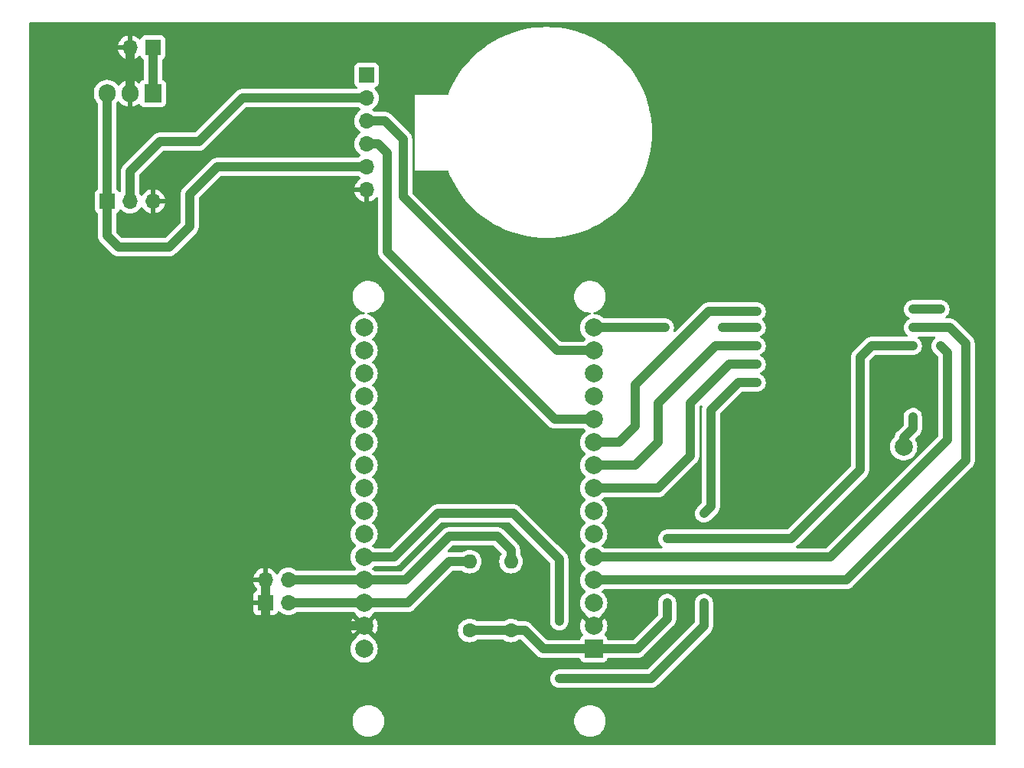
<source format=gbr>
%TF.GenerationSoftware,KiCad,Pcbnew,7.0.5*%
%TF.CreationDate,2023-12-29T18:59:19-03:00*%
%TF.ProjectId,ESP32-LoRa-PainelSolar,45535033-322d-44c6-9f52-612d5061696e,rev?*%
%TF.SameCoordinates,Original*%
%TF.FileFunction,Copper,L2,Bot*%
%TF.FilePolarity,Positive*%
%FSLAX46Y46*%
G04 Gerber Fmt 4.6, Leading zero omitted, Abs format (unit mm)*
G04 Created by KiCad (PCBNEW 7.0.5) date 2023-12-29 18:59:19*
%MOMM*%
%LPD*%
G01*
G04 APERTURE LIST*
%TA.AperFunction,ComponentPad*%
%ADD10R,1.700000X1.700000*%
%TD*%
%TA.AperFunction,ComponentPad*%
%ADD11O,1.700000X1.700000*%
%TD*%
%TA.AperFunction,ComponentPad*%
%ADD12R,2.000000X2.000000*%
%TD*%
%TA.AperFunction,ComponentPad*%
%ADD13C,2.000000*%
%TD*%
%TA.AperFunction,ComponentPad*%
%ADD14C,1.600000*%
%TD*%
%TA.AperFunction,ComponentPad*%
%ADD15O,1.600000X1.600000*%
%TD*%
%TA.AperFunction,ComponentPad*%
%ADD16R,1.905000X2.000000*%
%TD*%
%TA.AperFunction,ComponentPad*%
%ADD17O,1.905000X2.000000*%
%TD*%
%TA.AperFunction,ViaPad*%
%ADD18C,0.800000*%
%TD*%
%TA.AperFunction,ViaPad*%
%ADD19C,1.000000*%
%TD*%
%TA.AperFunction,ViaPad*%
%ADD20C,2.000000*%
%TD*%
%TA.AperFunction,Conductor*%
%ADD21C,1.000000*%
%TD*%
G04 APERTURE END LIST*
D10*
%TO.P,J2,1,Pin_1*%
%TO.N,unconnected-(J2-Pin_1-Pad1)*%
X84328000Y-44704000D03*
D11*
%TO.P,J2,2,Pin_2*%
%TO.N,Net-(J2-Pin_2)*%
X84328000Y-47244000D03*
%TO.P,J2,3,Pin_3*%
%TO.N,Net-(J2-Pin_3)*%
X84328000Y-49784000D03*
%TO.P,J2,4,Pin_4*%
%TO.N,Net-(J2-Pin_4)*%
X84328000Y-52324000D03*
%TO.P,J2,5,Pin_5*%
%TO.N,+5V*%
X84328000Y-54864000D03*
%TO.P,J2,6,Pin_6*%
%TO.N,GNDREF*%
X84328000Y-57404000D03*
%TD*%
D10*
%TO.P,J4,1,Pin_1*%
%TO.N,Net-(J4-Pin_1)*%
X60706000Y-41656000D03*
D11*
%TO.P,J4,2,Pin_2*%
%TO.N,GNDREF*%
X58166000Y-41656000D03*
%TD*%
D12*
%TO.P,U2,1,3V3*%
%TO.N,+3.3V*%
X109474000Y-108225000D03*
D13*
%TO.P,U2,2,GND*%
%TO.N,GNDREF*%
X109474000Y-105685000D03*
%TO.P,U2,3,D15*%
%TO.N,unconnected-(U2-D15-Pad3)*%
X109474000Y-103145000D03*
%TO.P,U2,4,D2*%
%TO.N,Net-(U1-DIO0)*%
X109474000Y-100605000D03*
%TO.P,U2,5,D4*%
%TO.N,Net-(U1-DIO1)*%
X109474000Y-98065000D03*
%TO.P,U2,6,RX2*%
%TO.N,unconnected-(U2-RX2-Pad6)*%
X109474000Y-95525000D03*
%TO.P,U2,7,TX2*%
%TO.N,unconnected-(U2-TX2-Pad7)*%
X109474000Y-92985000D03*
%TO.P,U2,8,D5*%
%TO.N,Net-(U1-NSS)*%
X109474000Y-90445000D03*
%TO.P,U2,9,D18*%
%TO.N,Net-(U1-SCK)*%
X109474000Y-87905000D03*
%TO.P,U2,10,D19*%
%TO.N,Net-(U1-MISO)*%
X109474000Y-85365000D03*
%TO.P,U2,11,D21*%
%TO.N,Net-(J2-Pin_4)*%
X109474000Y-82825000D03*
%TO.P,U2,12,RX0*%
%TO.N,unconnected-(U2-RX0-Pad12)*%
X109474000Y-80285000D03*
%TO.P,U2,13,TX0*%
%TO.N,unconnected-(U2-TX0-Pad13)*%
X109474000Y-77745000D03*
%TO.P,U2,14,D22*%
%TO.N,Net-(J2-Pin_3)*%
X109474000Y-75205000D03*
%TO.P,U2,15,D23*%
%TO.N,Net-(U1-MOSI)*%
X109474000Y-72665000D03*
%TO.P,U2,16,EN*%
%TO.N,unconnected-(U2-EN-Pad16)*%
X84074000Y-72665000D03*
%TO.P,U2,17,VP*%
%TO.N,unconnected-(U2-VP-Pad17)*%
X84074000Y-75205000D03*
%TO.P,U2,18,VN*%
%TO.N,unconnected-(U2-VN-Pad18)*%
X84074000Y-77745000D03*
%TO.P,U2,19,D34*%
%TO.N,unconnected-(U2-D34-Pad19)*%
X84074000Y-80285000D03*
%TO.P,U2,20,D35*%
%TO.N,unconnected-(U2-D35-Pad20)*%
X84074000Y-82825000D03*
%TO.P,U2,21,D32*%
%TO.N,unconnected-(U2-D32-Pad21)*%
X84074000Y-85365000D03*
%TO.P,U2,22,D33*%
%TO.N,unconnected-(U2-D33-Pad22)*%
X84074000Y-87905000D03*
%TO.P,U2,23,D25*%
%TO.N,unconnected-(U2-D25-Pad23)*%
X84074000Y-90445000D03*
%TO.P,U2,24,D26*%
%TO.N,unconnected-(U2-D26-Pad24)*%
X84074000Y-92985000D03*
%TO.P,U2,25,D27*%
%TO.N,unconnected-(U2-D27-Pad25)*%
X84074000Y-95525000D03*
%TO.P,U2,26,D14*%
%TO.N,Net-(U1-RESET)*%
X84074000Y-98065000D03*
%TO.P,U2,27,D12*%
%TO.N,Net-(J1-Pin_4)*%
X84074000Y-100605000D03*
%TO.P,U2,28,D13*%
%TO.N,Net-(J1-Pin_3)*%
X84074000Y-103145000D03*
%TO.P,U2,29,GND*%
%TO.N,GNDREF*%
X84074000Y-105685000D03*
%TO.P,U2,30,VIN*%
%TO.N,unconnected-(U2-VIN-Pad30)*%
X84074000Y-108225000D03*
%TD*%
D10*
%TO.P,J1,1,Pin_1*%
%TO.N,GNDREF*%
X73152000Y-103124000D03*
D11*
%TO.P,J1,2,Pin_2*%
X73152000Y-100584000D03*
%TO.P,J1,3,Pin_3*%
%TO.N,Net-(J1-Pin_3)*%
X75692000Y-103124000D03*
%TO.P,J1,4,Pin_4*%
%TO.N,Net-(J1-Pin_4)*%
X75692000Y-100584000D03*
%TD*%
D10*
%TO.P,J3,1,Pin_1*%
%TO.N,+5V*%
X55641000Y-58674000D03*
D11*
%TO.P,J3,2,Pin_2*%
%TO.N,Net-(J2-Pin_2)*%
X58181000Y-58674000D03*
%TO.P,J3,3,Pin_3*%
%TO.N,GNDREF*%
X60721000Y-58674000D03*
%TD*%
D14*
%TO.P,R4,1*%
%TO.N,+3.3V*%
X95758000Y-106172000D03*
D15*
%TO.P,R4,2*%
%TO.N,Net-(J1-Pin_3)*%
X95758000Y-98552000D03*
%TD*%
D14*
%TO.P,R3,1*%
%TO.N,+3.3V*%
X100330000Y-106172000D03*
D15*
%TO.P,R3,2*%
%TO.N,Net-(J1-Pin_4)*%
X100330000Y-98552000D03*
%TD*%
D16*
%TO.P,U3,1,VI*%
%TO.N,Net-(J4-Pin_1)*%
X60706000Y-46736000D03*
D17*
%TO.P,U3,2,GND*%
%TO.N,GNDREF*%
X58166000Y-46736000D03*
%TO.P,U3,3,VO*%
%TO.N,+5V*%
X55626000Y-46736000D03*
%TD*%
D18*
%TO.N,GNDREF*%
X62992000Y-55118000D03*
D19*
X127508000Y-68834000D03*
D18*
X62992000Y-50038000D03*
D19*
X127508000Y-82804000D03*
X144780000Y-80772000D03*
%TO.N,+3.3V*%
X117602000Y-103124000D03*
X144780000Y-74676000D03*
X117602000Y-96012000D03*
%TO.N,Net-(U1-DIO0)*%
X144780000Y-72644000D03*
%TO.N,Net-(U1-DIO1)*%
X147828000Y-74676000D03*
X144780000Y-70612000D03*
X147828000Y-70612000D03*
%TO.N,Net-(U1-NSS)*%
X127508000Y-76708000D03*
%TO.N,Net-(U1-SCK)*%
X127508000Y-74676000D03*
%TO.N,Net-(U1-MISO)*%
X127508000Y-70866000D03*
%TO.N,Net-(U1-MOSI)*%
X117348000Y-72644000D03*
X123698000Y-72644000D03*
X127508000Y-72644000D03*
%TO.N,Net-(U1-RESET)*%
X121666000Y-93218000D03*
X121666000Y-103124000D03*
X105664000Y-111506000D03*
X127508000Y-78740000D03*
X105664000Y-105156000D03*
D20*
%TO.N,unconnected-(U1-ANT-Pad9)*%
X143764000Y-85852000D03*
D18*
X144780000Y-82550000D03*
%TD*%
D21*
%TO.N,unconnected-(U1-ANT-Pad9)*%
X144780000Y-83820000D02*
X143764000Y-84836000D01*
X144780000Y-82550000D02*
X144780000Y-83820000D01*
X143764000Y-84836000D02*
X143764000Y-85852000D01*
%TO.N,+3.3V*%
X131318000Y-96012000D02*
X117602000Y-96012000D01*
X138938000Y-88392000D02*
X131318000Y-96012000D01*
X140208000Y-74676000D02*
X138938000Y-75946000D01*
X144780000Y-74676000D02*
X140208000Y-74676000D01*
X138938000Y-75946000D02*
X138938000Y-88392000D01*
%TO.N,Net-(U1-DIO0)*%
X150622000Y-87376000D02*
X137393000Y-100605000D01*
X150622000Y-74422000D02*
X150622000Y-87376000D01*
X148844000Y-72644000D02*
X150622000Y-74422000D01*
X137393000Y-100605000D02*
X109474000Y-100605000D01*
X144780000Y-72644000D02*
X148844000Y-72644000D01*
%TO.N,Net-(U1-DIO1)*%
X144780000Y-70612000D02*
X147828000Y-70612000D01*
%TO.N,Net-(U1-RESET)*%
X122428000Y-92456000D02*
X121666000Y-93218000D01*
X125476000Y-78740000D02*
X122428000Y-81788000D01*
X127508000Y-78740000D02*
X125476000Y-78740000D01*
X122428000Y-81788000D02*
X122428000Y-92456000D01*
%TO.N,Net-(U1-NSS)*%
X120142000Y-86868000D02*
X116565000Y-90445000D01*
X124460000Y-76708000D02*
X120142000Y-81026000D01*
X116565000Y-90445000D02*
X109474000Y-90445000D01*
X127508000Y-76708000D02*
X124460000Y-76708000D01*
X120142000Y-81026000D02*
X120142000Y-86868000D01*
%TO.N,Net-(U1-MISO)*%
X114046000Y-83566000D02*
X112247000Y-85365000D01*
X114046000Y-78994000D02*
X114046000Y-83566000D01*
X122174000Y-70866000D02*
X114046000Y-78994000D01*
X127508000Y-70866000D02*
X122174000Y-70866000D01*
X112247000Y-85365000D02*
X109474000Y-85365000D01*
%TO.N,Net-(U1-SCK)*%
X116586000Y-81026000D02*
X116586000Y-85344000D01*
X127508000Y-74676000D02*
X122936000Y-74676000D01*
X122936000Y-74676000D02*
X116586000Y-81026000D01*
X116586000Y-85344000D02*
X114025000Y-87905000D01*
X114025000Y-87905000D02*
X109474000Y-87905000D01*
%TO.N,Net-(U1-MOSI)*%
X127508000Y-72644000D02*
X123698000Y-72644000D01*
%TO.N,GNDREF*%
X73152000Y-105156000D02*
X73681000Y-105685000D01*
X73152000Y-100584000D02*
X73152000Y-103124000D01*
X73152000Y-103124000D02*
X73152000Y-105156000D01*
X73681000Y-105685000D02*
X84074000Y-105685000D01*
X58166000Y-41656000D02*
X58166000Y-46736000D01*
%TO.N,Net-(J1-Pin_3)*%
X88879000Y-103145000D02*
X93472000Y-98552000D01*
X93472000Y-98552000D02*
X95758000Y-98552000D01*
X84074000Y-103145000D02*
X88879000Y-103145000D01*
X84053000Y-103124000D02*
X84074000Y-103145000D01*
X75692000Y-103124000D02*
X84053000Y-103124000D01*
%TO.N,Net-(J1-Pin_4)*%
X84074000Y-100605000D02*
X88625000Y-100605000D01*
X98806000Y-95758000D02*
X100330000Y-97282000D01*
X75692000Y-100584000D02*
X84053000Y-100584000D01*
X84053000Y-100584000D02*
X84074000Y-100605000D01*
X93472000Y-95758000D02*
X98806000Y-95758000D01*
X88625000Y-100605000D02*
X93472000Y-95758000D01*
X100330000Y-97282000D02*
X100330000Y-98552000D01*
%TO.N,Net-(J2-Pin_2)*%
X61468000Y-52070000D02*
X58181000Y-55357000D01*
X70612000Y-47244000D02*
X84328000Y-47244000D01*
X65786000Y-52070000D02*
X61468000Y-52070000D01*
X65786000Y-52070000D02*
X70612000Y-47244000D01*
X58181000Y-55357000D02*
X58181000Y-58674000D01*
%TO.N,Net-(J2-Pin_3)*%
X88392000Y-58166000D02*
X105431000Y-75205000D01*
X86360000Y-49784000D02*
X88392000Y-51816000D01*
X84328000Y-49784000D02*
X86360000Y-49784000D01*
X105431000Y-75205000D02*
X109474000Y-75205000D01*
X88392000Y-51816000D02*
X88392000Y-58166000D01*
%TO.N,Net-(J2-Pin_4)*%
X105177000Y-82825000D02*
X86614000Y-64262000D01*
X109474000Y-82825000D02*
X105177000Y-82825000D01*
X86614000Y-64262000D02*
X86614000Y-64008000D01*
X85598000Y-52324000D02*
X86614000Y-53340000D01*
X84328000Y-52324000D02*
X85598000Y-52324000D01*
X86614000Y-53340000D02*
X86614000Y-64008000D01*
%TO.N,+5V*%
X64770000Y-61468000D02*
X64770000Y-57912000D01*
X55641000Y-58674000D02*
X55641000Y-46751000D01*
X62484000Y-63754000D02*
X64770000Y-61468000D01*
X84328000Y-54864000D02*
X67818000Y-54864000D01*
X55641000Y-46751000D02*
X55626000Y-46736000D01*
X67818000Y-54864000D02*
X64770000Y-57912000D01*
X55641000Y-62499000D02*
X56896000Y-63754000D01*
X56896000Y-63754000D02*
X62484000Y-63754000D01*
X55641000Y-58674000D02*
X55641000Y-62499000D01*
%TO.N,Net-(J4-Pin_1)*%
X60706000Y-41656000D02*
X60706000Y-46736000D01*
%TO.N,+3.3V*%
X117602000Y-104902000D02*
X117602000Y-103124000D01*
X109474000Y-108225000D02*
X114279000Y-108225000D01*
X100330000Y-106172000D02*
X101854000Y-106172000D01*
X114279000Y-108225000D02*
X117602000Y-104902000D01*
X101854000Y-106172000D02*
X103907000Y-108225000D01*
X103907000Y-108225000D02*
X109474000Y-108225000D01*
X95758000Y-106172000D02*
X100330000Y-106172000D01*
%TO.N,Net-(U1-DIO1)*%
X109474000Y-98065000D02*
X135615000Y-98065000D01*
X148590000Y-85090000D02*
X148590000Y-75438000D01*
X148590000Y-75438000D02*
X147828000Y-74676000D01*
X135615000Y-98065000D02*
X148590000Y-85090000D01*
%TO.N,Net-(U1-MOSI)*%
X117348000Y-72644000D02*
X109495000Y-72644000D01*
X109495000Y-72644000D02*
X109474000Y-72665000D01*
%TO.N,Net-(U1-RESET)*%
X105664000Y-98298000D02*
X105664000Y-98806000D01*
X93218000Y-93218000D02*
X100584000Y-93218000D01*
X87355000Y-98065000D02*
X87884000Y-97536000D01*
X87884000Y-97536000D02*
X92202000Y-93218000D01*
X104648000Y-97282000D02*
X105664000Y-98298000D01*
X92202000Y-93218000D02*
X93218000Y-93218000D01*
X84074000Y-98065000D02*
X87355000Y-98065000D01*
X100584000Y-93218000D02*
X104648000Y-97282000D01*
X115824000Y-111506000D02*
X105664000Y-111506000D01*
X121666000Y-105664000D02*
X115824000Y-111506000D01*
X121666000Y-103124000D02*
X121666000Y-105664000D01*
X105664000Y-105156000D02*
X105664000Y-104902000D01*
X105664000Y-98806000D02*
X105664000Y-105156000D01*
%TD*%
%TA.AperFunction,Conductor*%
%TO.N,GNDREF*%
G36*
X73402000Y-102688498D02*
G01*
X73294315Y-102639320D01*
X73187763Y-102624000D01*
X73116237Y-102624000D01*
X73009685Y-102639320D01*
X72902000Y-102688498D01*
X72902000Y-101019501D01*
X73009685Y-101068680D01*
X73116237Y-101084000D01*
X73187763Y-101084000D01*
X73294315Y-101068680D01*
X73402000Y-101019501D01*
X73402000Y-102688498D01*
G37*
%TD.AperFunction*%
%TA.AperFunction,Conductor*%
G36*
X147222283Y-73664185D02*
G01*
X147268038Y-73716989D01*
X147277982Y-73786147D01*
X147248957Y-73849703D01*
X147237010Y-73860722D01*
X147237438Y-73861196D01*
X147232774Y-73865408D01*
X147232773Y-73865410D01*
X147208327Y-73887495D01*
X147176006Y-73916696D01*
X147173775Y-73918617D01*
X147117113Y-73965120D01*
X147107789Y-73976481D01*
X147095074Y-73989815D01*
X147081791Y-74001816D01*
X147081788Y-74001819D01*
X147038496Y-74060773D01*
X147036450Y-74063407D01*
X146992094Y-74117456D01*
X146992092Y-74117459D01*
X146992091Y-74117460D01*
X146992090Y-74117462D01*
X146983469Y-74133590D01*
X146974063Y-74148521D01*
X146961352Y-74165830D01*
X146932216Y-74229237D01*
X146930559Y-74232575D01*
X146899184Y-74291277D01*
X146891614Y-74316229D01*
X146888621Y-74324120D01*
X146876396Y-74350729D01*
X146876393Y-74350737D01*
X146861383Y-74415415D01*
X146860318Y-74419396D01*
X146841978Y-74479857D01*
X146841975Y-74479872D01*
X146839088Y-74509181D01*
X146837781Y-74517122D01*
X146830396Y-74548945D01*
X146830396Y-74548947D01*
X146828799Y-74611968D01*
X146828520Y-74616474D01*
X146822659Y-74675997D01*
X146822659Y-74676004D01*
X146825876Y-74708677D01*
X146826155Y-74716328D01*
X146825243Y-74752360D01*
X146825243Y-74752372D01*
X146835766Y-74811081D01*
X146836440Y-74815942D01*
X146841975Y-74872129D01*
X146841976Y-74872132D01*
X146852489Y-74906791D01*
X146854188Y-74913856D01*
X146861140Y-74952648D01*
X146861141Y-74952651D01*
X146882021Y-75004923D01*
X146883776Y-75009927D01*
X146899186Y-75060728D01*
X146917849Y-75095646D01*
X146920748Y-75101877D01*
X146936622Y-75141615D01*
X146965745Y-75185804D01*
X146968656Y-75190695D01*
X146992090Y-75234538D01*
X147005418Y-75250779D01*
X147019348Y-75267752D01*
X147023192Y-75272970D01*
X147048600Y-75311522D01*
X147083631Y-75346553D01*
X147087720Y-75351064D01*
X147117118Y-75386884D01*
X147152934Y-75416277D01*
X147157445Y-75420366D01*
X147369113Y-75632034D01*
X147553181Y-75816101D01*
X147586666Y-75877424D01*
X147589500Y-75903782D01*
X147589500Y-84624217D01*
X147569815Y-84691256D01*
X147553181Y-84711898D01*
X135236899Y-97028181D01*
X135175576Y-97061666D01*
X135149218Y-97064500D01*
X131961448Y-97064500D01*
X131894409Y-97044815D01*
X131848654Y-96992011D01*
X131838710Y-96922853D01*
X131867735Y-96859297D01*
X131890615Y-96838722D01*
X131892498Y-96837410D01*
X131892502Y-96837409D01*
X131892504Y-96837406D01*
X131892510Y-96837403D01*
X131918565Y-96815033D01*
X131924843Y-96810300D01*
X131953519Y-96791402D01*
X131996917Y-96748002D01*
X132000336Y-96744834D01*
X132046895Y-96704866D01*
X132067931Y-96677688D01*
X132073101Y-96671818D01*
X139636001Y-89108918D01*
X139637014Y-89107931D01*
X139701053Y-89047059D01*
X139736097Y-88996709D01*
X139738924Y-88992957D01*
X139777698Y-88945407D01*
X139793607Y-88914948D01*
X139797667Y-88908248D01*
X139817295Y-88880049D01*
X139841492Y-88823660D01*
X139843498Y-88819435D01*
X139871909Y-88765049D01*
X139881357Y-88732022D01*
X139883988Y-88724633D01*
X139897540Y-88693058D01*
X139909895Y-88632930D01*
X139910999Y-88628429D01*
X139927886Y-88569418D01*
X139930494Y-88535157D01*
X139931585Y-88527389D01*
X139938500Y-88493743D01*
X139938500Y-88432398D01*
X139938679Y-88427688D01*
X139943337Y-88366524D01*
X139938997Y-88332442D01*
X139938500Y-88324603D01*
X139938500Y-85852005D01*
X142258357Y-85852005D01*
X142278890Y-86099812D01*
X142278892Y-86099824D01*
X142339936Y-86340881D01*
X142439826Y-86568606D01*
X142575833Y-86776782D01*
X142575836Y-86776785D01*
X142744256Y-86959738D01*
X142940491Y-87112474D01*
X143159190Y-87230828D01*
X143347343Y-87295421D01*
X143385740Y-87308603D01*
X143394386Y-87311571D01*
X143639665Y-87352500D01*
X143888335Y-87352500D01*
X144133614Y-87311571D01*
X144368810Y-87230828D01*
X144587509Y-87112474D01*
X144783744Y-86959738D01*
X144952164Y-86776785D01*
X145088173Y-86568607D01*
X145188063Y-86340881D01*
X145249108Y-86099821D01*
X145249109Y-86099812D01*
X145269643Y-85852005D01*
X145269643Y-85851994D01*
X145249109Y-85604187D01*
X145249107Y-85604175D01*
X145188063Y-85363118D01*
X145088173Y-85135393D01*
X145060799Y-85093493D01*
X145040611Y-85026603D01*
X145059792Y-84959418D01*
X145076923Y-84937995D01*
X145477946Y-84536972D01*
X145478997Y-84535948D01*
X145543053Y-84475059D01*
X145578099Y-84424706D01*
X145580938Y-84420941D01*
X145592721Y-84406490D01*
X145619698Y-84373407D01*
X145635601Y-84342960D01*
X145639674Y-84336239D01*
X145647856Y-84324483D01*
X145659295Y-84308049D01*
X145683492Y-84251660D01*
X145685498Y-84247435D01*
X145713909Y-84193049D01*
X145723360Y-84160015D01*
X145725991Y-84152628D01*
X145739540Y-84121058D01*
X145751893Y-84060940D01*
X145753006Y-84056412D01*
X145769887Y-83997418D01*
X145772495Y-83963155D01*
X145773587Y-83955376D01*
X145776943Y-83939049D01*
X145780500Y-83921741D01*
X145780500Y-83860401D01*
X145780679Y-83855692D01*
X145785337Y-83794526D01*
X145784065Y-83784540D01*
X145782340Y-83770989D01*
X145780997Y-83760442D01*
X145780500Y-83752603D01*
X145780500Y-82499256D01*
X145765074Y-82347560D01*
X145704162Y-82153420D01*
X145704160Y-82153416D01*
X145704159Y-82153412D01*
X145605409Y-81975498D01*
X145605408Y-81975497D01*
X145605407Y-81975495D01*
X145472867Y-81821106D01*
X145472865Y-81821104D01*
X145311962Y-81696554D01*
X145311959Y-81696553D01*
X145311958Y-81696552D01*
X145129271Y-81606940D01*
X144932285Y-81555937D01*
X144932287Y-81555937D01*
X144796804Y-81549066D01*
X144729064Y-81545631D01*
X144729063Y-81545631D01*
X144729061Y-81545631D01*
X144527936Y-81576442D01*
X144527924Y-81576445D01*
X144337118Y-81647111D01*
X144337111Y-81647115D01*
X144164432Y-81754745D01*
X144164427Y-81754749D01*
X144016949Y-81894938D01*
X144016948Y-81894940D01*
X143900705Y-82061949D01*
X143820459Y-82248943D01*
X143779500Y-82448258D01*
X143779500Y-83354216D01*
X143759815Y-83421255D01*
X143743181Y-83441897D01*
X143066090Y-84118988D01*
X143064966Y-84120084D01*
X143000946Y-84180942D01*
X142965899Y-84231294D01*
X142963062Y-84235056D01*
X142924302Y-84282592D01*
X142924299Y-84282597D01*
X142908392Y-84313047D01*
X142904324Y-84319761D01*
X142884702Y-84347954D01*
X142860509Y-84404330D01*
X142858488Y-84408584D01*
X142830091Y-84462951D01*
X142830090Y-84462952D01*
X142820640Y-84495975D01*
X142818007Y-84503371D01*
X142804459Y-84534943D01*
X142792113Y-84595019D01*
X142790990Y-84599595D01*
X142774113Y-84658577D01*
X142774112Y-84658586D01*
X142772958Y-84673730D01*
X142748236Y-84739080D01*
X142740547Y-84748288D01*
X142575836Y-84927213D01*
X142439826Y-85135393D01*
X142339936Y-85363118D01*
X142278892Y-85604175D01*
X142278890Y-85604187D01*
X142258357Y-85851994D01*
X142258357Y-85852005D01*
X139938500Y-85852005D01*
X139938500Y-76411782D01*
X139958185Y-76344743D01*
X139974819Y-76324101D01*
X140586101Y-75712819D01*
X140647424Y-75679334D01*
X140673782Y-75676500D01*
X144727800Y-75676500D01*
X144733881Y-75676799D01*
X144743930Y-75677788D01*
X144780000Y-75681341D01*
X144811510Y-75678237D01*
X144825999Y-75676811D01*
X144828941Y-75676591D01*
X144830738Y-75676500D01*
X144830742Y-75676500D01*
X144879663Y-75671525D01*
X144976132Y-75662024D01*
X144976151Y-75662017D01*
X144976391Y-75661971D01*
X144982230Y-75661095D01*
X144982438Y-75661074D01*
X145074992Y-75632034D01*
X145164727Y-75604814D01*
X145164735Y-75604809D01*
X145171463Y-75602023D01*
X145176533Y-75600181D01*
X145176575Y-75600162D01*
X145176588Y-75600159D01*
X145258648Y-75554612D01*
X145338538Y-75511910D01*
X145338544Y-75511904D01*
X145343604Y-75508525D01*
X145343740Y-75508729D01*
X145354215Y-75501608D01*
X145354503Y-75501408D01*
X145422854Y-75442728D01*
X145423749Y-75441977D01*
X145490883Y-75386883D01*
X145491103Y-75386614D01*
X145506198Y-75371180D01*
X145508895Y-75368866D01*
X145561925Y-75300355D01*
X145562998Y-75299011D01*
X145615907Y-75234542D01*
X145615909Y-75234539D01*
X145615910Y-75234538D01*
X145617766Y-75231063D01*
X145629076Y-75213605D01*
X145633448Y-75207958D01*
X145670118Y-75133199D01*
X145671082Y-75131314D01*
X145708814Y-75060727D01*
X145711000Y-75053517D01*
X145718330Y-75034912D01*
X145723060Y-75025271D01*
X145743090Y-74947906D01*
X145743762Y-74945518D01*
X145766024Y-74872132D01*
X145767113Y-74861065D01*
X145770473Y-74842148D01*
X145774063Y-74828285D01*
X145777938Y-74751861D01*
X145778154Y-74748967D01*
X145785341Y-74676000D01*
X145783899Y-74661369D01*
X145783462Y-74642937D01*
X145784369Y-74625064D01*
X145773291Y-74552754D01*
X145772878Y-74549464D01*
X145768911Y-74509181D01*
X145766024Y-74479868D01*
X145760713Y-74462361D01*
X145756809Y-74445167D01*
X145753556Y-74423929D01*
X145729320Y-74358494D01*
X145728135Y-74354969D01*
X145708814Y-74291273D01*
X145696518Y-74268270D01*
X145693055Y-74260572D01*
X145682887Y-74233116D01*
X145682886Y-74233113D01*
X145647756Y-74176751D01*
X145645702Y-74173199D01*
X145615910Y-74117462D01*
X145615909Y-74117460D01*
X145597225Y-74094694D01*
X145592534Y-74088156D01*
X145575252Y-74060429D01*
X145531802Y-74014720D01*
X145528840Y-74011368D01*
X145490883Y-73965117D01*
X145490881Y-73965115D01*
X145490880Y-73965114D01*
X145465500Y-73944285D01*
X145459894Y-73939073D01*
X145435059Y-73912947D01*
X145421042Y-73903191D01*
X145386090Y-73878863D01*
X145382180Y-73875906D01*
X145368102Y-73864352D01*
X145328769Y-73806607D01*
X145326898Y-73736763D01*
X145363086Y-73676994D01*
X145425842Y-73646279D01*
X145446768Y-73644500D01*
X147155244Y-73644500D01*
X147222283Y-73664185D01*
G37*
%TD.AperFunction*%
%TA.AperFunction,Conductor*%
G36*
X83434281Y-48264185D02*
G01*
X83454923Y-48280819D01*
X83456597Y-48282493D01*
X83456603Y-48282498D01*
X83642158Y-48412425D01*
X83685783Y-48467002D01*
X83692977Y-48536500D01*
X83661454Y-48598855D01*
X83642158Y-48615575D01*
X83456597Y-48745505D01*
X83289505Y-48912597D01*
X83153965Y-49106169D01*
X83153964Y-49106171D01*
X83054098Y-49320335D01*
X83054094Y-49320344D01*
X82992938Y-49548586D01*
X82992936Y-49548596D01*
X82972341Y-49783999D01*
X82972341Y-49784000D01*
X82992936Y-50019403D01*
X82992938Y-50019413D01*
X83054094Y-50247655D01*
X83054096Y-50247659D01*
X83054097Y-50247663D01*
X83113707Y-50375496D01*
X83153965Y-50461830D01*
X83153967Y-50461834D01*
X83289501Y-50655395D01*
X83289506Y-50655402D01*
X83456597Y-50822493D01*
X83456603Y-50822498D01*
X83642158Y-50952425D01*
X83685783Y-51007002D01*
X83692977Y-51076500D01*
X83661454Y-51138855D01*
X83642158Y-51155575D01*
X83456597Y-51285505D01*
X83289505Y-51452597D01*
X83153965Y-51646169D01*
X83153964Y-51646171D01*
X83054098Y-51860335D01*
X83054094Y-51860344D01*
X82992938Y-52088586D01*
X82992936Y-52088596D01*
X82972341Y-52323999D01*
X82972341Y-52324000D01*
X82992936Y-52559403D01*
X82992938Y-52559413D01*
X83054094Y-52787655D01*
X83054096Y-52787659D01*
X83054097Y-52787663D01*
X83142614Y-52977488D01*
X83153965Y-53001830D01*
X83153967Y-53001834D01*
X83289501Y-53195395D01*
X83289506Y-53195402D01*
X83456597Y-53362493D01*
X83456603Y-53362498D01*
X83642158Y-53492425D01*
X83685783Y-53547002D01*
X83692977Y-53616500D01*
X83661454Y-53678855D01*
X83642158Y-53695575D01*
X83456597Y-53825505D01*
X83454922Y-53827181D01*
X83454000Y-53827684D01*
X83452449Y-53828986D01*
X83452187Y-53828674D01*
X83393599Y-53860666D01*
X83367241Y-53863500D01*
X67831493Y-53863500D01*
X67829930Y-53863480D01*
X67741637Y-53861243D01*
X67741628Y-53861243D01*
X67688636Y-53870741D01*
X67681254Y-53872064D01*
X67676595Y-53872718D01*
X67615564Y-53878925D01*
X67615562Y-53878926D01*
X67582780Y-53889210D01*
X67575156Y-53891081D01*
X67567308Y-53892488D01*
X67541349Y-53897141D01*
X67484381Y-53919895D01*
X67479945Y-53921474D01*
X67421414Y-53939840D01*
X67421410Y-53939842D01*
X67391378Y-53956510D01*
X67384284Y-53959879D01*
X67352382Y-53972623D01*
X67352377Y-53972625D01*
X67301156Y-54006381D01*
X67297128Y-54008822D01*
X67243501Y-54038588D01*
X67217434Y-54060965D01*
X67211165Y-54065692D01*
X67182484Y-54084595D01*
X67182478Y-54084600D01*
X67139109Y-54127968D01*
X67135655Y-54131169D01*
X67089102Y-54171136D01*
X67068076Y-54198298D01*
X67062885Y-54204192D01*
X64072091Y-57194987D01*
X64070967Y-57196083D01*
X64006946Y-57256942D01*
X63971899Y-57307294D01*
X63969062Y-57311056D01*
X63930302Y-57358592D01*
X63930299Y-57358597D01*
X63914392Y-57389047D01*
X63910324Y-57395761D01*
X63890702Y-57423954D01*
X63866509Y-57480330D01*
X63864488Y-57484584D01*
X63836091Y-57538951D01*
X63836090Y-57538952D01*
X63826640Y-57571975D01*
X63824007Y-57579371D01*
X63810459Y-57610943D01*
X63798113Y-57671019D01*
X63796990Y-57675595D01*
X63780113Y-57734577D01*
X63780113Y-57734579D01*
X63777503Y-57768841D01*
X63776414Y-57776608D01*
X63774095Y-57787898D01*
X63769500Y-57810258D01*
X63769500Y-57871597D01*
X63769321Y-57876306D01*
X63764662Y-57937474D01*
X63766707Y-57953527D01*
X63769003Y-57971560D01*
X63769500Y-57979388D01*
X63769500Y-61002217D01*
X63749815Y-61069256D01*
X63733181Y-61089898D01*
X62105899Y-62717181D01*
X62044576Y-62750666D01*
X62018218Y-62753500D01*
X57361783Y-62753500D01*
X57294744Y-62733815D01*
X57274102Y-62717181D01*
X56677818Y-62120897D01*
X56644333Y-62059574D01*
X56641499Y-62033216D01*
X56641499Y-61053579D01*
X56641499Y-60088137D01*
X56661184Y-60021102D01*
X56713988Y-59975347D01*
X56722134Y-59971971D01*
X56733331Y-59967796D01*
X56848546Y-59881546D01*
X56934796Y-59766331D01*
X56983810Y-59634916D01*
X57025681Y-59578984D01*
X57091145Y-59554566D01*
X57159418Y-59569417D01*
X57187673Y-59590569D01*
X57309599Y-59712495D01*
X57406384Y-59780265D01*
X57503165Y-59848032D01*
X57503167Y-59848033D01*
X57503170Y-59848035D01*
X57717337Y-59947903D01*
X57945592Y-60009063D01*
X58133918Y-60025539D01*
X58180999Y-60029659D01*
X58181000Y-60029659D01*
X58181001Y-60029659D01*
X58220234Y-60026226D01*
X58416408Y-60009063D01*
X58644663Y-59947903D01*
X58858830Y-59848035D01*
X59052401Y-59712495D01*
X59219495Y-59545401D01*
X59349730Y-59359405D01*
X59404307Y-59315781D01*
X59473805Y-59308587D01*
X59536160Y-59340110D01*
X59552879Y-59359405D01*
X59682890Y-59545078D01*
X59849917Y-59712105D01*
X60043421Y-59847600D01*
X60257507Y-59947429D01*
X60257516Y-59947433D01*
X60471000Y-60004634D01*
X60471000Y-59109501D01*
X60578685Y-59158680D01*
X60685237Y-59174000D01*
X60756763Y-59174000D01*
X60863315Y-59158680D01*
X60971000Y-59109501D01*
X60971000Y-60004633D01*
X61184483Y-59947433D01*
X61184492Y-59947429D01*
X61398578Y-59847600D01*
X61592082Y-59712105D01*
X61759105Y-59545082D01*
X61894600Y-59351578D01*
X61994429Y-59137492D01*
X61994432Y-59137486D01*
X62051636Y-58924000D01*
X61154686Y-58924000D01*
X61180493Y-58883844D01*
X61221000Y-58745889D01*
X61221000Y-58602111D01*
X61180493Y-58464156D01*
X61154686Y-58424000D01*
X62051636Y-58424000D01*
X62051635Y-58423999D01*
X61994432Y-58210513D01*
X61994429Y-58210507D01*
X61894600Y-57996422D01*
X61894599Y-57996420D01*
X61759113Y-57802926D01*
X61759108Y-57802920D01*
X61592082Y-57635894D01*
X61398578Y-57500399D01*
X61184492Y-57400570D01*
X61184486Y-57400567D01*
X60971000Y-57343364D01*
X60971000Y-58238498D01*
X60863315Y-58189320D01*
X60756763Y-58174000D01*
X60685237Y-58174000D01*
X60578685Y-58189320D01*
X60471000Y-58238498D01*
X60471000Y-57343364D01*
X60470999Y-57343364D01*
X60257513Y-57400567D01*
X60257507Y-57400570D01*
X60043422Y-57500399D01*
X60043420Y-57500400D01*
X59849926Y-57635886D01*
X59849920Y-57635891D01*
X59682891Y-57802920D01*
X59682890Y-57802922D01*
X59552880Y-57988595D01*
X59498303Y-58032219D01*
X59428804Y-58039412D01*
X59366450Y-58007890D01*
X59349730Y-57988594D01*
X59219494Y-57802597D01*
X59217819Y-57800922D01*
X59217315Y-57800000D01*
X59216014Y-57798449D01*
X59216325Y-57798187D01*
X59184334Y-57739599D01*
X59181500Y-57713241D01*
X59181500Y-55822781D01*
X59201185Y-55755742D01*
X59217814Y-55735105D01*
X61846101Y-53106818D01*
X61907424Y-53073334D01*
X61933782Y-53070500D01*
X65772507Y-53070500D01*
X65774069Y-53070519D01*
X65811283Y-53071462D01*
X65862358Y-53072757D01*
X65862358Y-53072756D01*
X65862363Y-53072757D01*
X65922753Y-53061932D01*
X65927412Y-53061280D01*
X65969607Y-53056988D01*
X65988438Y-53055074D01*
X66021227Y-53044786D01*
X66028840Y-53042918D01*
X66062653Y-53036858D01*
X66119621Y-53014101D01*
X66124053Y-53012524D01*
X66182588Y-52994159D01*
X66212627Y-52977484D01*
X66219708Y-52974122D01*
X66251617Y-52961377D01*
X66302854Y-52927608D01*
X66306851Y-52925187D01*
X66360502Y-52895409D01*
X66386568Y-52873030D01*
X66392843Y-52868300D01*
X66421519Y-52849402D01*
X66464917Y-52806002D01*
X66468336Y-52802834D01*
X66514895Y-52762866D01*
X66535931Y-52735688D01*
X66541101Y-52729818D01*
X70990101Y-48280819D01*
X71051425Y-48247334D01*
X71077783Y-48244500D01*
X83367242Y-48244500D01*
X83434281Y-48264185D01*
G37*
%TD.AperFunction*%
%TA.AperFunction,Conductor*%
G36*
X153867039Y-38881685D02*
G01*
X153912794Y-38934489D01*
X153924000Y-38986000D01*
X153924000Y-118748000D01*
X153904315Y-118815039D01*
X153851511Y-118860794D01*
X153800000Y-118872000D01*
X47114000Y-118872000D01*
X47046961Y-118852315D01*
X47001206Y-118799511D01*
X46990000Y-118748000D01*
X46990000Y-116316187D01*
X82793500Y-116316187D01*
X82813794Y-116450823D01*
X82832604Y-116575615D01*
X82832605Y-116575617D01*
X82832606Y-116575623D01*
X82909938Y-116826326D01*
X83023767Y-117062696D01*
X83023768Y-117062697D01*
X83023770Y-117062700D01*
X83023772Y-117062704D01*
X83171566Y-117279478D01*
X83171567Y-117279479D01*
X83350014Y-117471801D01*
X83350018Y-117471804D01*
X83350019Y-117471805D01*
X83555143Y-117635386D01*
X83782357Y-117766568D01*
X84026584Y-117862420D01*
X84282370Y-117920802D01*
X84282376Y-117920802D01*
X84282379Y-117920803D01*
X84478484Y-117935499D01*
X84478503Y-117935499D01*
X84478506Y-117935500D01*
X84478508Y-117935500D01*
X84609492Y-117935500D01*
X84609494Y-117935500D01*
X84609496Y-117935499D01*
X84609515Y-117935499D01*
X84805620Y-117920803D01*
X84805622Y-117920802D01*
X84805630Y-117920802D01*
X85061416Y-117862420D01*
X85305643Y-117766568D01*
X85532857Y-117635386D01*
X85737981Y-117471805D01*
X85916433Y-117279479D01*
X86064228Y-117062704D01*
X86178063Y-116826323D01*
X86255396Y-116575615D01*
X86294499Y-116316187D01*
X107303500Y-116316187D01*
X107323794Y-116450823D01*
X107342604Y-116575615D01*
X107342605Y-116575617D01*
X107342606Y-116575623D01*
X107419938Y-116826326D01*
X107533767Y-117062696D01*
X107533768Y-117062697D01*
X107533770Y-117062700D01*
X107533772Y-117062704D01*
X107681567Y-117279479D01*
X107860014Y-117471801D01*
X107860018Y-117471804D01*
X107860019Y-117471805D01*
X108065143Y-117635386D01*
X108292357Y-117766568D01*
X108536584Y-117862420D01*
X108792370Y-117920802D01*
X108792376Y-117920802D01*
X108792379Y-117920803D01*
X108988484Y-117935499D01*
X108988503Y-117935499D01*
X108988506Y-117935500D01*
X108988508Y-117935500D01*
X109119492Y-117935500D01*
X109119494Y-117935500D01*
X109119496Y-117935499D01*
X109119515Y-117935499D01*
X109315620Y-117920803D01*
X109315622Y-117920802D01*
X109315630Y-117920802D01*
X109571416Y-117862420D01*
X109815643Y-117766568D01*
X110042857Y-117635386D01*
X110247981Y-117471805D01*
X110426433Y-117279479D01*
X110574228Y-117062704D01*
X110688063Y-116826323D01*
X110765396Y-116575615D01*
X110804500Y-116316182D01*
X110804500Y-116053818D01*
X110765396Y-115794385D01*
X110688063Y-115543677D01*
X110676121Y-115518880D01*
X110574232Y-115307303D01*
X110574231Y-115307302D01*
X110574230Y-115307301D01*
X110574228Y-115307296D01*
X110426433Y-115090521D01*
X110416441Y-115079753D01*
X110247985Y-114898198D01*
X110208533Y-114866736D01*
X110042857Y-114734614D01*
X109815643Y-114603432D01*
X109571416Y-114507580D01*
X109571411Y-114507578D01*
X109571402Y-114507576D01*
X109353818Y-114457914D01*
X109315630Y-114449198D01*
X109315629Y-114449197D01*
X109315625Y-114449197D01*
X109315620Y-114449196D01*
X109119515Y-114434500D01*
X109119494Y-114434500D01*
X108988506Y-114434500D01*
X108988484Y-114434500D01*
X108792379Y-114449196D01*
X108792374Y-114449197D01*
X108536597Y-114507576D01*
X108536578Y-114507582D01*
X108292356Y-114603432D01*
X108065143Y-114734614D01*
X107860014Y-114898198D01*
X107681567Y-115090520D01*
X107533768Y-115307302D01*
X107533767Y-115307303D01*
X107419938Y-115543673D01*
X107342606Y-115794376D01*
X107342605Y-115794381D01*
X107342604Y-115794385D01*
X107327853Y-115892247D01*
X107303500Y-116053812D01*
X107303500Y-116316187D01*
X86294499Y-116316187D01*
X86294500Y-116316182D01*
X86294500Y-116053818D01*
X86255396Y-115794385D01*
X86178063Y-115543677D01*
X86166121Y-115518880D01*
X86064232Y-115307303D01*
X86064231Y-115307302D01*
X86064230Y-115307301D01*
X86064228Y-115307296D01*
X85916433Y-115090521D01*
X85906441Y-115079753D01*
X85737985Y-114898198D01*
X85698533Y-114866736D01*
X85532857Y-114734614D01*
X85305643Y-114603432D01*
X85061416Y-114507580D01*
X85061411Y-114507578D01*
X85061402Y-114507576D01*
X84843818Y-114457914D01*
X84805630Y-114449198D01*
X84805629Y-114449197D01*
X84805625Y-114449197D01*
X84805620Y-114449196D01*
X84609515Y-114434500D01*
X84609494Y-114434500D01*
X84478506Y-114434500D01*
X84478484Y-114434500D01*
X84282379Y-114449196D01*
X84282374Y-114449197D01*
X84026597Y-114507576D01*
X84026578Y-114507582D01*
X83782356Y-114603432D01*
X83555143Y-114734614D01*
X83350014Y-114898198D01*
X83171567Y-115090520D01*
X83023768Y-115307302D01*
X83023767Y-115307303D01*
X82909938Y-115543673D01*
X82832606Y-115794376D01*
X82832605Y-115794381D01*
X82832604Y-115794385D01*
X82817853Y-115892247D01*
X82793500Y-116053812D01*
X82793500Y-116316187D01*
X46990000Y-116316187D01*
X46990000Y-111505995D01*
X104658658Y-111505995D01*
X104658659Y-111506003D01*
X104660099Y-111520630D01*
X104660537Y-111539053D01*
X104659631Y-111556936D01*
X104668095Y-111612193D01*
X104670703Y-111629214D01*
X104671119Y-111632524D01*
X104677975Y-111702131D01*
X104683282Y-111719626D01*
X104687189Y-111736831D01*
X104690443Y-111758068D01*
X104690445Y-111758075D01*
X104714670Y-111823483D01*
X104715860Y-111827019D01*
X104735186Y-111890728D01*
X104747478Y-111913724D01*
X104750943Y-111921426D01*
X104755832Y-111934627D01*
X104761114Y-111948887D01*
X104761115Y-111948888D01*
X104761116Y-111948892D01*
X104785364Y-111987793D01*
X104796243Y-112005247D01*
X104798299Y-112008806D01*
X104828090Y-112064538D01*
X104846776Y-112087308D01*
X104851469Y-112093850D01*
X104868748Y-112121571D01*
X104912194Y-112167276D01*
X104915172Y-112170647D01*
X104953117Y-112216883D01*
X104978502Y-112237717D01*
X104984093Y-112242914D01*
X105008941Y-112269053D01*
X105057918Y-112303143D01*
X105061810Y-112306086D01*
X105105462Y-112341910D01*
X105137399Y-112358980D01*
X105143585Y-112362767D01*
X105163563Y-112376673D01*
X105175950Y-112385295D01*
X105175952Y-112385296D01*
X105227683Y-112407495D01*
X105232446Y-112409784D01*
X105279273Y-112434814D01*
X105317166Y-112446308D01*
X105323599Y-112448656D01*
X105362942Y-112465540D01*
X105414776Y-112476192D01*
X105420296Y-112477593D01*
X105467868Y-112492024D01*
X105510644Y-112496236D01*
X105517026Y-112497204D01*
X105531700Y-112500219D01*
X105562256Y-112506500D01*
X105562259Y-112506500D01*
X105611800Y-112506500D01*
X105617881Y-112506799D01*
X105627930Y-112507788D01*
X105664000Y-112511341D01*
X105700069Y-112507788D01*
X105710119Y-112506799D01*
X105716200Y-112506500D01*
X115810507Y-112506500D01*
X115812069Y-112506519D01*
X115849283Y-112507462D01*
X115900358Y-112508757D01*
X115900358Y-112508756D01*
X115900363Y-112508757D01*
X115960753Y-112497932D01*
X115965412Y-112497280D01*
X116007607Y-112492988D01*
X116026438Y-112491074D01*
X116059227Y-112480786D01*
X116066840Y-112478918D01*
X116100653Y-112472858D01*
X116157621Y-112450101D01*
X116162053Y-112448524D01*
X116220588Y-112430159D01*
X116250627Y-112413484D01*
X116257708Y-112410122D01*
X116289617Y-112397377D01*
X116340854Y-112363608D01*
X116344851Y-112361187D01*
X116398502Y-112331409D01*
X116424568Y-112309030D01*
X116430843Y-112304300D01*
X116459519Y-112285402D01*
X116502917Y-112242002D01*
X116506336Y-112238834D01*
X116552895Y-112198866D01*
X116573931Y-112171688D01*
X116579101Y-112165818D01*
X122364001Y-106380918D01*
X122365014Y-106379931D01*
X122429053Y-106319059D01*
X122464112Y-106268686D01*
X122466925Y-106264957D01*
X122505698Y-106217407D01*
X122521607Y-106186948D01*
X122525667Y-106180248D01*
X122545295Y-106152049D01*
X122569492Y-106095660D01*
X122571498Y-106091435D01*
X122599909Y-106037049D01*
X122609360Y-106004015D01*
X122611991Y-105996628D01*
X122613219Y-105993767D01*
X122625540Y-105965058D01*
X122637893Y-105904940D01*
X122639006Y-105900412D01*
X122655887Y-105841418D01*
X122658495Y-105807155D01*
X122659587Y-105799376D01*
X122666500Y-105765739D01*
X122666500Y-105704401D01*
X122666679Y-105699692D01*
X122671337Y-105638525D01*
X122670843Y-105634649D01*
X122668850Y-105618994D01*
X122666997Y-105604441D01*
X122666500Y-105596602D01*
X122666500Y-103176200D01*
X122666799Y-103170119D01*
X122669272Y-103145005D01*
X122671341Y-103124000D01*
X122666806Y-103077961D01*
X122666589Y-103075034D01*
X122666500Y-103073283D01*
X122666500Y-103073258D01*
X122661525Y-103024336D01*
X122652024Y-102927868D01*
X122652022Y-102927863D01*
X122652022Y-102927858D01*
X122651967Y-102927579D01*
X122651093Y-102921751D01*
X122651074Y-102921562D01*
X122622034Y-102829007D01*
X122594814Y-102739273D01*
X122594810Y-102739266D01*
X122592021Y-102732532D01*
X122590174Y-102727448D01*
X122590160Y-102727417D01*
X122590159Y-102727412D01*
X122544612Y-102645351D01*
X122541388Y-102639320D01*
X122501913Y-102565468D01*
X122501910Y-102565462D01*
X122501904Y-102565455D01*
X122498527Y-102560400D01*
X122498729Y-102560264D01*
X122491522Y-102549661D01*
X122491411Y-102549501D01*
X122491410Y-102549499D01*
X122491409Y-102549498D01*
X122476030Y-102531584D01*
X122432773Y-102481194D01*
X122431890Y-102480142D01*
X122397714Y-102438500D01*
X122376883Y-102413117D01*
X122376880Y-102413114D01*
X122376878Y-102413112D01*
X122376606Y-102412889D01*
X122361185Y-102397806D01*
X122358866Y-102395104D01*
X122358864Y-102395103D01*
X122290358Y-102342075D01*
X122288977Y-102340974D01*
X122224539Y-102288090D01*
X122224536Y-102288089D01*
X122221064Y-102286233D01*
X122203607Y-102274925D01*
X122197959Y-102270553D01*
X122197958Y-102270552D01*
X122161358Y-102252599D01*
X122123220Y-102233891D01*
X122121298Y-102232907D01*
X122050723Y-102195184D01*
X122043521Y-102193000D01*
X122024909Y-102185667D01*
X122020427Y-102183469D01*
X122015270Y-102180939D01*
X121974731Y-102170443D01*
X121937922Y-102160912D01*
X121935496Y-102160230D01*
X121862132Y-102137976D01*
X121851054Y-102136884D01*
X121832149Y-102133526D01*
X121818285Y-102129937D01*
X121741875Y-102126060D01*
X121738941Y-102125841D01*
X121666003Y-102118659D01*
X121665996Y-102118659D01*
X121651369Y-102120099D01*
X121632945Y-102120537D01*
X121615068Y-102119631D01*
X121615058Y-102119631D01*
X121542784Y-102130703D01*
X121539474Y-102131119D01*
X121469872Y-102137975D01*
X121469866Y-102137976D01*
X121452367Y-102143284D01*
X121435163Y-102147190D01*
X121413932Y-102150443D01*
X121413921Y-102150446D01*
X121348510Y-102174672D01*
X121344975Y-102175862D01*
X121281276Y-102195184D01*
X121281272Y-102195186D01*
X121258275Y-102207478D01*
X121250576Y-102210942D01*
X121223113Y-102221114D01*
X121223109Y-102221116D01*
X121166751Y-102256243D01*
X121163195Y-102258298D01*
X121132091Y-102274925D01*
X121107467Y-102288087D01*
X121107454Y-102288095D01*
X121090737Y-102301815D01*
X121084689Y-102306777D01*
X121078154Y-102311466D01*
X121050429Y-102328747D01*
X121050427Y-102328749D01*
X121004732Y-102372184D01*
X121001349Y-102375173D01*
X120955114Y-102413118D01*
X120934282Y-102438500D01*
X120929071Y-102444105D01*
X120902947Y-102468939D01*
X120868866Y-102517905D01*
X120865905Y-102521818D01*
X120830092Y-102565457D01*
X120830089Y-102565463D01*
X120813018Y-102597399D01*
X120809225Y-102603593D01*
X120786706Y-102635948D01*
X120786705Y-102635950D01*
X120764504Y-102687680D01*
X120762209Y-102692456D01*
X120737186Y-102739272D01*
X120737184Y-102739276D01*
X120729458Y-102764746D01*
X120725692Y-102777159D01*
X120723339Y-102783607D01*
X120706461Y-102822937D01*
X120695806Y-102874778D01*
X120694406Y-102880294D01*
X120679975Y-102927870D01*
X120675763Y-102970632D01*
X120674792Y-102977038D01*
X120665500Y-103022257D01*
X120665500Y-103071798D01*
X120665201Y-103077878D01*
X120660659Y-103123999D01*
X120660659Y-103124003D01*
X120665200Y-103170121D01*
X120665499Y-103176201D01*
X120665500Y-105198217D01*
X120645815Y-105265256D01*
X120629181Y-105285898D01*
X115445899Y-110469181D01*
X115384576Y-110502666D01*
X115358218Y-110505500D01*
X105716200Y-110505500D01*
X105710119Y-110505201D01*
X105664000Y-110500659D01*
X105618001Y-110505189D01*
X105615062Y-110505408D01*
X105613257Y-110505499D01*
X105564388Y-110510468D01*
X105467859Y-110519976D01*
X105467558Y-110520037D01*
X105461767Y-110520904D01*
X105461576Y-110520923D01*
X105461554Y-110520927D01*
X105393667Y-110542227D01*
X105369007Y-110549965D01*
X105314403Y-110566529D01*
X105279265Y-110577188D01*
X105272515Y-110579984D01*
X105267460Y-110581820D01*
X105267405Y-110581844D01*
X105185327Y-110627400D01*
X105105464Y-110670088D01*
X105100402Y-110673471D01*
X105100268Y-110673270D01*
X105089566Y-110680542D01*
X105089498Y-110680590D01*
X105021212Y-110739211D01*
X105020160Y-110740094D01*
X104953119Y-110795113D01*
X104953109Y-110795123D01*
X104952864Y-110795423D01*
X104937821Y-110810801D01*
X104935111Y-110813128D01*
X104935107Y-110813132D01*
X104935105Y-110813134D01*
X104882074Y-110881642D01*
X104880995Y-110882996D01*
X104828093Y-110947456D01*
X104828085Y-110947469D01*
X104826224Y-110950951D01*
X104814937Y-110968374D01*
X104810555Y-110974035D01*
X104810553Y-110974038D01*
X104773880Y-111048802D01*
X104772895Y-111050724D01*
X104735185Y-111121273D01*
X104735185Y-111121274D01*
X104732998Y-111128483D01*
X104725672Y-111147079D01*
X104720943Y-111156721D01*
X104720939Y-111156731D01*
X104700920Y-111234045D01*
X104700230Y-111236501D01*
X104677976Y-111309866D01*
X104676885Y-111320938D01*
X104673527Y-111339848D01*
X104669937Y-111353715D01*
X104666060Y-111430123D01*
X104665841Y-111433057D01*
X104658658Y-111505995D01*
X46990000Y-111505995D01*
X46990000Y-104021844D01*
X71802000Y-104021844D01*
X71808401Y-104081372D01*
X71808403Y-104081379D01*
X71858645Y-104216086D01*
X71858649Y-104216093D01*
X71944809Y-104331187D01*
X71944812Y-104331190D01*
X72059906Y-104417350D01*
X72059913Y-104417354D01*
X72194620Y-104467596D01*
X72194627Y-104467598D01*
X72254155Y-104473999D01*
X72254172Y-104474000D01*
X72902000Y-104474000D01*
X72902000Y-103559501D01*
X73009685Y-103608680D01*
X73116237Y-103624000D01*
X73187763Y-103624000D01*
X73294315Y-103608680D01*
X73402000Y-103559501D01*
X73402000Y-104474000D01*
X74049828Y-104474000D01*
X74049844Y-104473999D01*
X74109372Y-104467598D01*
X74109379Y-104467596D01*
X74244086Y-104417354D01*
X74244093Y-104417350D01*
X74359187Y-104331190D01*
X74359190Y-104331187D01*
X74445350Y-104216093D01*
X74445354Y-104216086D01*
X74494422Y-104084529D01*
X74536293Y-104028595D01*
X74601757Y-104004178D01*
X74670030Y-104019030D01*
X74698284Y-104040180D01*
X74820599Y-104162495D01*
X74823487Y-104164517D01*
X75014165Y-104298032D01*
X75014167Y-104298033D01*
X75014170Y-104298035D01*
X75228337Y-104397903D01*
X75228343Y-104397904D01*
X75228344Y-104397905D01*
X75283285Y-104412626D01*
X75456592Y-104459063D01*
X75627319Y-104474000D01*
X75691999Y-104479659D01*
X75692000Y-104479659D01*
X75692001Y-104479659D01*
X75756681Y-104474000D01*
X75927408Y-104459063D01*
X76155663Y-104397903D01*
X76369830Y-104298035D01*
X76563401Y-104162495D01*
X76565077Y-104160819D01*
X76565995Y-104160317D01*
X76567544Y-104159018D01*
X76567805Y-104159329D01*
X76626400Y-104127334D01*
X76652758Y-104124500D01*
X82881813Y-104124500D01*
X82948852Y-104144185D01*
X82973042Y-104164517D01*
X83054252Y-104252734D01*
X83054262Y-104252743D01*
X83157743Y-104333286D01*
X83198556Y-104389996D01*
X83205343Y-104438823D01*
X83203941Y-104461389D01*
X83932634Y-105190081D01*
X83928839Y-105190627D01*
X83795438Y-105251549D01*
X83684605Y-105347587D01*
X83605318Y-105470960D01*
X83582867Y-105547419D01*
X82850564Y-104815116D01*
X82750267Y-104968632D01*
X82650412Y-105196282D01*
X82589387Y-105437261D01*
X82589385Y-105437270D01*
X82568858Y-105684994D01*
X82568858Y-105685005D01*
X82589385Y-105932729D01*
X82589387Y-105932738D01*
X82650412Y-106173717D01*
X82750266Y-106401364D01*
X82850564Y-106554882D01*
X83582866Y-105822580D01*
X83605318Y-105899040D01*
X83684605Y-106022413D01*
X83795438Y-106118451D01*
X83928839Y-106179373D01*
X83932634Y-106179918D01*
X83203942Y-106908609D01*
X83205343Y-106931177D01*
X83189850Y-106999307D01*
X83157744Y-107036713D01*
X83054258Y-107117260D01*
X83054256Y-107117261D01*
X83054256Y-107117262D01*
X83047570Y-107124525D01*
X82885833Y-107300217D01*
X82749826Y-107508393D01*
X82649936Y-107736118D01*
X82588892Y-107977175D01*
X82588890Y-107977187D01*
X82568357Y-108224994D01*
X82568357Y-108225005D01*
X82588890Y-108472812D01*
X82588892Y-108472824D01*
X82649936Y-108713881D01*
X82749826Y-108941606D01*
X82885833Y-109149782D01*
X82885836Y-109149785D01*
X83054256Y-109332738D01*
X83250491Y-109485474D01*
X83469190Y-109603828D01*
X83704386Y-109684571D01*
X83949665Y-109725500D01*
X84198335Y-109725500D01*
X84443614Y-109684571D01*
X84678810Y-109603828D01*
X84897509Y-109485474D01*
X85093744Y-109332738D01*
X85262164Y-109149785D01*
X85398173Y-108941607D01*
X85498063Y-108713881D01*
X85559108Y-108472821D01*
X85579643Y-108225000D01*
X85559108Y-107977179D01*
X85498063Y-107736119D01*
X85398173Y-107508393D01*
X85326532Y-107398738D01*
X85262166Y-107300217D01*
X85192463Y-107224500D01*
X85093744Y-107117262D01*
X84990253Y-107036712D01*
X84949442Y-106980003D01*
X84942655Y-106931176D01*
X84944056Y-106908609D01*
X84215365Y-106179918D01*
X84219161Y-106179373D01*
X84352562Y-106118451D01*
X84463395Y-106022413D01*
X84542682Y-105899040D01*
X84565132Y-105822580D01*
X85297434Y-106554882D01*
X85397731Y-106401369D01*
X85497587Y-106173717D01*
X85558612Y-105932738D01*
X85558614Y-105932729D01*
X85579141Y-105685005D01*
X85579141Y-105684994D01*
X85558614Y-105437270D01*
X85558612Y-105437261D01*
X85497587Y-105196282D01*
X85397731Y-104968630D01*
X85297434Y-104815116D01*
X84565132Y-105547418D01*
X84542682Y-105470960D01*
X84463395Y-105347587D01*
X84352562Y-105251549D01*
X84219161Y-105190627D01*
X84215363Y-105190081D01*
X84944056Y-104461389D01*
X84942655Y-104438823D01*
X84958148Y-104370693D01*
X84990250Y-104333290D01*
X85093744Y-104252738D01*
X85127478Y-104216093D01*
X85155626Y-104185517D01*
X85215513Y-104149526D01*
X85246855Y-104145500D01*
X88865507Y-104145500D01*
X88867069Y-104145519D01*
X88904283Y-104146462D01*
X88955358Y-104147757D01*
X88955358Y-104147756D01*
X88955363Y-104147757D01*
X89015753Y-104136932D01*
X89020412Y-104136280D01*
X89062607Y-104131988D01*
X89081438Y-104130074D01*
X89114227Y-104119786D01*
X89121840Y-104117918D01*
X89155653Y-104111858D01*
X89212621Y-104089101D01*
X89217053Y-104087524D01*
X89226599Y-104084529D01*
X89275588Y-104069159D01*
X89305627Y-104052484D01*
X89312708Y-104049122D01*
X89344617Y-104036377D01*
X89395854Y-104002608D01*
X89399851Y-104000187D01*
X89453502Y-103970409D01*
X89479568Y-103948030D01*
X89485843Y-103943300D01*
X89514519Y-103924402D01*
X89557892Y-103881027D01*
X89561350Y-103877823D01*
X89564613Y-103875020D01*
X89607895Y-103837866D01*
X89628928Y-103810691D01*
X89634098Y-103804821D01*
X93850100Y-99588819D01*
X93911424Y-99555334D01*
X93937782Y-99552500D01*
X94880412Y-99552500D01*
X94947451Y-99572185D01*
X94951523Y-99574917D01*
X95105266Y-99682568D01*
X95311504Y-99778739D01*
X95531308Y-99837635D01*
X95693230Y-99851801D01*
X95757998Y-99857468D01*
X95758000Y-99857468D01*
X95758002Y-99857468D01*
X95814672Y-99852509D01*
X95984692Y-99837635D01*
X96204496Y-99778739D01*
X96410734Y-99682568D01*
X96597139Y-99552047D01*
X96758047Y-99391139D01*
X96888568Y-99204734D01*
X96984739Y-98998496D01*
X97043635Y-98778692D01*
X97060634Y-98584384D01*
X97063468Y-98552001D01*
X97063468Y-98551998D01*
X97057801Y-98487230D01*
X97043635Y-98325308D01*
X96984739Y-98105504D01*
X96888568Y-97899266D01*
X96758047Y-97712861D01*
X96758045Y-97712858D01*
X96597141Y-97551954D01*
X96410734Y-97421432D01*
X96410732Y-97421431D01*
X96204497Y-97325261D01*
X96204488Y-97325258D01*
X95984697Y-97266366D01*
X95984693Y-97266365D01*
X95984692Y-97266365D01*
X95984691Y-97266364D01*
X95984686Y-97266364D01*
X95758002Y-97246532D01*
X95757998Y-97246532D01*
X95531313Y-97266364D01*
X95531302Y-97266366D01*
X95311511Y-97325258D01*
X95311502Y-97325261D01*
X95105267Y-97421431D01*
X95105265Y-97421432D01*
X95030439Y-97473826D01*
X94953396Y-97527772D01*
X94951535Y-97529075D01*
X94885329Y-97551402D01*
X94880412Y-97551500D01*
X93485493Y-97551500D01*
X93483931Y-97551480D01*
X93467883Y-97551073D01*
X93391949Y-97549149D01*
X93325430Y-97527772D01*
X93281028Y-97473826D01*
X93272840Y-97404438D01*
X93303465Y-97341638D01*
X93307380Y-97337538D01*
X93850100Y-96794819D01*
X93911424Y-96761334D01*
X93937782Y-96758500D01*
X98340217Y-96758500D01*
X98407256Y-96778185D01*
X98427898Y-96794819D01*
X99262963Y-97629884D01*
X99296448Y-97691207D01*
X99291464Y-97760899D01*
X99276858Y-97788687D01*
X99199431Y-97899267D01*
X99103261Y-98105502D01*
X99103258Y-98105511D01*
X99044366Y-98325302D01*
X99044364Y-98325313D01*
X99024532Y-98551998D01*
X99024532Y-98552001D01*
X99044364Y-98778686D01*
X99044366Y-98778697D01*
X99103258Y-98998488D01*
X99103261Y-98998497D01*
X99199431Y-99204732D01*
X99199432Y-99204734D01*
X99329954Y-99391141D01*
X99490858Y-99552045D01*
X99490861Y-99552047D01*
X99677266Y-99682568D01*
X99883504Y-99778739D01*
X100103308Y-99837635D01*
X100265230Y-99851801D01*
X100329998Y-99857468D01*
X100330000Y-99857468D01*
X100330002Y-99857468D01*
X100386672Y-99852509D01*
X100556692Y-99837635D01*
X100776496Y-99778739D01*
X100982734Y-99682568D01*
X101169139Y-99552047D01*
X101330047Y-99391139D01*
X101460568Y-99204734D01*
X101556739Y-98998496D01*
X101615635Y-98778692D01*
X101632634Y-98584384D01*
X101635468Y-98552001D01*
X101635468Y-98551998D01*
X101629801Y-98487230D01*
X101615635Y-98325308D01*
X101556739Y-98105504D01*
X101460568Y-97899266D01*
X101352924Y-97745532D01*
X101330597Y-97679326D01*
X101330500Y-97674410D01*
X101330500Y-97295451D01*
X101330520Y-97293881D01*
X101332756Y-97205642D01*
X101332755Y-97205641D01*
X101332756Y-97205636D01*
X101321929Y-97145233D01*
X101321282Y-97140620D01*
X101315074Y-97079562D01*
X101315073Y-97079560D01*
X101315073Y-97079557D01*
X101304790Y-97046787D01*
X101302917Y-97039154D01*
X101296858Y-97005348D01*
X101274102Y-96948378D01*
X101272521Y-96943937D01*
X101263298Y-96914540D01*
X101254159Y-96885412D01*
X101254158Y-96885410D01*
X101254157Y-96885407D01*
X101243771Y-96866696D01*
X101237485Y-96855371D01*
X101234117Y-96848278D01*
X101221378Y-96816386D01*
X101221377Y-96816383D01*
X101187620Y-96765163D01*
X101185180Y-96761134D01*
X101163948Y-96722883D01*
X101155409Y-96707498D01*
X101155407Y-96707495D01*
X101133033Y-96681434D01*
X101128302Y-96675159D01*
X101126095Y-96671810D01*
X101109402Y-96646481D01*
X101066012Y-96603091D01*
X101062822Y-96599648D01*
X101022867Y-96553106D01*
X101022863Y-96553102D01*
X100995698Y-96532074D01*
X100989811Y-96526890D01*
X99523010Y-95060090D01*
X99521914Y-95058966D01*
X99461061Y-94994949D01*
X99461060Y-94994948D01*
X99461059Y-94994947D01*
X99432660Y-94975181D01*
X99410709Y-94959902D01*
X99406946Y-94957064D01*
X99359413Y-94918305D01*
X99359406Y-94918300D01*
X99328959Y-94902397D01*
X99322251Y-94898334D01*
X99294049Y-94878705D01*
X99294046Y-94878703D01*
X99294045Y-94878703D01*
X99294041Y-94878701D01*
X99237680Y-94854514D01*
X99233424Y-94852493D01*
X99179057Y-94824094D01*
X99179050Y-94824091D01*
X99179049Y-94824091D01*
X99173008Y-94822362D01*
X99146030Y-94814642D01*
X99138630Y-94812008D01*
X99107057Y-94798459D01*
X99107058Y-94798459D01*
X99046966Y-94786109D01*
X99042391Y-94784986D01*
X98983420Y-94768113D01*
X98983425Y-94768113D01*
X98949158Y-94765503D01*
X98941380Y-94764412D01*
X98907742Y-94757500D01*
X98907741Y-94757500D01*
X98846402Y-94757500D01*
X98841695Y-94757321D01*
X98836121Y-94756896D01*
X98780524Y-94752662D01*
X98760589Y-94755201D01*
X98746440Y-94757003D01*
X98738611Y-94757500D01*
X93485476Y-94757500D01*
X93483914Y-94757480D01*
X93474556Y-94757242D01*
X93395638Y-94755242D01*
X93395635Y-94755242D01*
X93344476Y-94764412D01*
X93335254Y-94766064D01*
X93330595Y-94766718D01*
X93269564Y-94772925D01*
X93269562Y-94772926D01*
X93236780Y-94783210D01*
X93229156Y-94785081D01*
X93226057Y-94785637D01*
X93195349Y-94791141D01*
X93138381Y-94813895D01*
X93133945Y-94815474D01*
X93075414Y-94833840D01*
X93075410Y-94833842D01*
X93045378Y-94850510D01*
X93038284Y-94853879D01*
X93006382Y-94866623D01*
X93006377Y-94866625D01*
X92955156Y-94900381D01*
X92951128Y-94902822D01*
X92897501Y-94932588D01*
X92871434Y-94954965D01*
X92865165Y-94959692D01*
X92836484Y-94978595D01*
X92836478Y-94978600D01*
X92793109Y-95021968D01*
X92789655Y-95025169D01*
X92743102Y-95065136D01*
X92722076Y-95092298D01*
X92716885Y-95098192D01*
X88246899Y-99568181D01*
X88185576Y-99601666D01*
X88159218Y-99604500D01*
X85246855Y-99604500D01*
X85179816Y-99584815D01*
X85155626Y-99564483D01*
X85093747Y-99497265D01*
X85093744Y-99497262D01*
X85093744Y-99497261D01*
X85010991Y-99432852D01*
X84970179Y-99376143D01*
X84966504Y-99306370D01*
X85001136Y-99245687D01*
X85010985Y-99237151D01*
X85093744Y-99172738D01*
X85118194Y-99146177D01*
X85155626Y-99105517D01*
X85215513Y-99069526D01*
X85246855Y-99065500D01*
X87341507Y-99065500D01*
X87343069Y-99065519D01*
X87380283Y-99066462D01*
X87431358Y-99067757D01*
X87431358Y-99067756D01*
X87431363Y-99067757D01*
X87491753Y-99056932D01*
X87496412Y-99056280D01*
X87538607Y-99051988D01*
X87557438Y-99050074D01*
X87590227Y-99039786D01*
X87597840Y-99037918D01*
X87631653Y-99031858D01*
X87688621Y-99009101D01*
X87693053Y-99007524D01*
X87751588Y-98989159D01*
X87781627Y-98972484D01*
X87788708Y-98969122D01*
X87820617Y-98956377D01*
X87871854Y-98922608D01*
X87875851Y-98920187D01*
X87929502Y-98890409D01*
X87955568Y-98868030D01*
X87961843Y-98863300D01*
X87990519Y-98844402D01*
X88033885Y-98801034D01*
X88037343Y-98797830D01*
X88065971Y-98773252D01*
X88083895Y-98757866D01*
X88104928Y-98730691D01*
X88110098Y-98724821D01*
X88509309Y-98325609D01*
X88509314Y-98325606D01*
X88519517Y-98315402D01*
X88519519Y-98315402D01*
X92580101Y-94254818D01*
X92641424Y-94221334D01*
X92667782Y-94218500D01*
X93116259Y-94218500D01*
X100118217Y-94218500D01*
X100185256Y-94238185D01*
X100205898Y-94254819D01*
X103866255Y-97915175D01*
X103866276Y-97915198D01*
X104627180Y-98676101D01*
X104660665Y-98737424D01*
X104663499Y-98763782D01*
X104663500Y-104800259D01*
X104663500Y-105103798D01*
X104663201Y-105109878D01*
X104658659Y-105155999D01*
X104658659Y-105156000D01*
X104663189Y-105201999D01*
X104663408Y-105204938D01*
X104663499Y-105206739D01*
X104668434Y-105255276D01*
X104668371Y-105255282D01*
X104668473Y-105255661D01*
X104668474Y-105255663D01*
X104677528Y-105347587D01*
X104677976Y-105352130D01*
X104678034Y-105352419D01*
X104678904Y-105358228D01*
X104678924Y-105358429D01*
X104678927Y-105358441D01*
X104707938Y-105450906D01*
X104735184Y-105540722D01*
X104737980Y-105547473D01*
X104739816Y-105552528D01*
X104739841Y-105552588D01*
X104785387Y-105634649D01*
X104811016Y-105682595D01*
X104828089Y-105714537D01*
X104831474Y-105719602D01*
X104831271Y-105719737D01*
X104838454Y-105730304D01*
X104838588Y-105730497D01*
X104838591Y-105730502D01*
X104838593Y-105730504D01*
X104897225Y-105798804D01*
X104898108Y-105799856D01*
X104953117Y-105866884D01*
X104953395Y-105867112D01*
X104968810Y-105882188D01*
X104971134Y-105884895D01*
X104971137Y-105884897D01*
X105039639Y-105937923D01*
X105041005Y-105939011D01*
X105105462Y-105991910D01*
X105108939Y-105993768D01*
X105126389Y-106005072D01*
X105132042Y-106009448D01*
X105157014Y-106021697D01*
X105206778Y-106046107D01*
X105208701Y-106047092D01*
X105256273Y-106072520D01*
X105279273Y-106084814D01*
X105286477Y-106086999D01*
X105305093Y-106094333D01*
X105314729Y-106099060D01*
X105392088Y-106119089D01*
X105394484Y-106119763D01*
X105467868Y-106142024D01*
X105476956Y-106142918D01*
X105478926Y-106143113D01*
X105497854Y-106146474D01*
X105511711Y-106150062D01*
X105511715Y-106150063D01*
X105588133Y-106153938D01*
X105591034Y-106154154D01*
X105664000Y-106161341D01*
X105678630Y-106159899D01*
X105697056Y-106159462D01*
X105714936Y-106160369D01*
X105787253Y-106149289D01*
X105790525Y-106148879D01*
X105860132Y-106142024D01*
X105877632Y-106136714D01*
X105894837Y-106132808D01*
X105916071Y-106129556D01*
X105981515Y-106105317D01*
X105985019Y-106104138D01*
X106048727Y-106084814D01*
X106071730Y-106072517D01*
X106079421Y-106069057D01*
X106106887Y-106058886D01*
X106106891Y-106058883D01*
X106106894Y-106058882D01*
X106163238Y-106023762D01*
X106166801Y-106021701D01*
X106222538Y-105991910D01*
X106245310Y-105973220D01*
X106251840Y-105968535D01*
X106279571Y-105951252D01*
X106325288Y-105907793D01*
X106328631Y-105904839D01*
X106374883Y-105866883D01*
X106395717Y-105841495D01*
X106400915Y-105835904D01*
X106427053Y-105811059D01*
X106461143Y-105762079D01*
X106464088Y-105758185D01*
X106499910Y-105714538D01*
X106516989Y-105682582D01*
X106520770Y-105676410D01*
X106543295Y-105644049D01*
X106565504Y-105592293D01*
X106567783Y-105587554D01*
X106592814Y-105540727D01*
X106604309Y-105502828D01*
X106606656Y-105496398D01*
X106623540Y-105457058D01*
X106634196Y-105405201D01*
X106635587Y-105399723D01*
X106650024Y-105352132D01*
X106654237Y-105309345D01*
X106655202Y-105302982D01*
X106664500Y-105257741D01*
X106664500Y-105208200D01*
X106664799Y-105202119D01*
X106669341Y-105155999D01*
X106664799Y-105109878D01*
X106664500Y-105103798D01*
X106664500Y-98311491D01*
X106664520Y-98309921D01*
X106666757Y-98221641D01*
X106666756Y-98221640D01*
X106666757Y-98221637D01*
X106655933Y-98161249D01*
X106655280Y-98156587D01*
X106649074Y-98095563D01*
X106649074Y-98095562D01*
X106638784Y-98062768D01*
X106636917Y-98055155D01*
X106630858Y-98021347D01*
X106630857Y-98021345D01*
X106608102Y-97964379D01*
X106606521Y-97959938D01*
X106593212Y-97917519D01*
X106588159Y-97901412D01*
X106588158Y-97901410D01*
X106588157Y-97901407D01*
X106571488Y-97871378D01*
X106568117Y-97864278D01*
X106555378Y-97832386D01*
X106555377Y-97832383D01*
X106521620Y-97781163D01*
X106519180Y-97777134D01*
X106501639Y-97745532D01*
X106489409Y-97723498D01*
X106469756Y-97700605D01*
X106467033Y-97697433D01*
X106462301Y-97691158D01*
X106443402Y-97662481D01*
X106400013Y-97619093D01*
X106396823Y-97615650D01*
X106362886Y-97576118D01*
X106356866Y-97569105D01*
X106354051Y-97566926D01*
X106329698Y-97548074D01*
X106323811Y-97542890D01*
X105434471Y-96653551D01*
X105434470Y-96653549D01*
X101301012Y-92520092D01*
X101299915Y-92518967D01*
X101239061Y-92454949D01*
X101239060Y-92454948D01*
X101239059Y-92454947D01*
X101203968Y-92430523D01*
X101188709Y-92419902D01*
X101184946Y-92417064D01*
X101137413Y-92378305D01*
X101137406Y-92378300D01*
X101106959Y-92362397D01*
X101100251Y-92358334D01*
X101072049Y-92338705D01*
X101072046Y-92338703D01*
X101072045Y-92338703D01*
X101072041Y-92338701D01*
X101015680Y-92314514D01*
X101011424Y-92312493D01*
X100957057Y-92284094D01*
X100957050Y-92284091D01*
X100957049Y-92284091D01*
X100951008Y-92282362D01*
X100924030Y-92274642D01*
X100916630Y-92272008D01*
X100885057Y-92258459D01*
X100885058Y-92258459D01*
X100824966Y-92246109D01*
X100820391Y-92244986D01*
X100761420Y-92228113D01*
X100761425Y-92228113D01*
X100727158Y-92225503D01*
X100719380Y-92224412D01*
X100685742Y-92217500D01*
X100685741Y-92217500D01*
X100624402Y-92217500D01*
X100619695Y-92217321D01*
X100614121Y-92216896D01*
X100558524Y-92212662D01*
X100538589Y-92215201D01*
X100524440Y-92217003D01*
X100516611Y-92217500D01*
X92215453Y-92217500D01*
X92213891Y-92217480D01*
X92125637Y-92215244D01*
X92125626Y-92215245D01*
X92065271Y-92226062D01*
X92060607Y-92226716D01*
X91999563Y-92232925D01*
X91999555Y-92232927D01*
X91966781Y-92243210D01*
X91959153Y-92245082D01*
X91925349Y-92251141D01*
X91868381Y-92273895D01*
X91863945Y-92275474D01*
X91805414Y-92293840D01*
X91805410Y-92293842D01*
X91775378Y-92310510D01*
X91768284Y-92313879D01*
X91736382Y-92326623D01*
X91736377Y-92326625D01*
X91685156Y-92360381D01*
X91681128Y-92362822D01*
X91627501Y-92392588D01*
X91601434Y-92414965D01*
X91595165Y-92419692D01*
X91566484Y-92438595D01*
X91566478Y-92438600D01*
X91523109Y-92481968D01*
X91519655Y-92485169D01*
X91473102Y-92525136D01*
X91452076Y-92552298D01*
X91446885Y-92558192D01*
X87248483Y-96756596D01*
X86976898Y-97028181D01*
X86915575Y-97061666D01*
X86889217Y-97064500D01*
X85246855Y-97064500D01*
X85179816Y-97044815D01*
X85155626Y-97024483D01*
X85093747Y-96957265D01*
X85093744Y-96957262D01*
X85082330Y-96948378D01*
X85010991Y-96892852D01*
X84970179Y-96836143D01*
X84966504Y-96766370D01*
X85001136Y-96705687D01*
X85010985Y-96697151D01*
X85093744Y-96632738D01*
X85262164Y-96449785D01*
X85398173Y-96241607D01*
X85498063Y-96013881D01*
X85559108Y-95772821D01*
X85559109Y-95772812D01*
X85579643Y-95525005D01*
X85579643Y-95524994D01*
X85559109Y-95277187D01*
X85559107Y-95277175D01*
X85498063Y-95036118D01*
X85398173Y-94808393D01*
X85262166Y-94600217D01*
X85240557Y-94576744D01*
X85093744Y-94417262D01*
X85010991Y-94352852D01*
X84970179Y-94296143D01*
X84966504Y-94226370D01*
X85001136Y-94165687D01*
X85010985Y-94157151D01*
X85093744Y-94092738D01*
X85262164Y-93909785D01*
X85398173Y-93701607D01*
X85498063Y-93473881D01*
X85559108Y-93232821D01*
X85560336Y-93218000D01*
X85579643Y-92985005D01*
X85579643Y-92984994D01*
X85559109Y-92737187D01*
X85559107Y-92737175D01*
X85498063Y-92496118D01*
X85398173Y-92268393D01*
X85262166Y-92060217D01*
X85197726Y-91990217D01*
X85093744Y-91877262D01*
X85010991Y-91812852D01*
X84970179Y-91756143D01*
X84966504Y-91686370D01*
X85001136Y-91625687D01*
X85010985Y-91617151D01*
X85093744Y-91552738D01*
X85262164Y-91369785D01*
X85398173Y-91161607D01*
X85498063Y-90933881D01*
X85559108Y-90692821D01*
X85579643Y-90445000D01*
X85559108Y-90197179D01*
X85498063Y-89956119D01*
X85398173Y-89728393D01*
X85398172Y-89728392D01*
X85262166Y-89520217D01*
X85192463Y-89444500D01*
X85093744Y-89337262D01*
X85010991Y-89272852D01*
X84970179Y-89216143D01*
X84966504Y-89146370D01*
X85001136Y-89085687D01*
X85010985Y-89077151D01*
X85093744Y-89012738D01*
X85262164Y-88829785D01*
X85398173Y-88621607D01*
X85498063Y-88393881D01*
X85559108Y-88152821D01*
X85564064Y-88093013D01*
X85579643Y-87905005D01*
X85579643Y-87904994D01*
X85559109Y-87657187D01*
X85559107Y-87657175D01*
X85498063Y-87416118D01*
X85398173Y-87188393D01*
X85262166Y-86980217D01*
X85197726Y-86910217D01*
X85093744Y-86797262D01*
X85010991Y-86732852D01*
X84970179Y-86676143D01*
X84966504Y-86606370D01*
X85001136Y-86545687D01*
X85010985Y-86537151D01*
X85093744Y-86472738D01*
X85262164Y-86289785D01*
X85398173Y-86081607D01*
X85498063Y-85853881D01*
X85559108Y-85612821D01*
X85559386Y-85609471D01*
X85579643Y-85365005D01*
X85579643Y-85364994D01*
X85559109Y-85117187D01*
X85559107Y-85117175D01*
X85498063Y-84876118D01*
X85398173Y-84648393D01*
X85262166Y-84440217D01*
X85231118Y-84406490D01*
X85093744Y-84257262D01*
X85010991Y-84192852D01*
X84970179Y-84136143D01*
X84966504Y-84066370D01*
X85001136Y-84005687D01*
X85010985Y-83997151D01*
X85093744Y-83932738D01*
X85262164Y-83749785D01*
X85398173Y-83541607D01*
X85498063Y-83313881D01*
X85559108Y-83072821D01*
X85579643Y-82825000D01*
X85559108Y-82577179D01*
X85500961Y-82347562D01*
X85498063Y-82336118D01*
X85398173Y-82108393D01*
X85262166Y-81900217D01*
X85155625Y-81784483D01*
X85093744Y-81717262D01*
X85010991Y-81652852D01*
X84970179Y-81596143D01*
X84966504Y-81526370D01*
X85001136Y-81465687D01*
X85010985Y-81457151D01*
X85093744Y-81392738D01*
X85262164Y-81209785D01*
X85398173Y-81001607D01*
X85498063Y-80773881D01*
X85559108Y-80532821D01*
X85561575Y-80503047D01*
X85579643Y-80285005D01*
X85579643Y-80284994D01*
X85559109Y-80037187D01*
X85559107Y-80037175D01*
X85498063Y-79796118D01*
X85398173Y-79568393D01*
X85262166Y-79360217D01*
X85186116Y-79277605D01*
X85093744Y-79177262D01*
X85010991Y-79112852D01*
X84970179Y-79056143D01*
X84966504Y-78986370D01*
X85001136Y-78925687D01*
X85010985Y-78917151D01*
X85093744Y-78852738D01*
X85262164Y-78669785D01*
X85398173Y-78461607D01*
X85498063Y-78233881D01*
X85559108Y-77992821D01*
X85560423Y-77976949D01*
X85579643Y-77745005D01*
X85579643Y-77744994D01*
X85559109Y-77497187D01*
X85559107Y-77497175D01*
X85498063Y-77256118D01*
X85398173Y-77028393D01*
X85262166Y-76820217D01*
X85227363Y-76782411D01*
X85093744Y-76637262D01*
X85010991Y-76572852D01*
X84970179Y-76516143D01*
X84966504Y-76446370D01*
X85001136Y-76385687D01*
X85010985Y-76377151D01*
X85093744Y-76312738D01*
X85262164Y-76129785D01*
X85398173Y-75921607D01*
X85498063Y-75693881D01*
X85559108Y-75452821D01*
X85559283Y-75450715D01*
X85579643Y-75205005D01*
X85579643Y-75204994D01*
X85559109Y-74957187D01*
X85559107Y-74957175D01*
X85498063Y-74716118D01*
X85398173Y-74488393D01*
X85262166Y-74280217D01*
X85218806Y-74233116D01*
X85093744Y-74097262D01*
X85010991Y-74032852D01*
X84970179Y-73976143D01*
X84966504Y-73906370D01*
X85001136Y-73845687D01*
X85010985Y-73837151D01*
X85093744Y-73772738D01*
X85262164Y-73589785D01*
X85398173Y-73381607D01*
X85498063Y-73153881D01*
X85559108Y-72912821D01*
X85565131Y-72840132D01*
X85579643Y-72665005D01*
X85579643Y-72664994D01*
X85559109Y-72417187D01*
X85559107Y-72417175D01*
X85498063Y-72176118D01*
X85398173Y-71948393D01*
X85262166Y-71740217D01*
X85225974Y-71700902D01*
X85093744Y-71557262D01*
X84897509Y-71404526D01*
X84897507Y-71404525D01*
X84897506Y-71404524D01*
X84678811Y-71286172D01*
X84678802Y-71286169D01*
X84505812Y-71226781D01*
X84448797Y-71186395D01*
X84422666Y-71121596D01*
X84435718Y-71052956D01*
X84483806Y-71002268D01*
X84546075Y-70985500D01*
X84609492Y-70985500D01*
X84609494Y-70985500D01*
X84609496Y-70985499D01*
X84609515Y-70985499D01*
X84805620Y-70970803D01*
X84805622Y-70970802D01*
X84805630Y-70970802D01*
X85061416Y-70912420D01*
X85305643Y-70816568D01*
X85532857Y-70685386D01*
X85737981Y-70521805D01*
X85770157Y-70487128D01*
X85804075Y-70450572D01*
X85916433Y-70329479D01*
X86064228Y-70112704D01*
X86178063Y-69876323D01*
X86255396Y-69625615D01*
X86294500Y-69366182D01*
X86294500Y-69103818D01*
X86255396Y-68844385D01*
X86178063Y-68593677D01*
X86166121Y-68568880D01*
X86064232Y-68357303D01*
X86064231Y-68357302D01*
X86064230Y-68357301D01*
X86064228Y-68357296D01*
X85916433Y-68140521D01*
X85906441Y-68129753D01*
X85737985Y-67948198D01*
X85698533Y-67916736D01*
X85532857Y-67784614D01*
X85305643Y-67653432D01*
X85061416Y-67557580D01*
X85061411Y-67557578D01*
X85061402Y-67557576D01*
X84843818Y-67507914D01*
X84805630Y-67499198D01*
X84805629Y-67499197D01*
X84805625Y-67499197D01*
X84805620Y-67499196D01*
X84609515Y-67484500D01*
X84609494Y-67484500D01*
X84478506Y-67484500D01*
X84478484Y-67484500D01*
X84282379Y-67499196D01*
X84282374Y-67499197D01*
X84026597Y-67557576D01*
X84026578Y-67557582D01*
X83782356Y-67653432D01*
X83555143Y-67784614D01*
X83350014Y-67948198D01*
X83171567Y-68140520D01*
X83023768Y-68357302D01*
X83023767Y-68357303D01*
X82909938Y-68593673D01*
X82832606Y-68844376D01*
X82832605Y-68844381D01*
X82832604Y-68844385D01*
X82817853Y-68942247D01*
X82793500Y-69103812D01*
X82793500Y-69366187D01*
X82813794Y-69500823D01*
X82832604Y-69625615D01*
X82832605Y-69625617D01*
X82832606Y-69625623D01*
X82879018Y-69776085D01*
X82909666Y-69875446D01*
X82909938Y-69876326D01*
X83023767Y-70112696D01*
X83023768Y-70112697D01*
X83023770Y-70112700D01*
X83023772Y-70112704D01*
X83138907Y-70281576D01*
X83171567Y-70329479D01*
X83350014Y-70521801D01*
X83350018Y-70521804D01*
X83350019Y-70521805D01*
X83555143Y-70685386D01*
X83782357Y-70816568D01*
X84026584Y-70912420D01*
X84026596Y-70912422D01*
X84026597Y-70912423D01*
X84058079Y-70919609D01*
X84119058Y-70953717D01*
X84151916Y-71015379D01*
X84146221Y-71085016D01*
X84103781Y-71140520D01*
X84038071Y-71164268D01*
X84030487Y-71164500D01*
X83949665Y-71164500D01*
X83704383Y-71205429D01*
X83469197Y-71286169D01*
X83469188Y-71286172D01*
X83250493Y-71404524D01*
X83054257Y-71557261D01*
X82885833Y-71740217D01*
X82749826Y-71948393D01*
X82649936Y-72176118D01*
X82588892Y-72417175D01*
X82588890Y-72417187D01*
X82568357Y-72664994D01*
X82568357Y-72665005D01*
X82588890Y-72912812D01*
X82588892Y-72912824D01*
X82649936Y-73153881D01*
X82749826Y-73381606D01*
X82885833Y-73589782D01*
X82885836Y-73589785D01*
X83054256Y-73772738D01*
X83137008Y-73837147D01*
X83177821Y-73893857D01*
X83181496Y-73963630D01*
X83146864Y-74024313D01*
X83137014Y-74032848D01*
X83101579Y-74060429D01*
X83054257Y-74097261D01*
X82885833Y-74280217D01*
X82749826Y-74488393D01*
X82649936Y-74716118D01*
X82588892Y-74957175D01*
X82588890Y-74957187D01*
X82568357Y-75204994D01*
X82568357Y-75205005D01*
X82588890Y-75452812D01*
X82588892Y-75452824D01*
X82649936Y-75693881D01*
X82749826Y-75921606D01*
X82885833Y-76129782D01*
X82885836Y-76129785D01*
X83054256Y-76312738D01*
X83137008Y-76377147D01*
X83177821Y-76433857D01*
X83181496Y-76503630D01*
X83146864Y-76564313D01*
X83137014Y-76572848D01*
X83121689Y-76584777D01*
X83054257Y-76637261D01*
X82885833Y-76820217D01*
X82749826Y-77028393D01*
X82649936Y-77256118D01*
X82588892Y-77497175D01*
X82588890Y-77497187D01*
X82568357Y-77744994D01*
X82568357Y-77745005D01*
X82588890Y-77992812D01*
X82588892Y-77992824D01*
X82649936Y-78233881D01*
X82749826Y-78461606D01*
X82885833Y-78669782D01*
X82907154Y-78692943D01*
X83054256Y-78852738D01*
X83137008Y-78917147D01*
X83177821Y-78973857D01*
X83181496Y-79043630D01*
X83146864Y-79104313D01*
X83137014Y-79112848D01*
X83078400Y-79158469D01*
X83054257Y-79177261D01*
X82885833Y-79360217D01*
X82749826Y-79568393D01*
X82649936Y-79796118D01*
X82588892Y-80037175D01*
X82588890Y-80037187D01*
X82568357Y-80284994D01*
X82568357Y-80285005D01*
X82588890Y-80532812D01*
X82588892Y-80532824D01*
X82649936Y-80773881D01*
X82749826Y-81001606D01*
X82885833Y-81209782D01*
X82885836Y-81209785D01*
X83054256Y-81392738D01*
X83137010Y-81457148D01*
X83177821Y-81513855D01*
X83181496Y-81583628D01*
X83146865Y-81644311D01*
X83137009Y-81652852D01*
X83054258Y-81717260D01*
X82885833Y-81900217D01*
X82749826Y-82108393D01*
X82649936Y-82336118D01*
X82588892Y-82577175D01*
X82588890Y-82577187D01*
X82568357Y-82824994D01*
X82568357Y-82825005D01*
X82588890Y-83072812D01*
X82588892Y-83072824D01*
X82649936Y-83313881D01*
X82749826Y-83541606D01*
X82885833Y-83749782D01*
X82885836Y-83749785D01*
X83054256Y-83932738D01*
X83137008Y-83997147D01*
X83177821Y-84053857D01*
X83181496Y-84123630D01*
X83146864Y-84184313D01*
X83137014Y-84192848D01*
X83136761Y-84193046D01*
X83054257Y-84257261D01*
X82885833Y-84440217D01*
X82749826Y-84648393D01*
X82649936Y-84876118D01*
X82588892Y-85117175D01*
X82588890Y-85117187D01*
X82568357Y-85364994D01*
X82568357Y-85365005D01*
X82588890Y-85612812D01*
X82588892Y-85612824D01*
X82649936Y-85853881D01*
X82749826Y-86081606D01*
X82885833Y-86289782D01*
X82885836Y-86289785D01*
X83054256Y-86472738D01*
X83137008Y-86537147D01*
X83177821Y-86593857D01*
X83181496Y-86663630D01*
X83146864Y-86724313D01*
X83137014Y-86732848D01*
X83080569Y-86776782D01*
X83054257Y-86797261D01*
X82885833Y-86980217D01*
X82749826Y-87188393D01*
X82649936Y-87416118D01*
X82588892Y-87657175D01*
X82588890Y-87657187D01*
X82568357Y-87904994D01*
X82568357Y-87905005D01*
X82588890Y-88152812D01*
X82588892Y-88152824D01*
X82649936Y-88393881D01*
X82749826Y-88621606D01*
X82885833Y-88829782D01*
X82885836Y-88829785D01*
X83054256Y-89012738D01*
X83137008Y-89077147D01*
X83177821Y-89133857D01*
X83181496Y-89203630D01*
X83146864Y-89264313D01*
X83137014Y-89272848D01*
X83078400Y-89318469D01*
X83054257Y-89337261D01*
X82885833Y-89520217D01*
X82749826Y-89728393D01*
X82649936Y-89956118D01*
X82588892Y-90197175D01*
X82588890Y-90197187D01*
X82568357Y-90444994D01*
X82568357Y-90445005D01*
X82588890Y-90692812D01*
X82588892Y-90692824D01*
X82649936Y-90933881D01*
X82749826Y-91161606D01*
X82885833Y-91369782D01*
X82885836Y-91369785D01*
X83054256Y-91552738D01*
X83137010Y-91617148D01*
X83177821Y-91673855D01*
X83181496Y-91743628D01*
X83146865Y-91804311D01*
X83137009Y-91812852D01*
X83054258Y-91877260D01*
X82885833Y-92060217D01*
X82749826Y-92268393D01*
X82649936Y-92496118D01*
X82588892Y-92737175D01*
X82588890Y-92737187D01*
X82568357Y-92984994D01*
X82568357Y-92985005D01*
X82588890Y-93232812D01*
X82588892Y-93232824D01*
X82649936Y-93473881D01*
X82749826Y-93701606D01*
X82885833Y-93909782D01*
X82885836Y-93909785D01*
X83054256Y-94092738D01*
X83137008Y-94157147D01*
X83177821Y-94213857D01*
X83181496Y-94283630D01*
X83146864Y-94344313D01*
X83137014Y-94352848D01*
X83078400Y-94398469D01*
X83054257Y-94417261D01*
X82885833Y-94600217D01*
X82749826Y-94808393D01*
X82649936Y-95036118D01*
X82588892Y-95277175D01*
X82588890Y-95277187D01*
X82568357Y-95524994D01*
X82568357Y-95525005D01*
X82588890Y-95772812D01*
X82588892Y-95772824D01*
X82649936Y-96013881D01*
X82749826Y-96241606D01*
X82885833Y-96449782D01*
X82890537Y-96454892D01*
X83054256Y-96632738D01*
X83137008Y-96697146D01*
X83177820Y-96753856D01*
X83181495Y-96823629D01*
X83146864Y-96884312D01*
X83137009Y-96892852D01*
X83054255Y-96957262D01*
X82885833Y-97140217D01*
X82749826Y-97348393D01*
X82649936Y-97576118D01*
X82588892Y-97817175D01*
X82588890Y-97817187D01*
X82568357Y-98064994D01*
X82568357Y-98065005D01*
X82588890Y-98312812D01*
X82588892Y-98312824D01*
X82649936Y-98553881D01*
X82749826Y-98781606D01*
X82885833Y-98989782D01*
X82893855Y-98998496D01*
X83054256Y-99172738D01*
X83137008Y-99237147D01*
X83177821Y-99293857D01*
X83181496Y-99363630D01*
X83146864Y-99424313D01*
X83137014Y-99432848D01*
X83054256Y-99497262D01*
X83011705Y-99543483D01*
X82951819Y-99579474D01*
X82920477Y-99583500D01*
X76652758Y-99583500D01*
X76585719Y-99563815D01*
X76565077Y-99547181D01*
X76563402Y-99545506D01*
X76563395Y-99545501D01*
X76369834Y-99409967D01*
X76369830Y-99409965D01*
X76329462Y-99391141D01*
X76155663Y-99310097D01*
X76155659Y-99310096D01*
X76155655Y-99310094D01*
X75927413Y-99248938D01*
X75927403Y-99248936D01*
X75692001Y-99228341D01*
X75691999Y-99228341D01*
X75456596Y-99248936D01*
X75456586Y-99248938D01*
X75228344Y-99310094D01*
X75228335Y-99310098D01*
X75014171Y-99409964D01*
X75014169Y-99409965D01*
X74820597Y-99545505D01*
X74653508Y-99712594D01*
X74523269Y-99898595D01*
X74468692Y-99942219D01*
X74399193Y-99949412D01*
X74336839Y-99917890D01*
X74320119Y-99898594D01*
X74190113Y-99712926D01*
X74190108Y-99712920D01*
X74023082Y-99545894D01*
X73829578Y-99410399D01*
X73615492Y-99310570D01*
X73615486Y-99310567D01*
X73402000Y-99253364D01*
X73402000Y-100148498D01*
X73294315Y-100099320D01*
X73187763Y-100084000D01*
X73116237Y-100084000D01*
X73009685Y-100099320D01*
X72902000Y-100148498D01*
X72902000Y-99253364D01*
X72901999Y-99253364D01*
X72688513Y-99310567D01*
X72688507Y-99310570D01*
X72474422Y-99410399D01*
X72474420Y-99410400D01*
X72280926Y-99545886D01*
X72280920Y-99545891D01*
X72113891Y-99712920D01*
X72113886Y-99712926D01*
X71978400Y-99906420D01*
X71978399Y-99906422D01*
X71878570Y-100120507D01*
X71878567Y-100120513D01*
X71821364Y-100333999D01*
X71821364Y-100334000D01*
X72718314Y-100334000D01*
X72692507Y-100374156D01*
X72652000Y-100512111D01*
X72652000Y-100655889D01*
X72692507Y-100793844D01*
X72718314Y-100834000D01*
X71821364Y-100834000D01*
X71878567Y-101047486D01*
X71878570Y-101047492D01*
X71978399Y-101261578D01*
X72113894Y-101455082D01*
X72236334Y-101577522D01*
X72269819Y-101638845D01*
X72264835Y-101708537D01*
X72222963Y-101764470D01*
X72191987Y-101781385D01*
X72059911Y-101830646D01*
X72059906Y-101830649D01*
X71944812Y-101916809D01*
X71944809Y-101916812D01*
X71858649Y-102031906D01*
X71858645Y-102031913D01*
X71808403Y-102166620D01*
X71808401Y-102166627D01*
X71802000Y-102226155D01*
X71802000Y-102874000D01*
X72718314Y-102874000D01*
X72692507Y-102914156D01*
X72652000Y-103052111D01*
X72652000Y-103195889D01*
X72692507Y-103333844D01*
X72718314Y-103374000D01*
X71802000Y-103374000D01*
X71802000Y-104021844D01*
X46990000Y-104021844D01*
X46990000Y-46843610D01*
X54173000Y-46843610D01*
X54187904Y-47023472D01*
X54187904Y-47023475D01*
X54187905Y-47023476D01*
X54247017Y-47256905D01*
X54343745Y-47477422D01*
X54459508Y-47654611D01*
X54475451Y-47679013D01*
X54554801Y-47765209D01*
X54607729Y-47822705D01*
X54638652Y-47885358D01*
X54640500Y-47906687D01*
X54640499Y-57259858D01*
X54620814Y-57326897D01*
X54568010Y-57372652D01*
X54559838Y-57376038D01*
X54548665Y-57380205D01*
X54433455Y-57466452D01*
X54433452Y-57466455D01*
X54347206Y-57581664D01*
X54347202Y-57581671D01*
X54296908Y-57716517D01*
X54290501Y-57776116D01*
X54290500Y-57776135D01*
X54290500Y-59571870D01*
X54290501Y-59571876D01*
X54296908Y-59631483D01*
X54347202Y-59766328D01*
X54347206Y-59766335D01*
X54433452Y-59881544D01*
X54433455Y-59881547D01*
X54548665Y-59967794D01*
X54548667Y-59967794D01*
X54548669Y-59967796D01*
X54559830Y-59971958D01*
X54615764Y-60013826D01*
X54640184Y-60079289D01*
X54640500Y-60088141D01*
X54640500Y-62485506D01*
X54640480Y-62487076D01*
X54638243Y-62575362D01*
X54638243Y-62575370D01*
X54649064Y-62635739D01*
X54649718Y-62640404D01*
X54655925Y-62701430D01*
X54655927Y-62701444D01*
X54666208Y-62734213D01*
X54668079Y-62741837D01*
X54674142Y-62775652D01*
X54674142Y-62775655D01*
X54696894Y-62832612D01*
X54698474Y-62837051D01*
X54716841Y-62895588D01*
X54716844Y-62895595D01*
X54733509Y-62925619D01*
X54736879Y-62932714D01*
X54749622Y-62964614D01*
X54749627Y-62964624D01*
X54783377Y-63015833D01*
X54785818Y-63019863D01*
X54815588Y-63073498D01*
X54815589Y-63073499D01*
X54815591Y-63073502D01*
X54837968Y-63099567D01*
X54842693Y-63105835D01*
X54855263Y-63124906D01*
X54861598Y-63134519D01*
X54904978Y-63177899D01*
X54908169Y-63181343D01*
X54948131Y-63227892D01*
X54948130Y-63227892D01*
X54975299Y-63248923D01*
X54981186Y-63254107D01*
X55610978Y-63883898D01*
X56178987Y-64451907D01*
X56180052Y-64452998D01*
X56215252Y-64490028D01*
X56240940Y-64517052D01*
X56240947Y-64517058D01*
X56271975Y-64538653D01*
X56291303Y-64552106D01*
X56295044Y-64554926D01*
X56342593Y-64593698D01*
X56373045Y-64609604D01*
X56379758Y-64613672D01*
X56407951Y-64633295D01*
X56464329Y-64657489D01*
X56468578Y-64659507D01*
X56522951Y-64687909D01*
X56550229Y-64695714D01*
X56555974Y-64697358D01*
X56563368Y-64699990D01*
X56594942Y-64713540D01*
X56594945Y-64713540D01*
X56594946Y-64713541D01*
X56655022Y-64725887D01*
X56659600Y-64727010D01*
X56661746Y-64727624D01*
X56718582Y-64743887D01*
X56752839Y-64746495D01*
X56760614Y-64747586D01*
X56794255Y-64754500D01*
X56794259Y-64754500D01*
X56855598Y-64754500D01*
X56860304Y-64754678D01*
X56887595Y-64756757D01*
X56921475Y-64759337D01*
X56921475Y-64759336D01*
X56921476Y-64759337D01*
X56955559Y-64754996D01*
X56963389Y-64754500D01*
X62470507Y-64754500D01*
X62472069Y-64754519D01*
X62509283Y-64755462D01*
X62560358Y-64756757D01*
X62560358Y-64756756D01*
X62560363Y-64756757D01*
X62620753Y-64745932D01*
X62625412Y-64745280D01*
X62667607Y-64740988D01*
X62686438Y-64739074D01*
X62719227Y-64728786D01*
X62726840Y-64726918D01*
X62760653Y-64720858D01*
X62817621Y-64698101D01*
X62822053Y-64696524D01*
X62824635Y-64695714D01*
X62880588Y-64678159D01*
X62910627Y-64661484D01*
X62917708Y-64658122D01*
X62949617Y-64645377D01*
X63000854Y-64611608D01*
X63004851Y-64609187D01*
X63058502Y-64579409D01*
X63084568Y-64557030D01*
X63090843Y-64552300D01*
X63111551Y-64538653D01*
X63119519Y-64533402D01*
X63162892Y-64490027D01*
X63166350Y-64486823D01*
X63169613Y-64484020D01*
X63212895Y-64446866D01*
X63233928Y-64419691D01*
X63239098Y-64413821D01*
X65467982Y-62184936D01*
X65468995Y-62183949D01*
X65533053Y-62123059D01*
X65568099Y-62072706D01*
X65570938Y-62068941D01*
X65578576Y-62059574D01*
X65609698Y-62021407D01*
X65625601Y-61990960D01*
X65629674Y-61984239D01*
X65634489Y-61977320D01*
X65649295Y-61956049D01*
X65673492Y-61899660D01*
X65675498Y-61895435D01*
X65703909Y-61841049D01*
X65713357Y-61808022D01*
X65715988Y-61800633D01*
X65729540Y-61769058D01*
X65741895Y-61708930D01*
X65742999Y-61704429D01*
X65759886Y-61645418D01*
X65762494Y-61611157D01*
X65763585Y-61603389D01*
X65770500Y-61569743D01*
X65770500Y-61508398D01*
X65770679Y-61503688D01*
X65772331Y-61481994D01*
X65775337Y-61442524D01*
X65770997Y-61408442D01*
X65770500Y-61400603D01*
X65770500Y-58377781D01*
X65790185Y-58310742D01*
X65806814Y-58290105D01*
X68196100Y-55900819D01*
X68257424Y-55867334D01*
X68283782Y-55864500D01*
X83367242Y-55864500D01*
X83434281Y-55884185D01*
X83454923Y-55900819D01*
X83456597Y-55902493D01*
X83456603Y-55902498D01*
X83642594Y-56032730D01*
X83686219Y-56087307D01*
X83693413Y-56156805D01*
X83661890Y-56219160D01*
X83642595Y-56235880D01*
X83456922Y-56365890D01*
X83456920Y-56365891D01*
X83289891Y-56532920D01*
X83289886Y-56532926D01*
X83154400Y-56726420D01*
X83154399Y-56726422D01*
X83054570Y-56940507D01*
X83054567Y-56940513D01*
X82997364Y-57153999D01*
X82997364Y-57154000D01*
X83894314Y-57154000D01*
X83868507Y-57194156D01*
X83828000Y-57332111D01*
X83828000Y-57475889D01*
X83868507Y-57613844D01*
X83894314Y-57654000D01*
X82997364Y-57654000D01*
X83054567Y-57867486D01*
X83054570Y-57867492D01*
X83154399Y-58081578D01*
X83289894Y-58275082D01*
X83456917Y-58442105D01*
X83650421Y-58577600D01*
X83864507Y-58677429D01*
X83864516Y-58677433D01*
X84078000Y-58734634D01*
X84078000Y-57839501D01*
X84185685Y-57888680D01*
X84292237Y-57904000D01*
X84363763Y-57904000D01*
X84470315Y-57888680D01*
X84578000Y-57839501D01*
X84578000Y-58734633D01*
X84791483Y-58677433D01*
X84791492Y-58677429D01*
X85005578Y-58577600D01*
X85199082Y-58442105D01*
X85366108Y-58275079D01*
X85387925Y-58243922D01*
X85442502Y-58200297D01*
X85512000Y-58193103D01*
X85574355Y-58224626D01*
X85609769Y-58284856D01*
X85613500Y-58315045D01*
X85613500Y-64248506D01*
X85613480Y-64250076D01*
X85611243Y-64338362D01*
X85611243Y-64338370D01*
X85622064Y-64398739D01*
X85622718Y-64403404D01*
X85628925Y-64464430D01*
X85628927Y-64464444D01*
X85639208Y-64497213D01*
X85641079Y-64504837D01*
X85647142Y-64538652D01*
X85647142Y-64538655D01*
X85669894Y-64595612D01*
X85671474Y-64600051D01*
X85689841Y-64658588D01*
X85689844Y-64658595D01*
X85706509Y-64688619D01*
X85709879Y-64695714D01*
X85717000Y-64713540D01*
X85722343Y-64726917D01*
X85722622Y-64727614D01*
X85722627Y-64727624D01*
X85756377Y-64778833D01*
X85758818Y-64782863D01*
X85788588Y-64836498D01*
X85788589Y-64836499D01*
X85788591Y-64836502D01*
X85810968Y-64862567D01*
X85815693Y-64868835D01*
X85828263Y-64887906D01*
X85834598Y-64897519D01*
X85877978Y-64940899D01*
X85881169Y-64944343D01*
X85921131Y-64990892D01*
X85921134Y-64990895D01*
X85948294Y-65011918D01*
X85954190Y-65017111D01*
X104460005Y-83522926D01*
X104461070Y-83524017D01*
X104518500Y-83584433D01*
X104521940Y-83588052D01*
X104521947Y-83588058D01*
X104541531Y-83601688D01*
X104572295Y-83623100D01*
X104576050Y-83625932D01*
X104623593Y-83664698D01*
X104654045Y-83680604D01*
X104660756Y-83684671D01*
X104688951Y-83704295D01*
X104745332Y-83728490D01*
X104749567Y-83730501D01*
X104803951Y-83758909D01*
X104836973Y-83768356D01*
X104844365Y-83770989D01*
X104875940Y-83784539D01*
X104875941Y-83784540D01*
X104889054Y-83787234D01*
X104936055Y-83796892D01*
X104940595Y-83798006D01*
X104999582Y-83814886D01*
X105033841Y-83817494D01*
X105041609Y-83818585D01*
X105075255Y-83825500D01*
X105075259Y-83825500D01*
X105136601Y-83825500D01*
X105141308Y-83825678D01*
X105177651Y-83828446D01*
X105202475Y-83830337D01*
X105202475Y-83830336D01*
X105202476Y-83830337D01*
X105236559Y-83825996D01*
X105244389Y-83825500D01*
X108301145Y-83825500D01*
X108368184Y-83845185D01*
X108392374Y-83865517D01*
X108454252Y-83932734D01*
X108454256Y-83932738D01*
X108537008Y-83997147D01*
X108577821Y-84053857D01*
X108581496Y-84123630D01*
X108546864Y-84184313D01*
X108537014Y-84192848D01*
X108536761Y-84193046D01*
X108454257Y-84257261D01*
X108285833Y-84440217D01*
X108149826Y-84648393D01*
X108049936Y-84876118D01*
X107988892Y-85117175D01*
X107988890Y-85117187D01*
X107968357Y-85364994D01*
X107968357Y-85365005D01*
X107988890Y-85612812D01*
X107988892Y-85612824D01*
X108049936Y-85853881D01*
X108149826Y-86081606D01*
X108285833Y-86289782D01*
X108285836Y-86289785D01*
X108454256Y-86472738D01*
X108537008Y-86537147D01*
X108577821Y-86593857D01*
X108581496Y-86663630D01*
X108546864Y-86724313D01*
X108537014Y-86732848D01*
X108480569Y-86776782D01*
X108454257Y-86797261D01*
X108285833Y-86980217D01*
X108149826Y-87188393D01*
X108049936Y-87416118D01*
X107988892Y-87657175D01*
X107988890Y-87657187D01*
X107968357Y-87904994D01*
X107968357Y-87905005D01*
X107988890Y-88152812D01*
X107988892Y-88152824D01*
X108049936Y-88393881D01*
X108149826Y-88621606D01*
X108285833Y-88829782D01*
X108285836Y-88829785D01*
X108454256Y-89012738D01*
X108537008Y-89077147D01*
X108577821Y-89133857D01*
X108581496Y-89203630D01*
X108546864Y-89264313D01*
X108537014Y-89272848D01*
X108478400Y-89318469D01*
X108454257Y-89337261D01*
X108285833Y-89520217D01*
X108149826Y-89728393D01*
X108049936Y-89956118D01*
X107988892Y-90197175D01*
X107988890Y-90197187D01*
X107968357Y-90444994D01*
X107968357Y-90445005D01*
X107988890Y-90692812D01*
X107988892Y-90692824D01*
X108049936Y-90933881D01*
X108149826Y-91161606D01*
X108285833Y-91369782D01*
X108285836Y-91369785D01*
X108454256Y-91552738D01*
X108537010Y-91617148D01*
X108577821Y-91673855D01*
X108581496Y-91743628D01*
X108546865Y-91804311D01*
X108537009Y-91812852D01*
X108454258Y-91877260D01*
X108285833Y-92060217D01*
X108149826Y-92268393D01*
X108049936Y-92496118D01*
X107988892Y-92737175D01*
X107988890Y-92737187D01*
X107968357Y-92984994D01*
X107968357Y-92985005D01*
X107988890Y-93232812D01*
X107988892Y-93232824D01*
X108049936Y-93473881D01*
X108149826Y-93701606D01*
X108285833Y-93909782D01*
X108285836Y-93909785D01*
X108454256Y-94092738D01*
X108537008Y-94157147D01*
X108577821Y-94213857D01*
X108581496Y-94283630D01*
X108546864Y-94344313D01*
X108537014Y-94352848D01*
X108478400Y-94398469D01*
X108454257Y-94417261D01*
X108285833Y-94600217D01*
X108149826Y-94808393D01*
X108049936Y-95036118D01*
X107988892Y-95277175D01*
X107988890Y-95277187D01*
X107968357Y-95524994D01*
X107968357Y-95525005D01*
X107988890Y-95772812D01*
X107988892Y-95772824D01*
X108049936Y-96013881D01*
X108149826Y-96241606D01*
X108285833Y-96449782D01*
X108290537Y-96454892D01*
X108454256Y-96632738D01*
X108537008Y-96697146D01*
X108577820Y-96753856D01*
X108581495Y-96823629D01*
X108546864Y-96884312D01*
X108537009Y-96892852D01*
X108454255Y-96957262D01*
X108285833Y-97140217D01*
X108149826Y-97348393D01*
X108049936Y-97576118D01*
X107988892Y-97817175D01*
X107988890Y-97817187D01*
X107968357Y-98064994D01*
X107968357Y-98065005D01*
X107988890Y-98312812D01*
X107988892Y-98312824D01*
X108049936Y-98553881D01*
X108149826Y-98781606D01*
X108285833Y-98989782D01*
X108293855Y-98998496D01*
X108454256Y-99172738D01*
X108537008Y-99237147D01*
X108577821Y-99293857D01*
X108581496Y-99363630D01*
X108546864Y-99424313D01*
X108537014Y-99432848D01*
X108478400Y-99478469D01*
X108454257Y-99497261D01*
X108285833Y-99680217D01*
X108149826Y-99888393D01*
X108049936Y-100116118D01*
X107988892Y-100357175D01*
X107988890Y-100357187D01*
X107968357Y-100604994D01*
X107968357Y-100605005D01*
X107988890Y-100852812D01*
X107988892Y-100852824D01*
X108049936Y-101093881D01*
X108149826Y-101321606D01*
X108285833Y-101529782D01*
X108285836Y-101529785D01*
X108454256Y-101712738D01*
X108537010Y-101777148D01*
X108577821Y-101833855D01*
X108581496Y-101903628D01*
X108546865Y-101964311D01*
X108537009Y-101972852D01*
X108454258Y-102037260D01*
X108285833Y-102220217D01*
X108149826Y-102428393D01*
X108049936Y-102656118D01*
X107988892Y-102897175D01*
X107988890Y-102897187D01*
X107968357Y-103144994D01*
X107968357Y-103145005D01*
X107988890Y-103392812D01*
X107988892Y-103392824D01*
X108049936Y-103633881D01*
X108149826Y-103861606D01*
X108285833Y-104069782D01*
X108296509Y-104081379D01*
X108454256Y-104252738D01*
X108454259Y-104252740D01*
X108454262Y-104252743D01*
X108557743Y-104333286D01*
X108598556Y-104389996D01*
X108605343Y-104438823D01*
X108603941Y-104461389D01*
X109332634Y-105190081D01*
X109328839Y-105190627D01*
X109195438Y-105251549D01*
X109084605Y-105347587D01*
X109005318Y-105470960D01*
X108982866Y-105547419D01*
X108250564Y-104815116D01*
X108150267Y-104968632D01*
X108050412Y-105196282D01*
X107989387Y-105437261D01*
X107989385Y-105437270D01*
X107968858Y-105684994D01*
X107968858Y-105685005D01*
X107989385Y-105932729D01*
X107989387Y-105932738D01*
X108050412Y-106173717D01*
X108150267Y-106401367D01*
X108281182Y-106601748D01*
X108301369Y-106668637D01*
X108282189Y-106735823D01*
X108236806Y-106778398D01*
X108231667Y-106781204D01*
X108116455Y-106867452D01*
X108116452Y-106867455D01*
X108030206Y-106982664D01*
X108030202Y-106982671D01*
X107979908Y-107117517D01*
X107978126Y-107125062D01*
X107975853Y-107124525D01*
X107953571Y-107178312D01*
X107896177Y-107218157D01*
X107857024Y-107224500D01*
X104372783Y-107224500D01*
X104305744Y-107204815D01*
X104285102Y-107188181D01*
X102571011Y-105474091D01*
X102569914Y-105472966D01*
X102509061Y-105408949D01*
X102509060Y-105408948D01*
X102509059Y-105408947D01*
X102481204Y-105389559D01*
X102458709Y-105373902D01*
X102454946Y-105371064D01*
X102407413Y-105332305D01*
X102407406Y-105332300D01*
X102376959Y-105316397D01*
X102370251Y-105312334D01*
X102342049Y-105292705D01*
X102342046Y-105292703D01*
X102342045Y-105292703D01*
X102342041Y-105292701D01*
X102285680Y-105268514D01*
X102281424Y-105266493D01*
X102227057Y-105238094D01*
X102227050Y-105238091D01*
X102227049Y-105238091D01*
X102214947Y-105234628D01*
X102194030Y-105228642D01*
X102186630Y-105226008D01*
X102155057Y-105212459D01*
X102155058Y-105212459D01*
X102094966Y-105200109D01*
X102090391Y-105198986D01*
X102031420Y-105182113D01*
X102031425Y-105182113D01*
X101997158Y-105179503D01*
X101989380Y-105178412D01*
X101955742Y-105171500D01*
X101955741Y-105171500D01*
X101894402Y-105171500D01*
X101889695Y-105171321D01*
X101884121Y-105170896D01*
X101828524Y-105166662D01*
X101808589Y-105169201D01*
X101794440Y-105171003D01*
X101786611Y-105171500D01*
X101207588Y-105171500D01*
X101140549Y-105151815D01*
X101136465Y-105149075D01*
X101124451Y-105140663D01*
X100982734Y-105041432D01*
X100901902Y-105003739D01*
X100776497Y-104945261D01*
X100776488Y-104945258D01*
X100556697Y-104886366D01*
X100556693Y-104886365D01*
X100556692Y-104886365D01*
X100556691Y-104886364D01*
X100556686Y-104886364D01*
X100330002Y-104866532D01*
X100329998Y-104866532D01*
X100103313Y-104886364D01*
X100103302Y-104886366D01*
X99883511Y-104945258D01*
X99883502Y-104945261D01*
X99677267Y-105041431D01*
X99677265Y-105041432D01*
X99588197Y-105103798D01*
X99535549Y-105140663D01*
X99523535Y-105149075D01*
X99457329Y-105171402D01*
X99452412Y-105171500D01*
X96635588Y-105171500D01*
X96568549Y-105151815D01*
X96564465Y-105149075D01*
X96552451Y-105140663D01*
X96410734Y-105041432D01*
X96329902Y-105003739D01*
X96204497Y-104945261D01*
X96204488Y-104945258D01*
X95984697Y-104886366D01*
X95984693Y-104886365D01*
X95984692Y-104886365D01*
X95984691Y-104886364D01*
X95984686Y-104886364D01*
X95758002Y-104866532D01*
X95757998Y-104866532D01*
X95531313Y-104886364D01*
X95531302Y-104886366D01*
X95311511Y-104945258D01*
X95311502Y-104945261D01*
X95105267Y-105041431D01*
X95105265Y-105041432D01*
X94918858Y-105171954D01*
X94757954Y-105332858D01*
X94627432Y-105519265D01*
X94627431Y-105519267D01*
X94531261Y-105725502D01*
X94531258Y-105725511D01*
X94472366Y-105945302D01*
X94472364Y-105945313D01*
X94452532Y-106171998D01*
X94452532Y-106172001D01*
X94472364Y-106398686D01*
X94472366Y-106398697D01*
X94531258Y-106618488D01*
X94531261Y-106618497D01*
X94627431Y-106824732D01*
X94627432Y-106824734D01*
X94757954Y-107011141D01*
X94918858Y-107172045D01*
X94918861Y-107172047D01*
X95105266Y-107302568D01*
X95311504Y-107398739D01*
X95531308Y-107457635D01*
X95693230Y-107471801D01*
X95757998Y-107477468D01*
X95758000Y-107477468D01*
X95758002Y-107477468D01*
X95814672Y-107472509D01*
X95984692Y-107457635D01*
X96204496Y-107398739D01*
X96410734Y-107302568D01*
X96564465Y-107194924D01*
X96630671Y-107172598D01*
X96635588Y-107172500D01*
X99452412Y-107172500D01*
X99519451Y-107192185D01*
X99523523Y-107194917D01*
X99677266Y-107302568D01*
X99883504Y-107398739D01*
X100103308Y-107457635D01*
X100265230Y-107471801D01*
X100329998Y-107477468D01*
X100330000Y-107477468D01*
X100330002Y-107477468D01*
X100386673Y-107472509D01*
X100556692Y-107457635D01*
X100776496Y-107398739D01*
X100982734Y-107302568D01*
X101136465Y-107194924D01*
X101202671Y-107172598D01*
X101207588Y-107172500D01*
X101388217Y-107172500D01*
X101455256Y-107192185D01*
X101475898Y-107208819D01*
X103190005Y-108922926D01*
X103191070Y-108924017D01*
X103226252Y-108961028D01*
X103251939Y-108988051D01*
X103251945Y-108988056D01*
X103302295Y-109023101D01*
X103306047Y-109025929D01*
X103353592Y-109064697D01*
X103353595Y-109064698D01*
X103353597Y-109064700D01*
X103384039Y-109080601D01*
X103390753Y-109084668D01*
X103418947Y-109104292D01*
X103418953Y-109104296D01*
X103475331Y-109128490D01*
X103479569Y-109130502D01*
X103533951Y-109158909D01*
X103566973Y-109168356D01*
X103574365Y-109170989D01*
X103605940Y-109184539D01*
X103605941Y-109184540D01*
X103619054Y-109187234D01*
X103666055Y-109196892D01*
X103670595Y-109198006D01*
X103729582Y-109214886D01*
X103763841Y-109217494D01*
X103771609Y-109218585D01*
X103805255Y-109225500D01*
X103805259Y-109225500D01*
X103866601Y-109225500D01*
X103871308Y-109225678D01*
X103898597Y-109227757D01*
X103932475Y-109230337D01*
X103932475Y-109230336D01*
X103932476Y-109230337D01*
X103966559Y-109225996D01*
X103974389Y-109225500D01*
X107857023Y-109225500D01*
X107924062Y-109245185D01*
X107969817Y-109297989D01*
X107977266Y-109325134D01*
X107978124Y-109324932D01*
X107979907Y-109332479D01*
X108030202Y-109467328D01*
X108030206Y-109467335D01*
X108116452Y-109582544D01*
X108116455Y-109582547D01*
X108231664Y-109668793D01*
X108231671Y-109668797D01*
X108366517Y-109719091D01*
X108366516Y-109719091D01*
X108373444Y-109719835D01*
X108426127Y-109725500D01*
X110521872Y-109725499D01*
X110581483Y-109719091D01*
X110716331Y-109668796D01*
X110831546Y-109582546D01*
X110917796Y-109467331D01*
X110968091Y-109332483D01*
X110968091Y-109332481D01*
X110969874Y-109324938D01*
X110972146Y-109325474D01*
X110994429Y-109271688D01*
X111051823Y-109231843D01*
X111090976Y-109225500D01*
X114265507Y-109225500D01*
X114267069Y-109225519D01*
X114304283Y-109226462D01*
X114355358Y-109227757D01*
X114355358Y-109227756D01*
X114355363Y-109227757D01*
X114415753Y-109216932D01*
X114420412Y-109216280D01*
X114462607Y-109211988D01*
X114481438Y-109210074D01*
X114514227Y-109199786D01*
X114521840Y-109197918D01*
X114555653Y-109191858D01*
X114612621Y-109169101D01*
X114617053Y-109167524D01*
X114675588Y-109149159D01*
X114705627Y-109132484D01*
X114712708Y-109129122D01*
X114744617Y-109116377D01*
X114795854Y-109082608D01*
X114799851Y-109080187D01*
X114853502Y-109050409D01*
X114879568Y-109028030D01*
X114885843Y-109023300D01*
X114886145Y-109023101D01*
X114914519Y-109004402D01*
X114957917Y-108961002D01*
X114961336Y-108957834D01*
X115007895Y-108917866D01*
X115028931Y-108890688D01*
X115034101Y-108884818D01*
X118300001Y-105618918D01*
X118301014Y-105617931D01*
X118365053Y-105557059D01*
X118400112Y-105506686D01*
X118402925Y-105502957D01*
X118441698Y-105455407D01*
X118457607Y-105424948D01*
X118461667Y-105418248D01*
X118481295Y-105390049D01*
X118505492Y-105333660D01*
X118507498Y-105329435D01*
X118535909Y-105275049D01*
X118545360Y-105242015D01*
X118547991Y-105234628D01*
X118551025Y-105227559D01*
X118561540Y-105203058D01*
X118573893Y-105142940D01*
X118575006Y-105138412D01*
X118591887Y-105079418D01*
X118594495Y-105045155D01*
X118595587Y-105037376D01*
X118602500Y-105003739D01*
X118602500Y-104942401D01*
X118602679Y-104937692D01*
X118607337Y-104876525D01*
X118602997Y-104842441D01*
X118602500Y-104834602D01*
X118602500Y-103176200D01*
X118602799Y-103170119D01*
X118605272Y-103145005D01*
X118607341Y-103124000D01*
X118602806Y-103077961D01*
X118602589Y-103075034D01*
X118602500Y-103073283D01*
X118602500Y-103073258D01*
X118597525Y-103024336D01*
X118588024Y-102927868D01*
X118588022Y-102927863D01*
X118588022Y-102927858D01*
X118587967Y-102927579D01*
X118587093Y-102921751D01*
X118587074Y-102921562D01*
X118558034Y-102829007D01*
X118530814Y-102739273D01*
X118530810Y-102739266D01*
X118528021Y-102732532D01*
X118526174Y-102727448D01*
X118526160Y-102727417D01*
X118526159Y-102727412D01*
X118480612Y-102645351D01*
X118477388Y-102639320D01*
X118437913Y-102565468D01*
X118437910Y-102565462D01*
X118437904Y-102565455D01*
X118434527Y-102560400D01*
X118434729Y-102560264D01*
X118427522Y-102549661D01*
X118427411Y-102549501D01*
X118427410Y-102549499D01*
X118427409Y-102549498D01*
X118412030Y-102531584D01*
X118368773Y-102481194D01*
X118367890Y-102480142D01*
X118333714Y-102438500D01*
X118312883Y-102413117D01*
X118312880Y-102413114D01*
X118312878Y-102413112D01*
X118312606Y-102412889D01*
X118297185Y-102397806D01*
X118294866Y-102395104D01*
X118294864Y-102395103D01*
X118226358Y-102342075D01*
X118224977Y-102340974D01*
X118160539Y-102288090D01*
X118160536Y-102288089D01*
X118157064Y-102286233D01*
X118139607Y-102274925D01*
X118133959Y-102270553D01*
X118133958Y-102270552D01*
X118097358Y-102252599D01*
X118059220Y-102233891D01*
X118057298Y-102232907D01*
X117986723Y-102195184D01*
X117979521Y-102193000D01*
X117960909Y-102185667D01*
X117956427Y-102183469D01*
X117951270Y-102180939D01*
X117910731Y-102170443D01*
X117873922Y-102160912D01*
X117871496Y-102160230D01*
X117798132Y-102137976D01*
X117787054Y-102136884D01*
X117768149Y-102133526D01*
X117754285Y-102129937D01*
X117677875Y-102126060D01*
X117674941Y-102125841D01*
X117602003Y-102118659D01*
X117601996Y-102118659D01*
X117587369Y-102120099D01*
X117568945Y-102120537D01*
X117551068Y-102119631D01*
X117551058Y-102119631D01*
X117478784Y-102130703D01*
X117475474Y-102131119D01*
X117405872Y-102137975D01*
X117405866Y-102137976D01*
X117388367Y-102143284D01*
X117371163Y-102147190D01*
X117349932Y-102150443D01*
X117349921Y-102150446D01*
X117284510Y-102174672D01*
X117280975Y-102175862D01*
X117217276Y-102195184D01*
X117217272Y-102195186D01*
X117194275Y-102207478D01*
X117186576Y-102210942D01*
X117159113Y-102221114D01*
X117159109Y-102221116D01*
X117102751Y-102256243D01*
X117099195Y-102258298D01*
X117068091Y-102274925D01*
X117043467Y-102288087D01*
X117043454Y-102288095D01*
X117026737Y-102301815D01*
X117020689Y-102306777D01*
X117014154Y-102311466D01*
X116986429Y-102328747D01*
X116986427Y-102328749D01*
X116940732Y-102372184D01*
X116937349Y-102375173D01*
X116891114Y-102413118D01*
X116870282Y-102438500D01*
X116865071Y-102444105D01*
X116838947Y-102468939D01*
X116804866Y-102517905D01*
X116801905Y-102521818D01*
X116766092Y-102565457D01*
X116766089Y-102565463D01*
X116749018Y-102597399D01*
X116745225Y-102603593D01*
X116722706Y-102635948D01*
X116722705Y-102635950D01*
X116700504Y-102687680D01*
X116698209Y-102692456D01*
X116673186Y-102739272D01*
X116673184Y-102739276D01*
X116665458Y-102764746D01*
X116661692Y-102777159D01*
X116659339Y-102783607D01*
X116642461Y-102822937D01*
X116631806Y-102874778D01*
X116630406Y-102880294D01*
X116615975Y-102927870D01*
X116611763Y-102970632D01*
X116610792Y-102977038D01*
X116601500Y-103022257D01*
X116601500Y-103071798D01*
X116601201Y-103077878D01*
X116596659Y-103123999D01*
X116601201Y-103170119D01*
X116601500Y-103176200D01*
X116601499Y-104436218D01*
X116581814Y-104503258D01*
X116565180Y-104523899D01*
X113900899Y-107188181D01*
X113839576Y-107221666D01*
X113813218Y-107224500D01*
X111090977Y-107224500D01*
X111023938Y-107204815D01*
X110978183Y-107152011D01*
X110970733Y-107124865D01*
X110969876Y-107125068D01*
X110968092Y-107117520D01*
X110967995Y-107117261D01*
X110952054Y-107074522D01*
X110917797Y-106982671D01*
X110917793Y-106982664D01*
X110831547Y-106867455D01*
X110831544Y-106867452D01*
X110716333Y-106781204D01*
X110711197Y-106778400D01*
X110661793Y-106728994D01*
X110646942Y-106660721D01*
X110666817Y-106601747D01*
X110797733Y-106401364D01*
X110897587Y-106173717D01*
X110958612Y-105932738D01*
X110958614Y-105932729D01*
X110979141Y-105685005D01*
X110979141Y-105684994D01*
X110958614Y-105437270D01*
X110958612Y-105437261D01*
X110897587Y-105196282D01*
X110797731Y-104968630D01*
X110697434Y-104815116D01*
X109965132Y-105547418D01*
X109942682Y-105470960D01*
X109863395Y-105347587D01*
X109752562Y-105251549D01*
X109619161Y-105190627D01*
X109615363Y-105190081D01*
X110344056Y-104461389D01*
X110342655Y-104438823D01*
X110358148Y-104370693D01*
X110390250Y-104333290D01*
X110493744Y-104252738D01*
X110662164Y-104069785D01*
X110798173Y-103861607D01*
X110898063Y-103633881D01*
X110959108Y-103392821D01*
X110963995Y-103333844D01*
X110979643Y-103145005D01*
X110979643Y-103144994D01*
X110959109Y-102897187D01*
X110959107Y-102897175D01*
X110898063Y-102656118D01*
X110798173Y-102428393D01*
X110662166Y-102220217D01*
X110612826Y-102166620D01*
X110493744Y-102037262D01*
X110410991Y-101972852D01*
X110370179Y-101916143D01*
X110366504Y-101846370D01*
X110401136Y-101785687D01*
X110410985Y-101777151D01*
X110493744Y-101712738D01*
X110518194Y-101686177D01*
X110555626Y-101645517D01*
X110615513Y-101609526D01*
X110646855Y-101605500D01*
X137379507Y-101605500D01*
X137381069Y-101605519D01*
X137418283Y-101606462D01*
X137469358Y-101607757D01*
X137469358Y-101607756D01*
X137469363Y-101607757D01*
X137529753Y-101596932D01*
X137534412Y-101596280D01*
X137576607Y-101591988D01*
X137595438Y-101590074D01*
X137628227Y-101579786D01*
X137635840Y-101577918D01*
X137669653Y-101571858D01*
X137726621Y-101549101D01*
X137731053Y-101547524D01*
X137789588Y-101529159D01*
X137819627Y-101512484D01*
X137826708Y-101509122D01*
X137858617Y-101496377D01*
X137909854Y-101462608D01*
X137913851Y-101460187D01*
X137967502Y-101430409D01*
X137993568Y-101408030D01*
X137999843Y-101403300D01*
X138028519Y-101384402D01*
X138071892Y-101341027D01*
X138075350Y-101337823D01*
X138078613Y-101335020D01*
X138121895Y-101297866D01*
X138142928Y-101270691D01*
X138148098Y-101264821D01*
X151319981Y-88092937D01*
X151320994Y-88091950D01*
X151385053Y-88031059D01*
X151420099Y-87980706D01*
X151422938Y-87976941D01*
X151426612Y-87972435D01*
X151461698Y-87929407D01*
X151477601Y-87898960D01*
X151481674Y-87892239D01*
X151486489Y-87885320D01*
X151501295Y-87864049D01*
X151525492Y-87807660D01*
X151527498Y-87803435D01*
X151555909Y-87749049D01*
X151565357Y-87716022D01*
X151567988Y-87708633D01*
X151581540Y-87677058D01*
X151593895Y-87616930D01*
X151594999Y-87612429D01*
X151611886Y-87553418D01*
X151614494Y-87519157D01*
X151615585Y-87511389D01*
X151622500Y-87477743D01*
X151622500Y-87416398D01*
X151622679Y-87411688D01*
X151627337Y-87350524D01*
X151622997Y-87316442D01*
X151622500Y-87308603D01*
X151622500Y-74435491D01*
X151622520Y-74433921D01*
X151624757Y-74345641D01*
X151624756Y-74345640D01*
X151624757Y-74345637D01*
X151613933Y-74285253D01*
X151613280Y-74280587D01*
X151608229Y-74230920D01*
X151607074Y-74219562D01*
X151596788Y-74186780D01*
X151594918Y-74179166D01*
X151588858Y-74145348D01*
X151566092Y-74088352D01*
X151564527Y-74083955D01*
X151546159Y-74025412D01*
X151541041Y-74016192D01*
X151529491Y-73995382D01*
X151526120Y-73988284D01*
X151524063Y-73983134D01*
X151513378Y-73956383D01*
X151479605Y-73905139D01*
X151477183Y-73901142D01*
X151447409Y-73847498D01*
X151425034Y-73821434D01*
X151420306Y-73815163D01*
X151401404Y-73786484D01*
X151401399Y-73786478D01*
X151370385Y-73755465D01*
X151358019Y-73743099D01*
X151354828Y-73739655D01*
X151328633Y-73709142D01*
X151314866Y-73693105D01*
X151312052Y-73690927D01*
X151287694Y-73672072D01*
X151281807Y-73666887D01*
X149560973Y-71946053D01*
X149559915Y-71944967D01*
X149499061Y-71880949D01*
X149499060Y-71880948D01*
X149499059Y-71880947D01*
X149464122Y-71856630D01*
X149448709Y-71845902D01*
X149444946Y-71843064D01*
X149397413Y-71804305D01*
X149397406Y-71804300D01*
X149366959Y-71788397D01*
X149360251Y-71784334D01*
X149332049Y-71764705D01*
X149332046Y-71764703D01*
X149332045Y-71764703D01*
X149332041Y-71764701D01*
X149275680Y-71740514D01*
X149271424Y-71738493D01*
X149217057Y-71710094D01*
X149217050Y-71710091D01*
X149217049Y-71710091D01*
X149211008Y-71708362D01*
X149184030Y-71700642D01*
X149176630Y-71698008D01*
X149145057Y-71684459D01*
X149145058Y-71684459D01*
X149084966Y-71672109D01*
X149080391Y-71670986D01*
X149021420Y-71654113D01*
X149021425Y-71654113D01*
X148987158Y-71651503D01*
X148979380Y-71650412D01*
X148945742Y-71643500D01*
X148945741Y-71643500D01*
X148884402Y-71643500D01*
X148879695Y-71643321D01*
X148874121Y-71642896D01*
X148818524Y-71638662D01*
X148798589Y-71641201D01*
X148784440Y-71643003D01*
X148776611Y-71643500D01*
X148497244Y-71643500D01*
X148430205Y-71623815D01*
X148384450Y-71571011D01*
X148374506Y-71501853D01*
X148403531Y-71438297D01*
X148416472Y-71425416D01*
X148432261Y-71411861D01*
X148470851Y-71378731D01*
X148471792Y-71377942D01*
X148538883Y-71322883D01*
X148539103Y-71322614D01*
X148554198Y-71307180D01*
X148556895Y-71304866D01*
X148609925Y-71236355D01*
X148610998Y-71235011D01*
X148663907Y-71170542D01*
X148663907Y-71170541D01*
X148663910Y-71170538D01*
X148665766Y-71167063D01*
X148677076Y-71149605D01*
X148681448Y-71143958D01*
X148706928Y-71092011D01*
X148718118Y-71069199D01*
X148719082Y-71067314D01*
X148756814Y-70996727D01*
X148759000Y-70989517D01*
X148766330Y-70970912D01*
X148771060Y-70961271D01*
X148791090Y-70883906D01*
X148791762Y-70881518D01*
X148814024Y-70808132D01*
X148815113Y-70797065D01*
X148818473Y-70778148D01*
X148822063Y-70764285D01*
X148825938Y-70687861D01*
X148826154Y-70684967D01*
X148833341Y-70612000D01*
X148831899Y-70597369D01*
X148831462Y-70578937D01*
X148832369Y-70561064D01*
X148821291Y-70488754D01*
X148820878Y-70485464D01*
X148818342Y-70459715D01*
X148814024Y-70415868D01*
X148808713Y-70398361D01*
X148804809Y-70381167D01*
X148801556Y-70359929D01*
X148777320Y-70294494D01*
X148776135Y-70290969D01*
X148756814Y-70227273D01*
X148744518Y-70204270D01*
X148741055Y-70196572D01*
X148730887Y-70169116D01*
X148730886Y-70169113D01*
X148695756Y-70112751D01*
X148693702Y-70109199D01*
X148671392Y-70067459D01*
X148663911Y-70053463D01*
X148663909Y-70053460D01*
X148645225Y-70030694D01*
X148640534Y-70024156D01*
X148623252Y-69996429D01*
X148579802Y-69950720D01*
X148576840Y-69947368D01*
X148538883Y-69901117D01*
X148538881Y-69901115D01*
X148538880Y-69901114D01*
X148513500Y-69880285D01*
X148507894Y-69875073D01*
X148483059Y-69848947D01*
X148477691Y-69845211D01*
X148434090Y-69814863D01*
X148430184Y-69811909D01*
X148386538Y-69776090D01*
X148386535Y-69776088D01*
X148386531Y-69776085D01*
X148354602Y-69759019D01*
X148348406Y-69755225D01*
X148316051Y-69732706D01*
X148264328Y-69710509D01*
X148259552Y-69708213D01*
X148212727Y-69683186D01*
X148212721Y-69683183D01*
X148174841Y-69671692D01*
X148168388Y-69669337D01*
X148129061Y-69652461D01*
X148129059Y-69652460D01*
X148129058Y-69652460D01*
X148077218Y-69641806D01*
X148071708Y-69640407D01*
X148024139Y-69625977D01*
X148024128Y-69625975D01*
X147981368Y-69621763D01*
X147974962Y-69620792D01*
X147929743Y-69611500D01*
X147929741Y-69611500D01*
X147880200Y-69611500D01*
X147874119Y-69611201D01*
X147828000Y-69606659D01*
X147781881Y-69611201D01*
X147775800Y-69611500D01*
X144832200Y-69611500D01*
X144826119Y-69611201D01*
X144780000Y-69606659D01*
X144734001Y-69611189D01*
X144731062Y-69611408D01*
X144729257Y-69611499D01*
X144680388Y-69616468D01*
X144583859Y-69625976D01*
X144583558Y-69626037D01*
X144577767Y-69626904D01*
X144577576Y-69626923D01*
X144577554Y-69626927D01*
X144509667Y-69648227D01*
X144485007Y-69655965D01*
X144436450Y-69670695D01*
X144395265Y-69683188D01*
X144388515Y-69685984D01*
X144383460Y-69687820D01*
X144383405Y-69687844D01*
X144301327Y-69733400D01*
X144221464Y-69776088D01*
X144216402Y-69779471D01*
X144216268Y-69779270D01*
X144205566Y-69786542D01*
X144205498Y-69786590D01*
X144137212Y-69845211D01*
X144136160Y-69846094D01*
X144069119Y-69901113D01*
X144069109Y-69901123D01*
X144068864Y-69901423D01*
X144053821Y-69916801D01*
X144051111Y-69919128D01*
X144051107Y-69919132D01*
X144051105Y-69919134D01*
X143998074Y-69987642D01*
X143996995Y-69988996D01*
X143944093Y-70053456D01*
X143944085Y-70053469D01*
X143942224Y-70056951D01*
X143930937Y-70074374D01*
X143926555Y-70080035D01*
X143926553Y-70080038D01*
X143889880Y-70154802D01*
X143888895Y-70156724D01*
X143851185Y-70227273D01*
X143851185Y-70227274D01*
X143848998Y-70234483D01*
X143841672Y-70253079D01*
X143836943Y-70262721D01*
X143836939Y-70262731D01*
X143816920Y-70340045D01*
X143816230Y-70342501D01*
X143793976Y-70415866D01*
X143792885Y-70426938D01*
X143789527Y-70445848D01*
X143785937Y-70459715D01*
X143782060Y-70536123D01*
X143781841Y-70539057D01*
X143774659Y-70611995D01*
X143774659Y-70612003D01*
X143776099Y-70626630D01*
X143776537Y-70645053D01*
X143775631Y-70662936D01*
X143784095Y-70718193D01*
X143786703Y-70735214D01*
X143787119Y-70738524D01*
X143793975Y-70808131D01*
X143799282Y-70825626D01*
X143803189Y-70842831D01*
X143806443Y-70864068D01*
X143806445Y-70864075D01*
X143830670Y-70929483D01*
X143831860Y-70933019D01*
X143851186Y-70996728D01*
X143863478Y-71019724D01*
X143866943Y-71027426D01*
X143871832Y-71040627D01*
X143877114Y-71054887D01*
X143877115Y-71054888D01*
X143877116Y-71054892D01*
X143895893Y-71085016D01*
X143912243Y-71111247D01*
X143914299Y-71114806D01*
X143944090Y-71170538D01*
X143962776Y-71193308D01*
X143967469Y-71199850D01*
X143984255Y-71226781D01*
X143984748Y-71227571D01*
X144028194Y-71273276D01*
X144031172Y-71276647D01*
X144069117Y-71322883D01*
X144094502Y-71343717D01*
X144100093Y-71348914D01*
X144124941Y-71375053D01*
X144173918Y-71409143D01*
X144177810Y-71412086D01*
X144221462Y-71447910D01*
X144253399Y-71464980D01*
X144259585Y-71468767D01*
X144288670Y-71489011D01*
X144291951Y-71491295D01*
X144343688Y-71513497D01*
X144348441Y-71515781D01*
X144352807Y-71518115D01*
X144402641Y-71567086D01*
X144418090Y-71635226D01*
X144394246Y-71700902D01*
X144354509Y-71735882D01*
X144301327Y-71765399D01*
X144221465Y-71808087D01*
X144216402Y-71811471D01*
X144216268Y-71811270D01*
X144205566Y-71818542D01*
X144205498Y-71818590D01*
X144137212Y-71877211D01*
X144136160Y-71878094D01*
X144069119Y-71933113D01*
X144069109Y-71933123D01*
X144068864Y-71933423D01*
X144053821Y-71948801D01*
X144051111Y-71951128D01*
X144051107Y-71951132D01*
X144051105Y-71951134D01*
X143998074Y-72019642D01*
X143996995Y-72020996D01*
X143944093Y-72085456D01*
X143944085Y-72085469D01*
X143942224Y-72088951D01*
X143930937Y-72106374D01*
X143926555Y-72112035D01*
X143926553Y-72112038D01*
X143889880Y-72186802D01*
X143888895Y-72188724D01*
X143851185Y-72259273D01*
X143851185Y-72259274D01*
X143848998Y-72266483D01*
X143841672Y-72285079D01*
X143836943Y-72294721D01*
X143836939Y-72294731D01*
X143816920Y-72372045D01*
X143816230Y-72374501D01*
X143793976Y-72447866D01*
X143792885Y-72458938D01*
X143789527Y-72477848D01*
X143785937Y-72491715D01*
X143782060Y-72568123D01*
X143781841Y-72571057D01*
X143774659Y-72643995D01*
X143774659Y-72644003D01*
X143776099Y-72658630D01*
X143776537Y-72677053D01*
X143775631Y-72694936D01*
X143784095Y-72750193D01*
X143786703Y-72767214D01*
X143787119Y-72770524D01*
X143793975Y-72840131D01*
X143799282Y-72857626D01*
X143803189Y-72874831D01*
X143806443Y-72896068D01*
X143806445Y-72896075D01*
X143830670Y-72961483D01*
X143831860Y-72965019D01*
X143851186Y-73028728D01*
X143863478Y-73051724D01*
X143866943Y-73059426D01*
X143871832Y-73072627D01*
X143877114Y-73086887D01*
X143877115Y-73086888D01*
X143877116Y-73086892D01*
X143898444Y-73121108D01*
X143912243Y-73143247D01*
X143914299Y-73146806D01*
X143944090Y-73202538D01*
X143962776Y-73225308D01*
X143967469Y-73231850D01*
X143984748Y-73259571D01*
X144028194Y-73305276D01*
X144031172Y-73308647D01*
X144069117Y-73354883D01*
X144094502Y-73375717D01*
X144100093Y-73380914D01*
X144124941Y-73407053D01*
X144173914Y-73441140D01*
X144177817Y-73444092D01*
X144191899Y-73455649D01*
X144231232Y-73513395D01*
X144233101Y-73583240D01*
X144196913Y-73643007D01*
X144134156Y-73673722D01*
X144113232Y-73675500D01*
X140221453Y-73675500D01*
X140219891Y-73675480D01*
X140131637Y-73673244D01*
X140131626Y-73673245D01*
X140071271Y-73684062D01*
X140066607Y-73684716D01*
X140005563Y-73690925D01*
X140005555Y-73690927D01*
X139972781Y-73701210D01*
X139965153Y-73703082D01*
X139931349Y-73709141D01*
X139874381Y-73731895D01*
X139869945Y-73733474D01*
X139811414Y-73751840D01*
X139811410Y-73751842D01*
X139781378Y-73768510D01*
X139774284Y-73771879D01*
X139742382Y-73784623D01*
X139742377Y-73784625D01*
X139691156Y-73818381D01*
X139687128Y-73820822D01*
X139633501Y-73850588D01*
X139607434Y-73872965D01*
X139601165Y-73877692D01*
X139572484Y-73896595D01*
X139572478Y-73896600D01*
X139529109Y-73939968D01*
X139525655Y-73943169D01*
X139479102Y-73983136D01*
X139479101Y-73983137D01*
X139458077Y-74010298D01*
X139452885Y-74016193D01*
X138240090Y-75228988D01*
X138238966Y-75230084D01*
X138174946Y-75290942D01*
X138139899Y-75341294D01*
X138137062Y-75345056D01*
X138098302Y-75392592D01*
X138098299Y-75392597D01*
X138082392Y-75423047D01*
X138078324Y-75429761D01*
X138058702Y-75457954D01*
X138034509Y-75514330D01*
X138032488Y-75518584D01*
X138004091Y-75572951D01*
X138004090Y-75572952D01*
X137994640Y-75605975D01*
X137992007Y-75613371D01*
X137978459Y-75644943D01*
X137966113Y-75705019D01*
X137964990Y-75709595D01*
X137948113Y-75768577D01*
X137948113Y-75768579D01*
X137945503Y-75802841D01*
X137944414Y-75810608D01*
X137943179Y-75816623D01*
X137937500Y-75844258D01*
X137937500Y-75905597D01*
X137937321Y-75910306D01*
X137932662Y-75971474D01*
X137933133Y-75975169D01*
X137937003Y-76005560D01*
X137937500Y-76013388D01*
X137937500Y-87926217D01*
X137917815Y-87993256D01*
X137901181Y-88013898D01*
X130939899Y-94975181D01*
X130878576Y-95008666D01*
X130852218Y-95011500D01*
X117654200Y-95011500D01*
X117648119Y-95011201D01*
X117602000Y-95006659D01*
X117556001Y-95011189D01*
X117553062Y-95011408D01*
X117551257Y-95011499D01*
X117502388Y-95016468D01*
X117405859Y-95025976D01*
X117405558Y-95026037D01*
X117399767Y-95026904D01*
X117399576Y-95026923D01*
X117399554Y-95026927D01*
X117331667Y-95048227D01*
X117307007Y-95055965D01*
X117252403Y-95072529D01*
X117217265Y-95083188D01*
X117210515Y-95085984D01*
X117205460Y-95087820D01*
X117205405Y-95087844D01*
X117123327Y-95133400D01*
X117043464Y-95176088D01*
X117038402Y-95179471D01*
X117038268Y-95179270D01*
X117027566Y-95186542D01*
X117027498Y-95186590D01*
X116959212Y-95245211D01*
X116958160Y-95246094D01*
X116891119Y-95301113D01*
X116891109Y-95301123D01*
X116890864Y-95301423D01*
X116875821Y-95316801D01*
X116873111Y-95319128D01*
X116873107Y-95319132D01*
X116873105Y-95319134D01*
X116820074Y-95387642D01*
X116818995Y-95388996D01*
X116766093Y-95453456D01*
X116766085Y-95453469D01*
X116764224Y-95456951D01*
X116752937Y-95474374D01*
X116748555Y-95480035D01*
X116748553Y-95480038D01*
X116711880Y-95554802D01*
X116710895Y-95556724D01*
X116673185Y-95627273D01*
X116673185Y-95627274D01*
X116670998Y-95634483D01*
X116663672Y-95653079D01*
X116658943Y-95662721D01*
X116658939Y-95662731D01*
X116638920Y-95740045D01*
X116638230Y-95742501D01*
X116615976Y-95815866D01*
X116614885Y-95826938D01*
X116611527Y-95845848D01*
X116607937Y-95859715D01*
X116604060Y-95936123D01*
X116603841Y-95939057D01*
X116596658Y-96011995D01*
X116596659Y-96012003D01*
X116598099Y-96026630D01*
X116598537Y-96045053D01*
X116597631Y-96062936D01*
X116606095Y-96118193D01*
X116608703Y-96135214D01*
X116609119Y-96138524D01*
X116615975Y-96208131D01*
X116621282Y-96225626D01*
X116625189Y-96242831D01*
X116628443Y-96264068D01*
X116628445Y-96264075D01*
X116652670Y-96329483D01*
X116653860Y-96333019D01*
X116673186Y-96396728D01*
X116685478Y-96419724D01*
X116688943Y-96427426D01*
X116693832Y-96440627D01*
X116699114Y-96454887D01*
X116699115Y-96454888D01*
X116699116Y-96454892D01*
X116723364Y-96493793D01*
X116734243Y-96511247D01*
X116736299Y-96514806D01*
X116766090Y-96570538D01*
X116784776Y-96593308D01*
X116789469Y-96599850D01*
X116806748Y-96627571D01*
X116850194Y-96673276D01*
X116853172Y-96676647D01*
X116891117Y-96722883D01*
X116916502Y-96743717D01*
X116922093Y-96748914D01*
X116946941Y-96775053D01*
X116995931Y-96809151D01*
X116999810Y-96812086D01*
X117032266Y-96838722D01*
X117039486Y-96844647D01*
X117078820Y-96902393D01*
X117080691Y-96972237D01*
X117044503Y-97032006D01*
X116981747Y-97062721D01*
X116960821Y-97064500D01*
X110646855Y-97064500D01*
X110579816Y-97044815D01*
X110555626Y-97024483D01*
X110493747Y-96957265D01*
X110493744Y-96957262D01*
X110482330Y-96948378D01*
X110410991Y-96892852D01*
X110370179Y-96836143D01*
X110366504Y-96766370D01*
X110401136Y-96705687D01*
X110410985Y-96697151D01*
X110493744Y-96632738D01*
X110662164Y-96449785D01*
X110798173Y-96241607D01*
X110898063Y-96013881D01*
X110959108Y-95772821D01*
X110959109Y-95772812D01*
X110979643Y-95525005D01*
X110979643Y-95524994D01*
X110959109Y-95277187D01*
X110959107Y-95277175D01*
X110898063Y-95036118D01*
X110798173Y-94808393D01*
X110662166Y-94600217D01*
X110640557Y-94576744D01*
X110493744Y-94417262D01*
X110410991Y-94352852D01*
X110370179Y-94296143D01*
X110366504Y-94226370D01*
X110401136Y-94165687D01*
X110410985Y-94157151D01*
X110493744Y-94092738D01*
X110662164Y-93909785D01*
X110798173Y-93701607D01*
X110898063Y-93473881D01*
X110959108Y-93232821D01*
X110960336Y-93218000D01*
X110979643Y-92985005D01*
X110979643Y-92984994D01*
X110959109Y-92737187D01*
X110959107Y-92737175D01*
X110898063Y-92496118D01*
X110798173Y-92268393D01*
X110662166Y-92060217D01*
X110597726Y-91990217D01*
X110493744Y-91877262D01*
X110410991Y-91812852D01*
X110370179Y-91756143D01*
X110366504Y-91686370D01*
X110401136Y-91625687D01*
X110410985Y-91617151D01*
X110493744Y-91552738D01*
X110518194Y-91526177D01*
X110555626Y-91485517D01*
X110615513Y-91449526D01*
X110646855Y-91445500D01*
X116551507Y-91445500D01*
X116553069Y-91445519D01*
X116590283Y-91446462D01*
X116641358Y-91447757D01*
X116641358Y-91447756D01*
X116641363Y-91447757D01*
X116701753Y-91436932D01*
X116706412Y-91436280D01*
X116748607Y-91431988D01*
X116767438Y-91430074D01*
X116800227Y-91419786D01*
X116807840Y-91417918D01*
X116841653Y-91411858D01*
X116898621Y-91389101D01*
X116903053Y-91387524D01*
X116961588Y-91369159D01*
X116991627Y-91352484D01*
X116998708Y-91349122D01*
X117030617Y-91336377D01*
X117081854Y-91302608D01*
X117085851Y-91300187D01*
X117139502Y-91270409D01*
X117165568Y-91248030D01*
X117171843Y-91243300D01*
X117200519Y-91224402D01*
X117243892Y-91181027D01*
X117247350Y-91177823D01*
X117250613Y-91175020D01*
X117293895Y-91137866D01*
X117314928Y-91110691D01*
X117320098Y-91104821D01*
X120839981Y-87584937D01*
X120840994Y-87583950D01*
X120905053Y-87523059D01*
X120936593Y-87477743D01*
X120940099Y-87472706D01*
X120942938Y-87468941D01*
X120946612Y-87464435D01*
X120981698Y-87421407D01*
X120997601Y-87390960D01*
X121001674Y-87384239D01*
X121006489Y-87377320D01*
X121021295Y-87356049D01*
X121045492Y-87299660D01*
X121047498Y-87295435D01*
X121075909Y-87241049D01*
X121085360Y-87208015D01*
X121087991Y-87200628D01*
X121093242Y-87188393D01*
X121101540Y-87169058D01*
X121113893Y-87108940D01*
X121115006Y-87104412D01*
X121131887Y-87045418D01*
X121134495Y-87011155D01*
X121135587Y-87003376D01*
X121140956Y-86977256D01*
X121142500Y-86969741D01*
X121142500Y-86908401D01*
X121142679Y-86903692D01*
X121147337Y-86842524D01*
X121147337Y-86842523D01*
X121142995Y-86808440D01*
X121142499Y-86800606D01*
X121142499Y-84123630D01*
X121142499Y-81491778D01*
X121162184Y-81424743D01*
X121178813Y-81404106D01*
X121286167Y-81296752D01*
X121347488Y-81263269D01*
X121417180Y-81268253D01*
X121473113Y-81310125D01*
X121497530Y-81375589D01*
X121493060Y-81418552D01*
X121484640Y-81447974D01*
X121482007Y-81455371D01*
X121468459Y-81486943D01*
X121456113Y-81547019D01*
X121454990Y-81551595D01*
X121438113Y-81610577D01*
X121438113Y-81610579D01*
X121435503Y-81644841D01*
X121434414Y-81652610D01*
X121432251Y-81663136D01*
X121427499Y-81686258D01*
X121427499Y-81747599D01*
X121427320Y-81752307D01*
X121422662Y-81813474D01*
X121424067Y-81824500D01*
X121427003Y-81847560D01*
X121427500Y-81855388D01*
X121427500Y-91990217D01*
X121407815Y-92057256D01*
X121391181Y-92077898D01*
X120995451Y-92473627D01*
X120990941Y-92477715D01*
X120955119Y-92507114D01*
X120925794Y-92542845D01*
X120923886Y-92545062D01*
X120922663Y-92546415D01*
X120891552Y-92584568D01*
X120830080Y-92659473D01*
X120829912Y-92659725D01*
X120826441Y-92664421D01*
X120826309Y-92664582D01*
X120826299Y-92664597D01*
X120781402Y-92750546D01*
X120737182Y-92833279D01*
X120734382Y-92840038D01*
X120732115Y-92844891D01*
X120732089Y-92844957D01*
X120706286Y-92935132D01*
X120679974Y-93021871D01*
X120678788Y-93027837D01*
X120678552Y-93027790D01*
X120676125Y-93040514D01*
X120676112Y-93040587D01*
X120669280Y-93130306D01*
X120669160Y-93131674D01*
X120660659Y-93217998D01*
X120660659Y-93218005D01*
X120660694Y-93218361D01*
X120660933Y-93239923D01*
X120660662Y-93243472D01*
X120671604Y-93329393D01*
X120671802Y-93331148D01*
X120679975Y-93414130D01*
X120679977Y-93414137D01*
X120681125Y-93417923D01*
X120685463Y-93438220D01*
X120686368Y-93445324D01*
X120686369Y-93445329D01*
X120713297Y-93524110D01*
X120713960Y-93526164D01*
X120737186Y-93602728D01*
X120737188Y-93602733D01*
X120740735Y-93609369D01*
X120748708Y-93627705D01*
X120752184Y-93637872D01*
X120792700Y-93706699D01*
X120793949Y-93708924D01*
X120830091Y-93776539D01*
X120830092Y-93776540D01*
X120837143Y-93785133D01*
X120848143Y-93800884D01*
X120855409Y-93813226D01*
X120906695Y-93869991D01*
X120908609Y-93872213D01*
X120925721Y-93893064D01*
X120955118Y-93928884D01*
X120966473Y-93938203D01*
X120979815Y-93950926D01*
X120991816Y-93964209D01*
X120991820Y-93964212D01*
X120991821Y-93964213D01*
X121050774Y-94007503D01*
X121053402Y-94009544D01*
X121107460Y-94053909D01*
X121123583Y-94062527D01*
X121138519Y-94071936D01*
X121155831Y-94084648D01*
X121155832Y-94084648D01*
X121155833Y-94084649D01*
X121219230Y-94113778D01*
X121222556Y-94115430D01*
X121254338Y-94132417D01*
X121281273Y-94146814D01*
X121300117Y-94152530D01*
X121306231Y-94154385D01*
X121314127Y-94157380D01*
X121340732Y-94169605D01*
X121405421Y-94184616D01*
X121409366Y-94185670D01*
X121469868Y-94204024D01*
X121499194Y-94206912D01*
X121507115Y-94208216D01*
X121538946Y-94215603D01*
X121538941Y-94215603D01*
X121549740Y-94215876D01*
X121601978Y-94217200D01*
X121606470Y-94217477D01*
X121666000Y-94223341D01*
X121698676Y-94220121D01*
X121706328Y-94219843D01*
X121737136Y-94220624D01*
X121742360Y-94220757D01*
X121742360Y-94220756D01*
X121742363Y-94220757D01*
X121801100Y-94210229D01*
X121805948Y-94209557D01*
X121862132Y-94204024D01*
X121896808Y-94193504D01*
X121903836Y-94191814D01*
X121942653Y-94184858D01*
X121961143Y-94177471D01*
X121994928Y-94163977D01*
X121999932Y-94162222D01*
X122050727Y-94146814D01*
X122085653Y-94128145D01*
X122091856Y-94125258D01*
X122131617Y-94109377D01*
X122175825Y-94080239D01*
X122180678Y-94077352D01*
X122224538Y-94053910D01*
X122257764Y-94026640D01*
X122262957Y-94022815D01*
X122301519Y-93997402D01*
X122336562Y-93962357D01*
X122341063Y-93958279D01*
X122365526Y-93938203D01*
X122376883Y-93928883D01*
X122406279Y-93893062D01*
X122410357Y-93888562D01*
X123126001Y-93172918D01*
X123127014Y-93171931D01*
X123191053Y-93111059D01*
X123226112Y-93060686D01*
X123228925Y-93056957D01*
X123267698Y-93009407D01*
X123283607Y-92978948D01*
X123287667Y-92972248D01*
X123307295Y-92944049D01*
X123331492Y-92887660D01*
X123333498Y-92883435D01*
X123361909Y-92829049D01*
X123371360Y-92796015D01*
X123373991Y-92788628D01*
X123387540Y-92757058D01*
X123399893Y-92696940D01*
X123401006Y-92692412D01*
X123417887Y-92633418D01*
X123420495Y-92599155D01*
X123421587Y-92591376D01*
X123422985Y-92584577D01*
X123428500Y-92557741D01*
X123428500Y-92496401D01*
X123428679Y-92491692D01*
X123433337Y-92430525D01*
X123428997Y-92396441D01*
X123428500Y-92388602D01*
X123428500Y-82253782D01*
X123448185Y-82186743D01*
X123464819Y-82166101D01*
X125854101Y-79776819D01*
X125915424Y-79743334D01*
X125941782Y-79740500D01*
X127455800Y-79740500D01*
X127461881Y-79740799D01*
X127471930Y-79741788D01*
X127508000Y-79745341D01*
X127539510Y-79742237D01*
X127553999Y-79740811D01*
X127556941Y-79740591D01*
X127558738Y-79740500D01*
X127558742Y-79740500D01*
X127607663Y-79735525D01*
X127704132Y-79726024D01*
X127704151Y-79726017D01*
X127704391Y-79725971D01*
X127710230Y-79725095D01*
X127710438Y-79725074D01*
X127802992Y-79696034D01*
X127892727Y-79668814D01*
X127892735Y-79668809D01*
X127899463Y-79666023D01*
X127904533Y-79664181D01*
X127904575Y-79664162D01*
X127904588Y-79664159D01*
X127986648Y-79618612D01*
X128066538Y-79575910D01*
X128066544Y-79575904D01*
X128071604Y-79572525D01*
X128071740Y-79572729D01*
X128082215Y-79565608D01*
X128082503Y-79565408D01*
X128150854Y-79506728D01*
X128151749Y-79505977D01*
X128218883Y-79450883D01*
X128219103Y-79450614D01*
X128234198Y-79435180D01*
X128236895Y-79432866D01*
X128289925Y-79364355D01*
X128290998Y-79363011D01*
X128343907Y-79298542D01*
X128343907Y-79298541D01*
X128343910Y-79298538D01*
X128345766Y-79295063D01*
X128357076Y-79277605D01*
X128361448Y-79271958D01*
X128398118Y-79197199D01*
X128399082Y-79195314D01*
X128436814Y-79124727D01*
X128439000Y-79117517D01*
X128446330Y-79098912D01*
X128451060Y-79089271D01*
X128471090Y-79011906D01*
X128471762Y-79009518D01*
X128494024Y-78936132D01*
X128495113Y-78925065D01*
X128498473Y-78906148D01*
X128502063Y-78892285D01*
X128505938Y-78815861D01*
X128506154Y-78812967D01*
X128513341Y-78740000D01*
X128511899Y-78725369D01*
X128511462Y-78706937D01*
X128512369Y-78689064D01*
X128501291Y-78616754D01*
X128500878Y-78613464D01*
X128494024Y-78543872D01*
X128494024Y-78543868D01*
X128488713Y-78526361D01*
X128484809Y-78509167D01*
X128481556Y-78487929D01*
X128457320Y-78422494D01*
X128456135Y-78418969D01*
X128436814Y-78355273D01*
X128424518Y-78332270D01*
X128421055Y-78324572D01*
X128410887Y-78297116D01*
X128410886Y-78297113D01*
X128375756Y-78240751D01*
X128373702Y-78237199D01*
X128343910Y-78181462D01*
X128343909Y-78181460D01*
X128325225Y-78158694D01*
X128320534Y-78152156D01*
X128303252Y-78124429D01*
X128259802Y-78078720D01*
X128256840Y-78075368D01*
X128218883Y-78029117D01*
X128218881Y-78029115D01*
X128218880Y-78029114D01*
X128193500Y-78008285D01*
X128187894Y-78003073D01*
X128163059Y-77976947D01*
X128114088Y-77942861D01*
X128110184Y-77939909D01*
X128066538Y-77904090D01*
X128066535Y-77904088D01*
X128066531Y-77904085D01*
X128034602Y-77887019D01*
X128028406Y-77883225D01*
X127996051Y-77860706D01*
X127944332Y-77838511D01*
X127939565Y-77836220D01*
X127935234Y-77833905D01*
X127885380Y-77784952D01*
X127869906Y-77716818D01*
X127893726Y-77651133D01*
X127933487Y-77616118D01*
X127986648Y-77586612D01*
X128066538Y-77543910D01*
X128066539Y-77543908D01*
X128066541Y-77543908D01*
X128071604Y-77540525D01*
X128071740Y-77540729D01*
X128082215Y-77533608D01*
X128082503Y-77533408D01*
X128150854Y-77474728D01*
X128151749Y-77473977D01*
X128218883Y-77418883D01*
X128219103Y-77418614D01*
X128234198Y-77403180D01*
X128236895Y-77400866D01*
X128289925Y-77332355D01*
X128290998Y-77331011D01*
X128343907Y-77266542D01*
X128343907Y-77266541D01*
X128343910Y-77266538D01*
X128345766Y-77263063D01*
X128357076Y-77245605D01*
X128361448Y-77239958D01*
X128398118Y-77165199D01*
X128399082Y-77163314D01*
X128436814Y-77092727D01*
X128439000Y-77085517D01*
X128446330Y-77066912D01*
X128451060Y-77057271D01*
X128471090Y-76979906D01*
X128471762Y-76977518D01*
X128494024Y-76904132D01*
X128495113Y-76893065D01*
X128498473Y-76874148D01*
X128502063Y-76860285D01*
X128505938Y-76783861D01*
X128506154Y-76780967D01*
X128513341Y-76708000D01*
X128511899Y-76693369D01*
X128511462Y-76674937D01*
X128512369Y-76657064D01*
X128501291Y-76584754D01*
X128500878Y-76581464D01*
X128494024Y-76511872D01*
X128494024Y-76511868D01*
X128488713Y-76494361D01*
X128484809Y-76477167D01*
X128481556Y-76455929D01*
X128457320Y-76390494D01*
X128456135Y-76386969D01*
X128455746Y-76385687D01*
X128436814Y-76323273D01*
X128424518Y-76300270D01*
X128421055Y-76292572D01*
X128410887Y-76265116D01*
X128410886Y-76265113D01*
X128375756Y-76208751D01*
X128373702Y-76205199D01*
X128351970Y-76164541D01*
X128343911Y-76149463D01*
X128343909Y-76149460D01*
X128325225Y-76126694D01*
X128320534Y-76120156D01*
X128303252Y-76092429D01*
X128259802Y-76046720D01*
X128256840Y-76043368D01*
X128218883Y-75997117D01*
X128218881Y-75997115D01*
X128218880Y-75997114D01*
X128193500Y-75976285D01*
X128187894Y-75971073D01*
X128163059Y-75944947D01*
X128139564Y-75928594D01*
X128114090Y-75910863D01*
X128110184Y-75907909D01*
X128066538Y-75872090D01*
X128066535Y-75872088D01*
X128066531Y-75872085D01*
X128034602Y-75855019D01*
X128028406Y-75851225D01*
X127996051Y-75828706D01*
X127996049Y-75828705D01*
X127944328Y-75806509D01*
X127939565Y-75804220D01*
X127935234Y-75801905D01*
X127885380Y-75752952D01*
X127869906Y-75684818D01*
X127893726Y-75619133D01*
X127933487Y-75584118D01*
X127986648Y-75554612D01*
X128066538Y-75511910D01*
X128066539Y-75511908D01*
X128066541Y-75511908D01*
X128071604Y-75508525D01*
X128071740Y-75508729D01*
X128082215Y-75501608D01*
X128082503Y-75501408D01*
X128150854Y-75442728D01*
X128151749Y-75441977D01*
X128218883Y-75386883D01*
X128219103Y-75386614D01*
X128234198Y-75371180D01*
X128236895Y-75368866D01*
X128289925Y-75300355D01*
X128290998Y-75299011D01*
X128343907Y-75234542D01*
X128343909Y-75234539D01*
X128343910Y-75234538D01*
X128345766Y-75231063D01*
X128357076Y-75213605D01*
X128361448Y-75207958D01*
X128398118Y-75133199D01*
X128399082Y-75131314D01*
X128436814Y-75060727D01*
X128439000Y-75053517D01*
X128446330Y-75034912D01*
X128451060Y-75025271D01*
X128471090Y-74947906D01*
X128471762Y-74945518D01*
X128494024Y-74872132D01*
X128495113Y-74861065D01*
X128498473Y-74842148D01*
X128502063Y-74828285D01*
X128505938Y-74751861D01*
X128506154Y-74748967D01*
X128513341Y-74676000D01*
X128511899Y-74661369D01*
X128511462Y-74642937D01*
X128512369Y-74625064D01*
X128501291Y-74552754D01*
X128500878Y-74549464D01*
X128496911Y-74509181D01*
X128494024Y-74479868D01*
X128488713Y-74462361D01*
X128484809Y-74445167D01*
X128481556Y-74423929D01*
X128457320Y-74358494D01*
X128456135Y-74354969D01*
X128436814Y-74291273D01*
X128424518Y-74268270D01*
X128421055Y-74260572D01*
X128410887Y-74233116D01*
X128410886Y-74233113D01*
X128375756Y-74176751D01*
X128373702Y-74173199D01*
X128343910Y-74117462D01*
X128343909Y-74117460D01*
X128325225Y-74094694D01*
X128320534Y-74088156D01*
X128303252Y-74060429D01*
X128259802Y-74014720D01*
X128256840Y-74011368D01*
X128218883Y-73965117D01*
X128218881Y-73965115D01*
X128218880Y-73965114D01*
X128193500Y-73944285D01*
X128187894Y-73939073D01*
X128163059Y-73912947D01*
X128149042Y-73903191D01*
X128114090Y-73878863D01*
X128110184Y-73875909D01*
X128066538Y-73840090D01*
X128066535Y-73840088D01*
X128066531Y-73840085D01*
X128034602Y-73823019D01*
X128028406Y-73819225D01*
X127996051Y-73796706D01*
X127972218Y-73786478D01*
X127944328Y-73774509D01*
X127939565Y-73772220D01*
X127935234Y-73769905D01*
X127885380Y-73720952D01*
X127869906Y-73652818D01*
X127893726Y-73587133D01*
X127933487Y-73552118D01*
X127986648Y-73522612D01*
X128066538Y-73479910D01*
X128066539Y-73479908D01*
X128066541Y-73479908D01*
X128071604Y-73476525D01*
X128071740Y-73476729D01*
X128082215Y-73469608D01*
X128082503Y-73469408D01*
X128098531Y-73455648D01*
X128150854Y-73410728D01*
X128151749Y-73409977D01*
X128218883Y-73354883D01*
X128219103Y-73354614D01*
X128234198Y-73339180D01*
X128236895Y-73336866D01*
X128289925Y-73268355D01*
X128290998Y-73267011D01*
X128343907Y-73202542D01*
X128343907Y-73202541D01*
X128343910Y-73202538D01*
X128345766Y-73199063D01*
X128357076Y-73181605D01*
X128361448Y-73175958D01*
X128398118Y-73101199D01*
X128399082Y-73099314D01*
X128436814Y-73028727D01*
X128439000Y-73021517D01*
X128446330Y-73002912D01*
X128451060Y-72993271D01*
X128471090Y-72915906D01*
X128471762Y-72913518D01*
X128494024Y-72840132D01*
X128495113Y-72829065D01*
X128498473Y-72810148D01*
X128502063Y-72796285D01*
X128505938Y-72719861D01*
X128506154Y-72716967D01*
X128513341Y-72644000D01*
X128511899Y-72629369D01*
X128511462Y-72610937D01*
X128512369Y-72593064D01*
X128501291Y-72520754D01*
X128500878Y-72517464D01*
X128498342Y-72491715D01*
X128494024Y-72447868D01*
X128488713Y-72430361D01*
X128484809Y-72413167D01*
X128481556Y-72391929D01*
X128457320Y-72326494D01*
X128456135Y-72322969D01*
X128436814Y-72259273D01*
X128424518Y-72236270D01*
X128421055Y-72228572D01*
X128410887Y-72201116D01*
X128410886Y-72201113D01*
X128375756Y-72144751D01*
X128373702Y-72141199D01*
X128355088Y-72106374D01*
X128343911Y-72085463D01*
X128343909Y-72085460D01*
X128325225Y-72062694D01*
X128320534Y-72056156D01*
X128303252Y-72028429D01*
X128259802Y-71982720D01*
X128256840Y-71979368D01*
X128218883Y-71933117D01*
X128218881Y-71933115D01*
X128218880Y-71933114D01*
X128193500Y-71912285D01*
X128187894Y-71907073D01*
X128163059Y-71880947D01*
X128142303Y-71866500D01*
X128128123Y-71856630D01*
X128084345Y-71802176D01*
X128076957Y-71732698D01*
X128108304Y-71670255D01*
X128118179Y-71660779D01*
X128150803Y-71632772D01*
X128151753Y-71631974D01*
X128218883Y-71576883D01*
X128219103Y-71576614D01*
X128234198Y-71561180D01*
X128236895Y-71558866D01*
X128289925Y-71490355D01*
X128290998Y-71489011D01*
X128343907Y-71424542D01*
X128343907Y-71424541D01*
X128343910Y-71424538D01*
X128345766Y-71421063D01*
X128357076Y-71403605D01*
X128361448Y-71397958D01*
X128385499Y-71348925D01*
X128398118Y-71323199D01*
X128399082Y-71321314D01*
X128436814Y-71250727D01*
X128439000Y-71243517D01*
X128446330Y-71224912D01*
X128451060Y-71215271D01*
X128471090Y-71137906D01*
X128471762Y-71135518D01*
X128494024Y-71062132D01*
X128495113Y-71051065D01*
X128498473Y-71032148D01*
X128502063Y-71018285D01*
X128505938Y-70941861D01*
X128506154Y-70938967D01*
X128513341Y-70866000D01*
X128511899Y-70851369D01*
X128511462Y-70832937D01*
X128511833Y-70825626D01*
X128512369Y-70815064D01*
X128501291Y-70742754D01*
X128500878Y-70739464D01*
X128494024Y-70669868D01*
X128488713Y-70652361D01*
X128484809Y-70635167D01*
X128481556Y-70613929D01*
X128457320Y-70548494D01*
X128456135Y-70544969D01*
X128453452Y-70536123D01*
X128436814Y-70481273D01*
X128424518Y-70458270D01*
X128421055Y-70450572D01*
X128412302Y-70426938D01*
X128410886Y-70423113D01*
X128375756Y-70366751D01*
X128373702Y-70363199D01*
X128343910Y-70307462D01*
X128343909Y-70307460D01*
X128325225Y-70284694D01*
X128320534Y-70278156D01*
X128303252Y-70250429D01*
X128259802Y-70204720D01*
X128256840Y-70201368D01*
X128218883Y-70155117D01*
X128218881Y-70155115D01*
X128218880Y-70155114D01*
X128193500Y-70134285D01*
X128187894Y-70129073D01*
X128163059Y-70102947D01*
X128139577Y-70086603D01*
X128114090Y-70068863D01*
X128110184Y-70065909D01*
X128066538Y-70030090D01*
X128066535Y-70030088D01*
X128066531Y-70030085D01*
X128034602Y-70013019D01*
X128028406Y-70009225D01*
X127996051Y-69986706D01*
X127944328Y-69964509D01*
X127939552Y-69962213D01*
X127892727Y-69937186D01*
X127892721Y-69937183D01*
X127854841Y-69925692D01*
X127848388Y-69923337D01*
X127809061Y-69906461D01*
X127809059Y-69906460D01*
X127809058Y-69906460D01*
X127757218Y-69895806D01*
X127751708Y-69894407D01*
X127704139Y-69879977D01*
X127704128Y-69879975D01*
X127661368Y-69875763D01*
X127654962Y-69874792D01*
X127609743Y-69865500D01*
X127609741Y-69865500D01*
X127560200Y-69865500D01*
X127554119Y-69865201D01*
X127508000Y-69860659D01*
X127461881Y-69865201D01*
X127455800Y-69865500D01*
X122187493Y-69865500D01*
X122185930Y-69865480D01*
X122097637Y-69863243D01*
X122097628Y-69863243D01*
X122044636Y-69872741D01*
X122037254Y-69874064D01*
X122032595Y-69874718D01*
X121971564Y-69880925D01*
X121971562Y-69880926D01*
X121938780Y-69891210D01*
X121931156Y-69893081D01*
X121923761Y-69894407D01*
X121897349Y-69899141D01*
X121897341Y-69899143D01*
X121840382Y-69921895D01*
X121835946Y-69923474D01*
X121777415Y-69941840D01*
X121777412Y-69941841D01*
X121777410Y-69941842D01*
X121777403Y-69941845D01*
X121747384Y-69958507D01*
X121740290Y-69961876D01*
X121708390Y-69974619D01*
X121708388Y-69974619D01*
X121708383Y-69974622D01*
X121708376Y-69974626D01*
X121708377Y-69974626D01*
X121657154Y-70008383D01*
X121653126Y-70010824D01*
X121599502Y-70040588D01*
X121599499Y-70040590D01*
X121573427Y-70062970D01*
X121567160Y-70067695D01*
X121538482Y-70086598D01*
X121538475Y-70086603D01*
X121495116Y-70129962D01*
X121491661Y-70133164D01*
X121445106Y-70173132D01*
X121445105Y-70173133D01*
X121424076Y-70200300D01*
X121418884Y-70206194D01*
X118490599Y-73134479D01*
X118429276Y-73167964D01*
X118359584Y-73162980D01*
X118303651Y-73121108D01*
X118279234Y-73055644D01*
X118290142Y-72999641D01*
X118288874Y-72999172D01*
X118291053Y-72993284D01*
X118291060Y-72993271D01*
X118311090Y-72915906D01*
X118311762Y-72913518D01*
X118334024Y-72840132D01*
X118335113Y-72829065D01*
X118338473Y-72810148D01*
X118342063Y-72796285D01*
X118345938Y-72719861D01*
X118346154Y-72716967D01*
X118353341Y-72644000D01*
X118351899Y-72629369D01*
X118351462Y-72610937D01*
X118352369Y-72593064D01*
X118341291Y-72520754D01*
X118340878Y-72517464D01*
X118338342Y-72491715D01*
X118334024Y-72447868D01*
X118328713Y-72430361D01*
X118324809Y-72413167D01*
X118321556Y-72391929D01*
X118297320Y-72326494D01*
X118296135Y-72322969D01*
X118276814Y-72259273D01*
X118264518Y-72236270D01*
X118261055Y-72228572D01*
X118250887Y-72201116D01*
X118250886Y-72201113D01*
X118215756Y-72144751D01*
X118213702Y-72141199D01*
X118195088Y-72106374D01*
X118183911Y-72085463D01*
X118183909Y-72085460D01*
X118165225Y-72062694D01*
X118160534Y-72056156D01*
X118143252Y-72028429D01*
X118099802Y-71982720D01*
X118096840Y-71979368D01*
X118058883Y-71933117D01*
X118058881Y-71933115D01*
X118058880Y-71933114D01*
X118033500Y-71912285D01*
X118027894Y-71907073D01*
X118003059Y-71880947D01*
X117997691Y-71877211D01*
X117954090Y-71846863D01*
X117950184Y-71843909D01*
X117906538Y-71808090D01*
X117906535Y-71808088D01*
X117906531Y-71808085D01*
X117874602Y-71791019D01*
X117868406Y-71787225D01*
X117836051Y-71764706D01*
X117836039Y-71764701D01*
X117784328Y-71742509D01*
X117779552Y-71740213D01*
X117732727Y-71715186D01*
X117732721Y-71715183D01*
X117694841Y-71703692D01*
X117688388Y-71701337D01*
X117649061Y-71684461D01*
X117649059Y-71684460D01*
X117649058Y-71684460D01*
X117597218Y-71673806D01*
X117591708Y-71672407D01*
X117544139Y-71657977D01*
X117544128Y-71657975D01*
X117501368Y-71653763D01*
X117494962Y-71652792D01*
X117449743Y-71643500D01*
X117449741Y-71643500D01*
X117400200Y-71643500D01*
X117394119Y-71643201D01*
X117348000Y-71638659D01*
X117301881Y-71643201D01*
X117295800Y-71643500D01*
X110627523Y-71643500D01*
X110560484Y-71623815D01*
X110536295Y-71603485D01*
X110493744Y-71557262D01*
X110297509Y-71404526D01*
X110297507Y-71404525D01*
X110297506Y-71404524D01*
X110078811Y-71286172D01*
X110078802Y-71286169D01*
X109843616Y-71205429D01*
X109598335Y-71164500D01*
X109567513Y-71164500D01*
X109500474Y-71144815D01*
X109454719Y-71092011D01*
X109444775Y-71022853D01*
X109473800Y-70959297D01*
X109532578Y-70921523D01*
X109539921Y-70919609D01*
X109561212Y-70914748D01*
X109571416Y-70912420D01*
X109815643Y-70816568D01*
X110042857Y-70685386D01*
X110247981Y-70521805D01*
X110280157Y-70487128D01*
X110314075Y-70450572D01*
X110426433Y-70329479D01*
X110574228Y-70112704D01*
X110688063Y-69876323D01*
X110765396Y-69625615D01*
X110804500Y-69366182D01*
X110804500Y-69103818D01*
X110765396Y-68844385D01*
X110688063Y-68593677D01*
X110676121Y-68568880D01*
X110574232Y-68357303D01*
X110574231Y-68357302D01*
X110574230Y-68357301D01*
X110574228Y-68357296D01*
X110426433Y-68140521D01*
X110416441Y-68129753D01*
X110247985Y-67948198D01*
X110208533Y-67916736D01*
X110042857Y-67784614D01*
X109815643Y-67653432D01*
X109571416Y-67557580D01*
X109571411Y-67557578D01*
X109571402Y-67557576D01*
X109353818Y-67507914D01*
X109315630Y-67499198D01*
X109315629Y-67499197D01*
X109315625Y-67499197D01*
X109315620Y-67499196D01*
X109119515Y-67484500D01*
X109119494Y-67484500D01*
X108988506Y-67484500D01*
X108988484Y-67484500D01*
X108792379Y-67499196D01*
X108792374Y-67499197D01*
X108536597Y-67557576D01*
X108536578Y-67557582D01*
X108292356Y-67653432D01*
X108065143Y-67784614D01*
X107860014Y-67948198D01*
X107681567Y-68140520D01*
X107533768Y-68357302D01*
X107533767Y-68357303D01*
X107419938Y-68593673D01*
X107342606Y-68844376D01*
X107342605Y-68844381D01*
X107342604Y-68844385D01*
X107327853Y-68942247D01*
X107303500Y-69103812D01*
X107303500Y-69366187D01*
X107323794Y-69500823D01*
X107342604Y-69625615D01*
X107342605Y-69625617D01*
X107342606Y-69625623D01*
X107389018Y-69776085D01*
X107419666Y-69875446D01*
X107419938Y-69876326D01*
X107533767Y-70112696D01*
X107533768Y-70112697D01*
X107533770Y-70112700D01*
X107533772Y-70112704D01*
X107648907Y-70281576D01*
X107681567Y-70329479D01*
X107860014Y-70521801D01*
X107860018Y-70521804D01*
X107860019Y-70521805D01*
X108065143Y-70685386D01*
X108292357Y-70816568D01*
X108536584Y-70912420D01*
X108792370Y-70970802D01*
X108792376Y-70970802D01*
X108792379Y-70970803D01*
X108988484Y-70985499D01*
X108988503Y-70985499D01*
X108988506Y-70985500D01*
X108988508Y-70985500D01*
X109001925Y-70985500D01*
X109068964Y-71005185D01*
X109114719Y-71057989D01*
X109124663Y-71127147D01*
X109095638Y-71190703D01*
X109042188Y-71226781D01*
X108869197Y-71286169D01*
X108869188Y-71286172D01*
X108650493Y-71404524D01*
X108454257Y-71557261D01*
X108285833Y-71740217D01*
X108149826Y-71948393D01*
X108049936Y-72176118D01*
X107988892Y-72417175D01*
X107988890Y-72417187D01*
X107968357Y-72664994D01*
X107968357Y-72665005D01*
X107988890Y-72912812D01*
X107988892Y-72912824D01*
X108049936Y-73153881D01*
X108149826Y-73381606D01*
X108285833Y-73589782D01*
X108285836Y-73589785D01*
X108454256Y-73772738D01*
X108537008Y-73837147D01*
X108577821Y-73893857D01*
X108581496Y-73963630D01*
X108546864Y-74024313D01*
X108537014Y-74032848D01*
X108503182Y-74059180D01*
X108454255Y-74097262D01*
X108454252Y-74097265D01*
X108392374Y-74164483D01*
X108332487Y-74200474D01*
X108301145Y-74204500D01*
X105896783Y-74204500D01*
X105829744Y-74184815D01*
X105809102Y-74168181D01*
X89428819Y-57787898D01*
X89395334Y-57726575D01*
X89392500Y-57700217D01*
X89392500Y-55220889D01*
X89661416Y-55220889D01*
X89661459Y-55245001D01*
X89661544Y-55245206D01*
X89661616Y-55245382D01*
X89661618Y-55245384D01*
X89661808Y-55245462D01*
X89662000Y-55245541D01*
X89662002Y-55245539D01*
X89686616Y-55245524D01*
X89686616Y-55245528D01*
X89686760Y-55245500D01*
X93193240Y-55245500D01*
X93193383Y-55245528D01*
X93193384Y-55245524D01*
X93217998Y-55245540D01*
X93218000Y-55245541D01*
X93218383Y-55245383D01*
X93218383Y-55245380D01*
X93223833Y-55243134D01*
X93293313Y-55235763D01*
X93355748Y-55267126D01*
X93386363Y-55311980D01*
X93530947Y-55675920D01*
X93530960Y-55675950D01*
X93817818Y-56291120D01*
X93817827Y-56291139D01*
X94139980Y-56888608D01*
X94139985Y-56888616D01*
X94496315Y-57466316D01*
X94496325Y-57466330D01*
X94496329Y-57466337D01*
X94885667Y-58022370D01*
X95306678Y-58554825D01*
X95757936Y-59061899D01*
X95757938Y-59061901D01*
X95757954Y-59061918D01*
X96237894Y-59541858D01*
X96237911Y-59541874D01*
X96237914Y-59541877D01*
X96744988Y-59993135D01*
X97277443Y-60414146D01*
X97833476Y-60803484D01*
X97833486Y-60803490D01*
X97833496Y-60803497D01*
X98264358Y-61069256D01*
X98411207Y-61159834D01*
X99008680Y-61481989D01*
X99623874Y-61768858D01*
X100254707Y-62019472D01*
X100899045Y-62232983D01*
X101554708Y-62408667D01*
X102219476Y-62545930D01*
X102891100Y-62644309D01*
X103567309Y-62703470D01*
X104245813Y-62723212D01*
X104924317Y-62703470D01*
X105600526Y-62644309D01*
X106272150Y-62545930D01*
X106936918Y-62408667D01*
X107592581Y-62232983D01*
X108236919Y-62019472D01*
X108867752Y-61768858D01*
X109482946Y-61481989D01*
X110080419Y-61159834D01*
X110658150Y-60803484D01*
X111214183Y-60414146D01*
X111746638Y-59993135D01*
X112253712Y-59541877D01*
X112733690Y-59061899D01*
X113184948Y-58554825D01*
X113605959Y-58022370D01*
X113995297Y-57466337D01*
X114351647Y-56888606D01*
X114673802Y-56291133D01*
X114960671Y-55675939D01*
X115211285Y-55045106D01*
X115424796Y-54400768D01*
X115600480Y-53745105D01*
X115737743Y-53080337D01*
X115836122Y-52408713D01*
X115895283Y-51732504D01*
X115915025Y-51054000D01*
X115895283Y-50375496D01*
X115836122Y-49699287D01*
X115737743Y-49027663D01*
X115621976Y-48467002D01*
X115600484Y-48362914D01*
X115600480Y-48362897D01*
X115600480Y-48362895D01*
X115424796Y-47707232D01*
X115211285Y-47062894D01*
X114960671Y-46432061D01*
X114673802Y-45816867D01*
X114351647Y-45219394D01*
X113997310Y-44644926D01*
X113995310Y-44641683D01*
X113995299Y-44641667D01*
X113995297Y-44641663D01*
X113605959Y-44085630D01*
X113184948Y-43553175D01*
X112733690Y-43046101D01*
X112733687Y-43046098D01*
X112733671Y-43046081D01*
X112253731Y-42566141D01*
X112253714Y-42566125D01*
X112239947Y-42553873D01*
X111746638Y-42114865D01*
X111214183Y-41693854D01*
X110658150Y-41304516D01*
X110658143Y-41304512D01*
X110658129Y-41304502D01*
X110080429Y-40948172D01*
X110080421Y-40948167D01*
X109482952Y-40626014D01*
X109482933Y-40626005D01*
X109465532Y-40617891D01*
X109283664Y-40533084D01*
X108867763Y-40339147D01*
X108867759Y-40339145D01*
X108867752Y-40339142D01*
X108867745Y-40339139D01*
X108867733Y-40339134D01*
X108415347Y-40159413D01*
X108236919Y-40088528D01*
X108236916Y-40088527D01*
X108236911Y-40088525D01*
X107592580Y-39875016D01*
X106936915Y-39699332D01*
X106936898Y-39699328D01*
X106272167Y-39562073D01*
X106272158Y-39562071D01*
X106272150Y-39562070D01*
X105600526Y-39463691D01*
X105600510Y-39463689D01*
X105600505Y-39463689D01*
X104924324Y-39404530D01*
X104330626Y-39387255D01*
X104245813Y-39384788D01*
X104245812Y-39384788D01*
X103567304Y-39404530D01*
X103567299Y-39404530D01*
X102891120Y-39463689D01*
X102891111Y-39463689D01*
X102891100Y-39463691D01*
X102219476Y-39562070D01*
X102219469Y-39562071D01*
X102219458Y-39562073D01*
X101554727Y-39699328D01*
X101554710Y-39699332D01*
X100899045Y-39875016D01*
X100254714Y-40088525D01*
X99623892Y-40339134D01*
X99623862Y-40339147D01*
X99008692Y-40626005D01*
X99008673Y-40626014D01*
X98411204Y-40948167D01*
X98411196Y-40948172D01*
X97833496Y-41304502D01*
X97833480Y-41304513D01*
X97277451Y-41693848D01*
X97277446Y-41693851D01*
X97277443Y-41693854D01*
X97270009Y-41699732D01*
X96744992Y-42114861D01*
X96237911Y-42566125D01*
X96237894Y-42566141D01*
X95757954Y-43046081D01*
X95757938Y-43046098D01*
X95306674Y-43553179D01*
X94885661Y-44085638D01*
X94496326Y-44641667D01*
X94496315Y-44641683D01*
X94139985Y-45219383D01*
X94139980Y-45219391D01*
X93817827Y-45816860D01*
X93817818Y-45816879D01*
X93530960Y-46432049D01*
X93530947Y-46432080D01*
X93386364Y-46796016D01*
X93343319Y-46851051D01*
X93277352Y-46874078D01*
X93223895Y-46864887D01*
X93218093Y-46862497D01*
X93218001Y-46862459D01*
X93193446Y-46862459D01*
X93193240Y-46862500D01*
X89686760Y-46862500D01*
X89686554Y-46862459D01*
X89661998Y-46862459D01*
X89661909Y-46862496D01*
X89661619Y-46862615D01*
X89661615Y-46862618D01*
X89661459Y-46862999D01*
X89661476Y-46887616D01*
X89661471Y-46887616D01*
X89661500Y-46887759D01*
X89661500Y-55220467D01*
X89661416Y-55220889D01*
X89392500Y-55220889D01*
X89392500Y-51829491D01*
X89392520Y-51827921D01*
X89394757Y-51739641D01*
X89394756Y-51739640D01*
X89394757Y-51739637D01*
X89383933Y-51679249D01*
X89383280Y-51674587D01*
X89377074Y-51613563D01*
X89377074Y-51613562D01*
X89366784Y-51580768D01*
X89364917Y-51573155D01*
X89362729Y-51560949D01*
X89358858Y-51539347D01*
X89336100Y-51482374D01*
X89334521Y-51477938D01*
X89330250Y-51464326D01*
X89316159Y-51419412D01*
X89316158Y-51419410D01*
X89316157Y-51419407D01*
X89306000Y-51401110D01*
X89299485Y-51389371D01*
X89296117Y-51382278D01*
X89283378Y-51350386D01*
X89283377Y-51350383D01*
X89249620Y-51299163D01*
X89247180Y-51295134D01*
X89231544Y-51266965D01*
X89217409Y-51241498D01*
X89217407Y-51241495D01*
X89195033Y-51215434D01*
X89190302Y-51209159D01*
X89171402Y-51180481D01*
X89128012Y-51137091D01*
X89124822Y-51133648D01*
X89084867Y-51087106D01*
X89084863Y-51087102D01*
X89057698Y-51066074D01*
X89051811Y-51060890D01*
X87077010Y-49086090D01*
X87075914Y-49084966D01*
X87015061Y-49020949D01*
X87015060Y-49020948D01*
X87015059Y-49020947D01*
X86987204Y-49001559D01*
X86964709Y-48985902D01*
X86960946Y-48983064D01*
X86913413Y-48944305D01*
X86913406Y-48944300D01*
X86882959Y-48928397D01*
X86876251Y-48924334D01*
X86848049Y-48904705D01*
X86848046Y-48904703D01*
X86848045Y-48904703D01*
X86848041Y-48904701D01*
X86791680Y-48880514D01*
X86787424Y-48878493D01*
X86733057Y-48850094D01*
X86733050Y-48850091D01*
X86733049Y-48850091D01*
X86727008Y-48848362D01*
X86700030Y-48840642D01*
X86692630Y-48838008D01*
X86661057Y-48824459D01*
X86661058Y-48824459D01*
X86600966Y-48812109D01*
X86596391Y-48810986D01*
X86537420Y-48794113D01*
X86537425Y-48794113D01*
X86503158Y-48791503D01*
X86495380Y-48790412D01*
X86461742Y-48783500D01*
X86461741Y-48783500D01*
X86400402Y-48783500D01*
X86395695Y-48783321D01*
X86390121Y-48782896D01*
X86334524Y-48778662D01*
X86314589Y-48781201D01*
X86300440Y-48783003D01*
X86292611Y-48783500D01*
X85288758Y-48783500D01*
X85221719Y-48763815D01*
X85201077Y-48747181D01*
X85199402Y-48745506D01*
X85199396Y-48745501D01*
X85013842Y-48615575D01*
X84970217Y-48560998D01*
X84963023Y-48491500D01*
X84994546Y-48429145D01*
X85013842Y-48412425D01*
X85085099Y-48362530D01*
X85199401Y-48282495D01*
X85366495Y-48115401D01*
X85502035Y-47921830D01*
X85601903Y-47707663D01*
X85663063Y-47479408D01*
X85683659Y-47244000D01*
X85663063Y-47008592D01*
X85601903Y-46780337D01*
X85502035Y-46566171D01*
X85491505Y-46551133D01*
X85366496Y-46372600D01*
X85313736Y-46319840D01*
X85244567Y-46250671D01*
X85211084Y-46189351D01*
X85216068Y-46119659D01*
X85257939Y-46063725D01*
X85288915Y-46046810D01*
X85420331Y-45997796D01*
X85535546Y-45911546D01*
X85621796Y-45796331D01*
X85672091Y-45661483D01*
X85678500Y-45601873D01*
X85678499Y-43806128D01*
X85672091Y-43746517D01*
X85621796Y-43611669D01*
X85621795Y-43611668D01*
X85621793Y-43611664D01*
X85535547Y-43496455D01*
X85535544Y-43496452D01*
X85420335Y-43410206D01*
X85420328Y-43410202D01*
X85285482Y-43359908D01*
X85285483Y-43359908D01*
X85225883Y-43353501D01*
X85225881Y-43353500D01*
X85225873Y-43353500D01*
X85225864Y-43353500D01*
X83430129Y-43353500D01*
X83430123Y-43353501D01*
X83370516Y-43359908D01*
X83235671Y-43410202D01*
X83235664Y-43410206D01*
X83120455Y-43496452D01*
X83120452Y-43496455D01*
X83034206Y-43611664D01*
X83034202Y-43611671D01*
X82983908Y-43746517D01*
X82977501Y-43806116D01*
X82977501Y-43806123D01*
X82977500Y-43806135D01*
X82977500Y-45601870D01*
X82977501Y-45601876D01*
X82983908Y-45661483D01*
X83034202Y-45796328D01*
X83034206Y-45796335D01*
X83120452Y-45911544D01*
X83120455Y-45911547D01*
X83235664Y-45997793D01*
X83235671Y-45997797D01*
X83250473Y-46003318D01*
X83306407Y-46045189D01*
X83330824Y-46110654D01*
X83315972Y-46178927D01*
X83266567Y-46228332D01*
X83207140Y-46243500D01*
X70625493Y-46243500D01*
X70623930Y-46243480D01*
X70535637Y-46241243D01*
X70535628Y-46241243D01*
X70475260Y-46252064D01*
X70470595Y-46252718D01*
X70409563Y-46258925D01*
X70409555Y-46258927D01*
X70376781Y-46269210D01*
X70369154Y-46271082D01*
X70335350Y-46277141D01*
X70278384Y-46299894D01*
X70273948Y-46301473D01*
X70215414Y-46319840D01*
X70215412Y-46319841D01*
X70185385Y-46336506D01*
X70178293Y-46339874D01*
X70146383Y-46352621D01*
X70095154Y-46386383D01*
X70091126Y-46388824D01*
X70037502Y-46418588D01*
X70037499Y-46418590D01*
X70011427Y-46440970D01*
X70005160Y-46445695D01*
X69976482Y-46464598D01*
X69976475Y-46464603D01*
X69933116Y-46507962D01*
X69929661Y-46511164D01*
X69883106Y-46551132D01*
X69883105Y-46551133D01*
X69862076Y-46578300D01*
X69856884Y-46584194D01*
X65407899Y-51033181D01*
X65346576Y-51066666D01*
X65320218Y-51069500D01*
X61481493Y-51069500D01*
X61479930Y-51069480D01*
X61391637Y-51067243D01*
X61391628Y-51067243D01*
X61339985Y-51076500D01*
X61331254Y-51078064D01*
X61326595Y-51078718D01*
X61265564Y-51084925D01*
X61265562Y-51084926D01*
X61232780Y-51095210D01*
X61225156Y-51097081D01*
X61217308Y-51098488D01*
X61191349Y-51103141D01*
X61134381Y-51125895D01*
X61129945Y-51127474D01*
X61071414Y-51145840D01*
X61071410Y-51145842D01*
X61041378Y-51162510D01*
X61034284Y-51165879D01*
X61002382Y-51178623D01*
X61002377Y-51178625D01*
X60951156Y-51212381D01*
X60947128Y-51214822D01*
X60893501Y-51244588D01*
X60867434Y-51266965D01*
X60861165Y-51271692D01*
X60832484Y-51290595D01*
X60832478Y-51290600D01*
X60789109Y-51333968D01*
X60785655Y-51337169D01*
X60739102Y-51377136D01*
X60718076Y-51404298D01*
X60712885Y-51410192D01*
X57483091Y-54639987D01*
X57481967Y-54641083D01*
X57417946Y-54701942D01*
X57382899Y-54752294D01*
X57380062Y-54756056D01*
X57341302Y-54803592D01*
X57341299Y-54803597D01*
X57325392Y-54834047D01*
X57321324Y-54840761D01*
X57301702Y-54868954D01*
X57277509Y-54925330D01*
X57275488Y-54929584D01*
X57247091Y-54983951D01*
X57247090Y-54983952D01*
X57237640Y-55016975D01*
X57235007Y-55024371D01*
X57221459Y-55055943D01*
X57209113Y-55116019D01*
X57207990Y-55120595D01*
X57191113Y-55179577D01*
X57191113Y-55179579D01*
X57188503Y-55213841D01*
X57187414Y-55221608D01*
X57182711Y-55244500D01*
X57180500Y-55255258D01*
X57180500Y-55316597D01*
X57180321Y-55321306D01*
X57175662Y-55382474D01*
X57177707Y-55398527D01*
X57180003Y-55416560D01*
X57180500Y-55424388D01*
X57180500Y-57553140D01*
X57160815Y-57620179D01*
X57108011Y-57665934D01*
X57038853Y-57675878D01*
X56975297Y-57646853D01*
X56940318Y-57596473D01*
X56934797Y-57581671D01*
X56934793Y-57581664D01*
X56848547Y-57466455D01*
X56848544Y-57466452D01*
X56733335Y-57380206D01*
X56733332Y-57380205D01*
X56733331Y-57380204D01*
X56722161Y-57376038D01*
X56666231Y-57334166D01*
X56641816Y-57268701D01*
X56641500Y-57259858D01*
X56641500Y-47874099D01*
X56661185Y-47807060D01*
X56674270Y-47790116D01*
X56680018Y-47783872D01*
X56776551Y-47679010D01*
X56792489Y-47654613D01*
X56845631Y-47609258D01*
X56914862Y-47599831D01*
X56978199Y-47629330D01*
X57000106Y-47654611D01*
X57015847Y-47678704D01*
X57015851Y-47678710D01*
X57178873Y-47855797D01*
X57178883Y-47855806D01*
X57368831Y-48003649D01*
X57368840Y-48003655D01*
X57580531Y-48118215D01*
X57580545Y-48118221D01*
X57808207Y-48196379D01*
X57916000Y-48214366D01*
X57916000Y-47227683D01*
X57944819Y-47245209D01*
X58090404Y-47286000D01*
X58203622Y-47286000D01*
X58315783Y-47270584D01*
X58415999Y-47227053D01*
X58415999Y-48214365D01*
X58523792Y-48196379D01*
X58751454Y-48118221D01*
X58751468Y-48118215D01*
X58963159Y-48003655D01*
X58963162Y-48003653D01*
X59105746Y-47892675D01*
X59170740Y-47867032D01*
X59239280Y-47880598D01*
X59289605Y-47929066D01*
X59298091Y-47947196D01*
X59309701Y-47978326D01*
X59309706Y-47978335D01*
X59395952Y-48093544D01*
X59395955Y-48093547D01*
X59511164Y-48179793D01*
X59511171Y-48179797D01*
X59646017Y-48230091D01*
X59646016Y-48230091D01*
X59652944Y-48230835D01*
X59705627Y-48236500D01*
X61706372Y-48236499D01*
X61765983Y-48230091D01*
X61900831Y-48179796D01*
X62016046Y-48093546D01*
X62102296Y-47978331D01*
X62152591Y-47843483D01*
X62159000Y-47783873D01*
X62158999Y-45688128D01*
X62152591Y-45628517D01*
X62147994Y-45616193D01*
X62102297Y-45493671D01*
X62102293Y-45493664D01*
X62016047Y-45378455D01*
X62016044Y-45378452D01*
X61900835Y-45292206D01*
X61900828Y-45292202D01*
X61787166Y-45249809D01*
X61731232Y-45207938D01*
X61706815Y-45142473D01*
X61706499Y-45133627D01*
X61706499Y-44641663D01*
X61706499Y-43070137D01*
X61726184Y-43003102D01*
X61778988Y-42957347D01*
X61787134Y-42953971D01*
X61798331Y-42949796D01*
X61913546Y-42863546D01*
X61999796Y-42748331D01*
X62050091Y-42613483D01*
X62056500Y-42553873D01*
X62056499Y-40758128D01*
X62050091Y-40698517D01*
X62049002Y-40695598D01*
X61999797Y-40563671D01*
X61999793Y-40563664D01*
X61913547Y-40448455D01*
X61913544Y-40448452D01*
X61798335Y-40362206D01*
X61798328Y-40362202D01*
X61663482Y-40311908D01*
X61663483Y-40311908D01*
X61603883Y-40305501D01*
X61603881Y-40305500D01*
X61603873Y-40305500D01*
X61603864Y-40305500D01*
X59808129Y-40305500D01*
X59808123Y-40305501D01*
X59748516Y-40311908D01*
X59613671Y-40362202D01*
X59613664Y-40362206D01*
X59498455Y-40448452D01*
X59498452Y-40448455D01*
X59412206Y-40563664D01*
X59412202Y-40563671D01*
X59362997Y-40695598D01*
X59321126Y-40751532D01*
X59255661Y-40775949D01*
X59187388Y-40761097D01*
X59159134Y-40739946D01*
X59037082Y-40617894D01*
X58843578Y-40482399D01*
X58629492Y-40382570D01*
X58629486Y-40382567D01*
X58416000Y-40325364D01*
X58416000Y-41220498D01*
X58308315Y-41171320D01*
X58201763Y-41156000D01*
X58130237Y-41156000D01*
X58023685Y-41171320D01*
X57916000Y-41220498D01*
X57916000Y-40325364D01*
X57915999Y-40325364D01*
X57702513Y-40382567D01*
X57702507Y-40382570D01*
X57488422Y-40482399D01*
X57488420Y-40482400D01*
X57294926Y-40617886D01*
X57294920Y-40617891D01*
X57127891Y-40784920D01*
X57127886Y-40784926D01*
X56992400Y-40978420D01*
X56992399Y-40978422D01*
X56892570Y-41192507D01*
X56892567Y-41192513D01*
X56835364Y-41405999D01*
X56835364Y-41406000D01*
X57732314Y-41406000D01*
X57706507Y-41446156D01*
X57666000Y-41584111D01*
X57666000Y-41727889D01*
X57706507Y-41865844D01*
X57732314Y-41906000D01*
X56835364Y-41906000D01*
X56892567Y-42119486D01*
X56892570Y-42119492D01*
X56992399Y-42333578D01*
X57127894Y-42527082D01*
X57294917Y-42694105D01*
X57488421Y-42829600D01*
X57702507Y-42929429D01*
X57702516Y-42929433D01*
X57916000Y-42986634D01*
X57916000Y-42091501D01*
X58023685Y-42140680D01*
X58130237Y-42156000D01*
X58201763Y-42156000D01*
X58308315Y-42140680D01*
X58416000Y-42091501D01*
X58416000Y-42986633D01*
X58629483Y-42929433D01*
X58629492Y-42929429D01*
X58843578Y-42829600D01*
X59037078Y-42694108D01*
X59159133Y-42572053D01*
X59220456Y-42538568D01*
X59290148Y-42543552D01*
X59346082Y-42585423D01*
X59362997Y-42616401D01*
X59412202Y-42748328D01*
X59412206Y-42748335D01*
X59498452Y-42863544D01*
X59498455Y-42863547D01*
X59613665Y-42949794D01*
X59613667Y-42949794D01*
X59613669Y-42949796D01*
X59624830Y-42953958D01*
X59680764Y-42995826D01*
X59705184Y-43061289D01*
X59705500Y-43070141D01*
X59705500Y-45133627D01*
X59685815Y-45200666D01*
X59633011Y-45246421D01*
X59624834Y-45249809D01*
X59511169Y-45292203D01*
X59511164Y-45292206D01*
X59395955Y-45378452D01*
X59395952Y-45378455D01*
X59309706Y-45493664D01*
X59309702Y-45493671D01*
X59298091Y-45524804D01*
X59256220Y-45580738D01*
X59190756Y-45605155D01*
X59122483Y-45590303D01*
X59105747Y-45579324D01*
X58963168Y-45468350D01*
X58963159Y-45468344D01*
X58751468Y-45353784D01*
X58751454Y-45353778D01*
X58523791Y-45275619D01*
X58416000Y-45257633D01*
X58415999Y-46244316D01*
X58387181Y-46226791D01*
X58241596Y-46186000D01*
X58128378Y-46186000D01*
X58016217Y-46201416D01*
X57916000Y-46244946D01*
X57916000Y-45257633D01*
X57915999Y-45257633D01*
X57808208Y-45275619D01*
X57580545Y-45353778D01*
X57580531Y-45353784D01*
X57368840Y-45468344D01*
X57368831Y-45468350D01*
X57178883Y-45616193D01*
X57178873Y-45616202D01*
X57015851Y-45793289D01*
X57015846Y-45793297D01*
X57000104Y-45817390D01*
X56946955Y-45862745D01*
X56877724Y-45872165D01*
X56814389Y-45842660D01*
X56792489Y-45817384D01*
X56776555Y-45792994D01*
X56728547Y-45740844D01*
X56613463Y-45615829D01*
X56456505Y-45493664D01*
X56423441Y-45467929D01*
X56211665Y-45353321D01*
X56211656Y-45353318D01*
X55983916Y-45275134D01*
X55784806Y-45241909D01*
X55746399Y-45235500D01*
X55505601Y-45235500D01*
X55467194Y-45241909D01*
X55268083Y-45275134D01*
X55040343Y-45353318D01*
X55040334Y-45353321D01*
X54828558Y-45467929D01*
X54755486Y-45524804D01*
X54638537Y-45615829D01*
X54638534Y-45615831D01*
X54638534Y-45615832D01*
X54475449Y-45792990D01*
X54343743Y-45994581D01*
X54247017Y-46215094D01*
X54187904Y-46448527D01*
X54173000Y-46628389D01*
X54173000Y-46843610D01*
X46990000Y-46843610D01*
X46990000Y-38986000D01*
X47009685Y-38918961D01*
X47062489Y-38873206D01*
X47114000Y-38862000D01*
X153800000Y-38862000D01*
X153867039Y-38881685D01*
G37*
%TD.AperFunction*%
%TD*%
M02*

</source>
